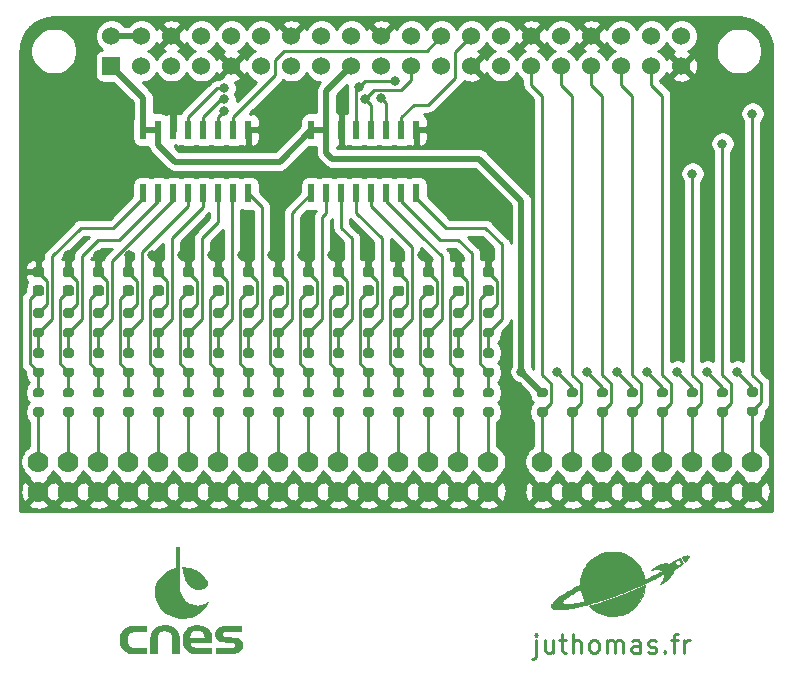
<source format=gbr>
%TF.GenerationSoftware,KiCad,Pcbnew,(5.1.12-1-10_14)*%
%TF.CreationDate,2021-12-12T23:14:55+01:00*%
%TF.ProjectId,Raspberry_modular,52617370-6265-4727-9279-5f6d6f64756c,rev?*%
%TF.SameCoordinates,Original*%
%TF.FileFunction,Copper,L1,Top*%
%TF.FilePolarity,Positive*%
%FSLAX46Y46*%
G04 Gerber Fmt 4.6, Leading zero omitted, Abs format (unit mm)*
G04 Created by KiCad (PCBNEW (5.1.12-1-10_14)) date 2021-12-12 23:14:55*
%MOMM*%
%LPD*%
G01*
G04 APERTURE LIST*
%TA.AperFunction,NonConductor*%
%ADD10C,0.250000*%
%TD*%
%TA.AperFunction,EtchedComponent*%
%ADD11C,0.010000*%
%TD*%
%TA.AperFunction,ComponentPad*%
%ADD12C,1.778000*%
%TD*%
%TA.AperFunction,SMDPad,CuDef*%
%ADD13R,0.600000X1.650000*%
%TD*%
%TA.AperFunction,ComponentPad*%
%ADD14C,1.524000*%
%TD*%
%TA.AperFunction,ComponentPad*%
%ADD15R,1.524000X1.524000*%
%TD*%
%TA.AperFunction,ViaPad*%
%ADD16C,0.800000*%
%TD*%
%TA.AperFunction,Conductor*%
%ADD17C,0.250000*%
%TD*%
%TA.AperFunction,Conductor*%
%ADD18C,0.500000*%
%TD*%
%TA.AperFunction,Conductor*%
%ADD19C,0.254000*%
%TD*%
%TA.AperFunction,Conductor*%
%ADD20C,0.100000*%
%TD*%
G04 APERTURE END LIST*
D10*
X69762000Y-78613142D02*
X69762000Y-79984571D01*
X69685809Y-80136952D01*
X69533428Y-80213142D01*
X69457238Y-80213142D01*
X69762000Y-78079809D02*
X69685809Y-78156000D01*
X69762000Y-78232190D01*
X69838190Y-78156000D01*
X69762000Y-78079809D01*
X69762000Y-78232190D01*
X71209619Y-78613142D02*
X71209619Y-79679809D01*
X70523904Y-78613142D02*
X70523904Y-79451238D01*
X70600095Y-79603619D01*
X70752476Y-79679809D01*
X70981047Y-79679809D01*
X71133428Y-79603619D01*
X71209619Y-79527428D01*
X71742952Y-78613142D02*
X72352476Y-78613142D01*
X71971523Y-78079809D02*
X71971523Y-79451238D01*
X72047714Y-79603619D01*
X72200095Y-79679809D01*
X72352476Y-79679809D01*
X72885809Y-79679809D02*
X72885809Y-78079809D01*
X73571523Y-79679809D02*
X73571523Y-78841714D01*
X73495333Y-78689333D01*
X73342952Y-78613142D01*
X73114380Y-78613142D01*
X72962000Y-78689333D01*
X72885809Y-78765523D01*
X74562000Y-79679809D02*
X74409619Y-79603619D01*
X74333428Y-79527428D01*
X74257238Y-79375047D01*
X74257238Y-78917904D01*
X74333428Y-78765523D01*
X74409619Y-78689333D01*
X74562000Y-78613142D01*
X74790571Y-78613142D01*
X74942952Y-78689333D01*
X75019142Y-78765523D01*
X75095333Y-78917904D01*
X75095333Y-79375047D01*
X75019142Y-79527428D01*
X74942952Y-79603619D01*
X74790571Y-79679809D01*
X74562000Y-79679809D01*
X75781047Y-79679809D02*
X75781047Y-78613142D01*
X75781047Y-78765523D02*
X75857238Y-78689333D01*
X76009619Y-78613142D01*
X76238190Y-78613142D01*
X76390571Y-78689333D01*
X76466761Y-78841714D01*
X76466761Y-79679809D01*
X76466761Y-78841714D02*
X76542952Y-78689333D01*
X76695333Y-78613142D01*
X76923904Y-78613142D01*
X77076285Y-78689333D01*
X77152476Y-78841714D01*
X77152476Y-79679809D01*
X78600095Y-79679809D02*
X78600095Y-78841714D01*
X78523904Y-78689333D01*
X78371523Y-78613142D01*
X78066761Y-78613142D01*
X77914380Y-78689333D01*
X78600095Y-79603619D02*
X78447714Y-79679809D01*
X78066761Y-79679809D01*
X77914380Y-79603619D01*
X77838190Y-79451238D01*
X77838190Y-79298857D01*
X77914380Y-79146476D01*
X78066761Y-79070285D01*
X78447714Y-79070285D01*
X78600095Y-78994095D01*
X79285809Y-79603619D02*
X79438190Y-79679809D01*
X79742952Y-79679809D01*
X79895333Y-79603619D01*
X79971523Y-79451238D01*
X79971523Y-79375047D01*
X79895333Y-79222666D01*
X79742952Y-79146476D01*
X79514380Y-79146476D01*
X79361999Y-79070285D01*
X79285809Y-78917904D01*
X79285809Y-78841714D01*
X79361999Y-78689333D01*
X79514380Y-78613142D01*
X79742952Y-78613142D01*
X79895333Y-78689333D01*
X80657238Y-79527428D02*
X80733428Y-79603619D01*
X80657238Y-79679809D01*
X80581047Y-79603619D01*
X80657238Y-79527428D01*
X80657238Y-79679809D01*
X81190571Y-78613142D02*
X81800095Y-78613142D01*
X81419142Y-79679809D02*
X81419142Y-78308380D01*
X81495333Y-78156000D01*
X81647714Y-78079809D01*
X81800095Y-78079809D01*
X82333428Y-79679809D02*
X82333428Y-78613142D01*
X82333428Y-78917904D02*
X82409619Y-78765523D01*
X82485809Y-78689333D01*
X82638190Y-78613142D01*
X82790571Y-78613142D01*
D11*
%TO.C,G\u002A\u002A\u002A*%
G36*
X36779300Y-77785502D02*
G01*
X36230025Y-77791244D01*
X36070222Y-77793253D01*
X35935198Y-77795692D01*
X35824335Y-77798582D01*
X35737015Y-77801945D01*
X35672621Y-77805802D01*
X35630535Y-77810174D01*
X35617250Y-77812662D01*
X35494433Y-77854929D01*
X35387383Y-77916637D01*
X35296807Y-77996768D01*
X35223415Y-78094308D01*
X35167915Y-78208239D01*
X35131016Y-78337546D01*
X35113427Y-78481212D01*
X35111958Y-78536900D01*
X35121914Y-78683217D01*
X35152036Y-78815917D01*
X35201637Y-78933996D01*
X35270035Y-79036452D01*
X35356545Y-79122283D01*
X35460483Y-79190486D01*
X35581163Y-79240059D01*
X35594811Y-79244153D01*
X35616115Y-79249430D01*
X35642118Y-79253862D01*
X35675279Y-79257551D01*
X35718052Y-79260599D01*
X35772893Y-79263109D01*
X35842260Y-79265183D01*
X35928607Y-79266923D01*
X36034391Y-79268432D01*
X36162068Y-79269813D01*
X36223992Y-79270389D01*
X36779935Y-79275384D01*
X36776442Y-79474467D01*
X36772950Y-79673550D01*
X36188750Y-79675057D01*
X36064991Y-79675146D01*
X35945494Y-79674797D01*
X35833405Y-79674050D01*
X35731867Y-79672943D01*
X35644026Y-79671518D01*
X35573026Y-79669813D01*
X35522013Y-79667869D01*
X35499397Y-79666340D01*
X35327025Y-79638880D01*
X35170675Y-79591870D01*
X35030747Y-79525792D01*
X34907644Y-79441128D01*
X34801770Y-79338359D01*
X34713527Y-79217967D01*
X34643316Y-79080432D01*
X34591542Y-78926238D01*
X34558606Y-78755864D01*
X34544911Y-78569793D01*
X34544527Y-78524200D01*
X34554815Y-78338498D01*
X34584244Y-78167630D01*
X34632574Y-78012248D01*
X34699564Y-77873003D01*
X34784974Y-77750545D01*
X34859726Y-77671273D01*
X34953983Y-77592124D01*
X35050183Y-77531147D01*
X35158213Y-77482390D01*
X35196408Y-77468565D01*
X35244649Y-77452649D01*
X35291330Y-77439145D01*
X35338983Y-77427859D01*
X35390138Y-77418597D01*
X35447329Y-77411164D01*
X35513086Y-77405365D01*
X35589941Y-77401005D01*
X35680426Y-77397890D01*
X35787073Y-77395826D01*
X35912412Y-77394617D01*
X36058977Y-77394068D01*
X36166525Y-77393974D01*
X36779300Y-77393900D01*
X36779300Y-77785502D01*
G37*
X36779300Y-77785502D02*
X36230025Y-77791244D01*
X36070222Y-77793253D01*
X35935198Y-77795692D01*
X35824335Y-77798582D01*
X35737015Y-77801945D01*
X35672621Y-77805802D01*
X35630535Y-77810174D01*
X35617250Y-77812662D01*
X35494433Y-77854929D01*
X35387383Y-77916637D01*
X35296807Y-77996768D01*
X35223415Y-78094308D01*
X35167915Y-78208239D01*
X35131016Y-78337546D01*
X35113427Y-78481212D01*
X35111958Y-78536900D01*
X35121914Y-78683217D01*
X35152036Y-78815917D01*
X35201637Y-78933996D01*
X35270035Y-79036452D01*
X35356545Y-79122283D01*
X35460483Y-79190486D01*
X35581163Y-79240059D01*
X35594811Y-79244153D01*
X35616115Y-79249430D01*
X35642118Y-79253862D01*
X35675279Y-79257551D01*
X35718052Y-79260599D01*
X35772893Y-79263109D01*
X35842260Y-79265183D01*
X35928607Y-79266923D01*
X36034391Y-79268432D01*
X36162068Y-79269813D01*
X36223992Y-79270389D01*
X36779935Y-79275384D01*
X36776442Y-79474467D01*
X36772950Y-79673550D01*
X36188750Y-79675057D01*
X36064991Y-79675146D01*
X35945494Y-79674797D01*
X35833405Y-79674050D01*
X35731867Y-79672943D01*
X35644026Y-79671518D01*
X35573026Y-79669813D01*
X35522013Y-79667869D01*
X35499397Y-79666340D01*
X35327025Y-79638880D01*
X35170675Y-79591870D01*
X35030747Y-79525792D01*
X34907644Y-79441128D01*
X34801770Y-79338359D01*
X34713527Y-79217967D01*
X34643316Y-79080432D01*
X34591542Y-78926238D01*
X34558606Y-78755864D01*
X34544911Y-78569793D01*
X34544527Y-78524200D01*
X34554815Y-78338498D01*
X34584244Y-78167630D01*
X34632574Y-78012248D01*
X34699564Y-77873003D01*
X34784974Y-77750545D01*
X34859726Y-77671273D01*
X34953983Y-77592124D01*
X35050183Y-77531147D01*
X35158213Y-77482390D01*
X35196408Y-77468565D01*
X35244649Y-77452649D01*
X35291330Y-77439145D01*
X35338983Y-77427859D01*
X35390138Y-77418597D01*
X35447329Y-77411164D01*
X35513086Y-77405365D01*
X35589941Y-77401005D01*
X35680426Y-77397890D01*
X35787073Y-77395826D01*
X35912412Y-77394617D01*
X36058977Y-77394068D01*
X36166525Y-77393974D01*
X36779300Y-77393900D01*
X36779300Y-77785502D01*
G36*
X38507979Y-77338497D02*
G01*
X38680418Y-77363083D01*
X38837948Y-77404708D01*
X38982750Y-77463757D01*
X39116957Y-77541241D01*
X39231018Y-77633453D01*
X39325898Y-77741557D01*
X39402562Y-77866714D01*
X39461978Y-78010088D01*
X39477163Y-78058818D01*
X39490030Y-78106905D01*
X39500937Y-78156872D01*
X39510014Y-78211097D01*
X39517391Y-78271954D01*
X39523201Y-78341819D01*
X39527574Y-78423069D01*
X39530640Y-78518079D01*
X39532532Y-78629225D01*
X39533380Y-78758883D01*
X39533314Y-78909428D01*
X39532588Y-79063950D01*
X39528850Y-79673550D01*
X39259665Y-79676975D01*
X38990481Y-79680401D01*
X38986415Y-78978475D01*
X38982348Y-78276550D01*
X38948997Y-78178201D01*
X38896436Y-78056768D01*
X38827915Y-77955067D01*
X38743653Y-77873248D01*
X38643867Y-77811463D01*
X38528775Y-77769861D01*
X38398597Y-77748595D01*
X38322350Y-77745619D01*
X38187509Y-77756028D01*
X38065530Y-77786757D01*
X37957705Y-77837059D01*
X37865326Y-77906188D01*
X37789687Y-77993395D01*
X37738742Y-78082871D01*
X37723264Y-78116947D01*
X37710096Y-78147853D01*
X37699037Y-78177915D01*
X37689882Y-78209457D01*
X37682426Y-78244805D01*
X37676467Y-78286284D01*
X37671801Y-78336219D01*
X37668225Y-78396936D01*
X37665533Y-78470760D01*
X37663523Y-78560016D01*
X37661992Y-78667029D01*
X37660734Y-78794125D01*
X37659547Y-78943628D01*
X37659192Y-78990925D01*
X37654020Y-79679900D01*
X37122200Y-79679900D01*
X37122200Y-78982802D01*
X37122283Y-78820681D01*
X37122647Y-78681572D01*
X37123458Y-78563089D01*
X37124885Y-78462843D01*
X37127097Y-78378449D01*
X37130260Y-78307518D01*
X37134544Y-78247663D01*
X37140117Y-78196497D01*
X37147145Y-78151633D01*
X37155799Y-78110684D01*
X37166246Y-78071261D01*
X37178653Y-78030979D01*
X37192068Y-77990745D01*
X37252031Y-77851802D01*
X37331769Y-77728271D01*
X37430547Y-77620586D01*
X37547628Y-77529176D01*
X37682277Y-77454474D01*
X37833758Y-77396911D01*
X38001335Y-77356918D01*
X38184272Y-77334927D01*
X38318256Y-77330474D01*
X38507979Y-77338497D01*
G37*
X38507979Y-77338497D02*
X38680418Y-77363083D01*
X38837948Y-77404708D01*
X38982750Y-77463757D01*
X39116957Y-77541241D01*
X39231018Y-77633453D01*
X39325898Y-77741557D01*
X39402562Y-77866714D01*
X39461978Y-78010088D01*
X39477163Y-78058818D01*
X39490030Y-78106905D01*
X39500937Y-78156872D01*
X39510014Y-78211097D01*
X39517391Y-78271954D01*
X39523201Y-78341819D01*
X39527574Y-78423069D01*
X39530640Y-78518079D01*
X39532532Y-78629225D01*
X39533380Y-78758883D01*
X39533314Y-78909428D01*
X39532588Y-79063950D01*
X39528850Y-79673550D01*
X39259665Y-79676975D01*
X38990481Y-79680401D01*
X38986415Y-78978475D01*
X38982348Y-78276550D01*
X38948997Y-78178201D01*
X38896436Y-78056768D01*
X38827915Y-77955067D01*
X38743653Y-77873248D01*
X38643867Y-77811463D01*
X38528775Y-77769861D01*
X38398597Y-77748595D01*
X38322350Y-77745619D01*
X38187509Y-77756028D01*
X38065530Y-77786757D01*
X37957705Y-77837059D01*
X37865326Y-77906188D01*
X37789687Y-77993395D01*
X37738742Y-78082871D01*
X37723264Y-78116947D01*
X37710096Y-78147853D01*
X37699037Y-78177915D01*
X37689882Y-78209457D01*
X37682426Y-78244805D01*
X37676467Y-78286284D01*
X37671801Y-78336219D01*
X37668225Y-78396936D01*
X37665533Y-78470760D01*
X37663523Y-78560016D01*
X37661992Y-78667029D01*
X37660734Y-78794125D01*
X37659547Y-78943628D01*
X37659192Y-78990925D01*
X37654020Y-79679900D01*
X37122200Y-79679900D01*
X37122200Y-78982802D01*
X37122283Y-78820681D01*
X37122647Y-78681572D01*
X37123458Y-78563089D01*
X37124885Y-78462843D01*
X37127097Y-78378449D01*
X37130260Y-78307518D01*
X37134544Y-78247663D01*
X37140117Y-78196497D01*
X37147145Y-78151633D01*
X37155799Y-78110684D01*
X37166246Y-78071261D01*
X37178653Y-78030979D01*
X37192068Y-77990745D01*
X37252031Y-77851802D01*
X37331769Y-77728271D01*
X37430547Y-77620586D01*
X37547628Y-77529176D01*
X37682277Y-77454474D01*
X37833758Y-77396911D01*
X38001335Y-77356918D01*
X38184272Y-77334927D01*
X38318256Y-77330474D01*
X38507979Y-77338497D01*
G36*
X41208196Y-77338682D02*
G01*
X41362862Y-77358649D01*
X41508740Y-77389534D01*
X41639629Y-77430684D01*
X41685475Y-77449461D01*
X41752423Y-77483837D01*
X41825408Y-77529090D01*
X41896847Y-77579872D01*
X41959162Y-77630837D01*
X42000536Y-77671709D01*
X42092065Y-77793988D01*
X42165172Y-77932150D01*
X42220018Y-78086711D01*
X42256763Y-78258186D01*
X42275569Y-78447089D01*
X42278325Y-78559125D01*
X42278400Y-78727400D01*
X41351300Y-78727400D01*
X41168893Y-78727482D01*
X41010445Y-78727745D01*
X40874514Y-78728214D01*
X40759658Y-78728913D01*
X40664437Y-78729867D01*
X40587409Y-78731101D01*
X40527132Y-78732639D01*
X40482166Y-78734506D01*
X40451069Y-78736726D01*
X40432399Y-78739326D01*
X40424716Y-78742328D01*
X40424337Y-78743275D01*
X40430030Y-78776647D01*
X40444869Y-78824876D01*
X40466103Y-78880373D01*
X40490982Y-78935554D01*
X40501558Y-78956251D01*
X40564433Y-79047838D01*
X40647438Y-79126711D01*
X40747584Y-79190682D01*
X40861885Y-79237563D01*
X40900450Y-79248467D01*
X40925915Y-79252685D01*
X40967850Y-79256395D01*
X41027584Y-79259638D01*
X41106447Y-79262456D01*
X41205767Y-79264891D01*
X41326875Y-79266983D01*
X41471099Y-79268774D01*
X41589425Y-79269896D01*
X42214900Y-79275210D01*
X42214900Y-79679900D01*
X41564025Y-79678183D01*
X41433561Y-79677634D01*
X41307404Y-79676715D01*
X41188499Y-79675472D01*
X41079794Y-79673954D01*
X40984234Y-79672209D01*
X40904767Y-79670286D01*
X40844340Y-79668232D01*
X40805898Y-79666095D01*
X40802016Y-79665751D01*
X40627867Y-79638670D01*
X40470720Y-79592740D01*
X40330726Y-79528119D01*
X40208034Y-79444961D01*
X40102792Y-79343421D01*
X40015150Y-79223655D01*
X39945258Y-79085818D01*
X39893265Y-78930066D01*
X39859319Y-78756554D01*
X39850185Y-78675140D01*
X39843235Y-78482663D01*
X39857087Y-78301375D01*
X39859113Y-78291281D01*
X40424200Y-78291281D01*
X40424200Y-78371800D01*
X41706900Y-78371800D01*
X41706679Y-78298775D01*
X41695418Y-78169312D01*
X41663276Y-78051829D01*
X41611488Y-77947938D01*
X41541292Y-77859255D01*
X41453924Y-77787394D01*
X41350621Y-77733968D01*
X41251249Y-77704267D01*
X41168935Y-77692272D01*
X41075170Y-77687285D01*
X40980239Y-77689283D01*
X40894432Y-77698244D01*
X40858931Y-77705147D01*
X40747656Y-77742088D01*
X40650613Y-77796205D01*
X40570634Y-77865507D01*
X40510551Y-77948004D01*
X40508756Y-77951265D01*
X40477469Y-78022527D01*
X40451177Y-78108238D01*
X40432578Y-78197551D01*
X40424369Y-78279619D01*
X40424200Y-78291281D01*
X39859113Y-78291281D01*
X39891036Y-78132308D01*
X39944380Y-77976494D01*
X40016415Y-77834964D01*
X40106437Y-77708749D01*
X40213742Y-77598882D01*
X40337627Y-77506393D01*
X40477389Y-77432315D01*
X40632323Y-77377679D01*
X40753462Y-77350858D01*
X40897297Y-77334131D01*
X41050941Y-77330291D01*
X41208196Y-77338682D01*
G37*
X41208196Y-77338682D02*
X41362862Y-77358649D01*
X41508740Y-77389534D01*
X41639629Y-77430684D01*
X41685475Y-77449461D01*
X41752423Y-77483837D01*
X41825408Y-77529090D01*
X41896847Y-77579872D01*
X41959162Y-77630837D01*
X42000536Y-77671709D01*
X42092065Y-77793988D01*
X42165172Y-77932150D01*
X42220018Y-78086711D01*
X42256763Y-78258186D01*
X42275569Y-78447089D01*
X42278325Y-78559125D01*
X42278400Y-78727400D01*
X41351300Y-78727400D01*
X41168893Y-78727482D01*
X41010445Y-78727745D01*
X40874514Y-78728214D01*
X40759658Y-78728913D01*
X40664437Y-78729867D01*
X40587409Y-78731101D01*
X40527132Y-78732639D01*
X40482166Y-78734506D01*
X40451069Y-78736726D01*
X40432399Y-78739326D01*
X40424716Y-78742328D01*
X40424337Y-78743275D01*
X40430030Y-78776647D01*
X40444869Y-78824876D01*
X40466103Y-78880373D01*
X40490982Y-78935554D01*
X40501558Y-78956251D01*
X40564433Y-79047838D01*
X40647438Y-79126711D01*
X40747584Y-79190682D01*
X40861885Y-79237563D01*
X40900450Y-79248467D01*
X40925915Y-79252685D01*
X40967850Y-79256395D01*
X41027584Y-79259638D01*
X41106447Y-79262456D01*
X41205767Y-79264891D01*
X41326875Y-79266983D01*
X41471099Y-79268774D01*
X41589425Y-79269896D01*
X42214900Y-79275210D01*
X42214900Y-79679900D01*
X41564025Y-79678183D01*
X41433561Y-79677634D01*
X41307404Y-79676715D01*
X41188499Y-79675472D01*
X41079794Y-79673954D01*
X40984234Y-79672209D01*
X40904767Y-79670286D01*
X40844340Y-79668232D01*
X40805898Y-79666095D01*
X40802016Y-79665751D01*
X40627867Y-79638670D01*
X40470720Y-79592740D01*
X40330726Y-79528119D01*
X40208034Y-79444961D01*
X40102792Y-79343421D01*
X40015150Y-79223655D01*
X39945258Y-79085818D01*
X39893265Y-78930066D01*
X39859319Y-78756554D01*
X39850185Y-78675140D01*
X39843235Y-78482663D01*
X39857087Y-78301375D01*
X39859113Y-78291281D01*
X40424200Y-78291281D01*
X40424200Y-78371800D01*
X41706900Y-78371800D01*
X41706679Y-78298775D01*
X41695418Y-78169312D01*
X41663276Y-78051829D01*
X41611488Y-77947938D01*
X41541292Y-77859255D01*
X41453924Y-77787394D01*
X41350621Y-77733968D01*
X41251249Y-77704267D01*
X41168935Y-77692272D01*
X41075170Y-77687285D01*
X40980239Y-77689283D01*
X40894432Y-77698244D01*
X40858931Y-77705147D01*
X40747656Y-77742088D01*
X40650613Y-77796205D01*
X40570634Y-77865507D01*
X40510551Y-77948004D01*
X40508756Y-77951265D01*
X40477469Y-78022527D01*
X40451177Y-78108238D01*
X40432578Y-78197551D01*
X40424369Y-78279619D01*
X40424200Y-78291281D01*
X39859113Y-78291281D01*
X39891036Y-78132308D01*
X39944380Y-77976494D01*
X40016415Y-77834964D01*
X40106437Y-77708749D01*
X40213742Y-77598882D01*
X40337627Y-77506393D01*
X40477389Y-77432315D01*
X40632323Y-77377679D01*
X40753462Y-77350858D01*
X40897297Y-77334131D01*
X41050941Y-77330291D01*
X41208196Y-77338682D01*
G36*
X44793000Y-77787600D02*
G01*
X44198941Y-77787600D01*
X44074097Y-77787879D01*
X43953463Y-77788678D01*
X43840162Y-77789939D01*
X43737317Y-77791605D01*
X43648050Y-77793618D01*
X43575486Y-77795920D01*
X43522746Y-77798454D01*
X43497266Y-77800567D01*
X43393970Y-77820292D01*
X43312649Y-77852209D01*
X43252730Y-77896809D01*
X43213642Y-77954587D01*
X43194814Y-78026035D01*
X43192800Y-78063153D01*
X43203170Y-78143209D01*
X43234615Y-78209990D01*
X43287635Y-78264104D01*
X43362733Y-78306160D01*
X43406106Y-78322031D01*
X43432598Y-78329788D01*
X43460450Y-78336115D01*
X43492888Y-78341258D01*
X43533137Y-78345466D01*
X43584424Y-78348987D01*
X43649972Y-78352068D01*
X43733009Y-78354958D01*
X43836759Y-78357904D01*
X43891300Y-78359320D01*
X44006645Y-78362426D01*
X44099946Y-78365413D01*
X44174554Y-78368533D01*
X44233820Y-78372037D01*
X44281098Y-78376177D01*
X44319739Y-78381203D01*
X44353096Y-78387368D01*
X44384519Y-78394923D01*
X44391709Y-78396851D01*
X44523818Y-78443125D01*
X44635680Y-78504288D01*
X44727013Y-78579998D01*
X44797537Y-78669913D01*
X44846969Y-78773689D01*
X44875029Y-78890984D01*
X44881900Y-78993500D01*
X44871246Y-79124621D01*
X44839346Y-79241841D01*
X44786288Y-79345043D01*
X44712160Y-79434110D01*
X44617052Y-79508923D01*
X44501051Y-79569364D01*
X44427863Y-79596607D01*
X44389590Y-79608666D01*
X44352384Y-79619029D01*
X44313989Y-79627845D01*
X44272147Y-79635264D01*
X44224601Y-79641433D01*
X44169095Y-79646503D01*
X44103371Y-79650623D01*
X44025173Y-79653941D01*
X43932243Y-79656606D01*
X43822324Y-79658768D01*
X43693159Y-79660576D01*
X43542492Y-79662179D01*
X43418225Y-79663301D01*
X42684800Y-79669610D01*
X42684800Y-79260800D01*
X43335675Y-79260601D01*
X43492259Y-79260445D01*
X43625647Y-79259975D01*
X43738044Y-79259037D01*
X43831654Y-79257475D01*
X43908680Y-79255136D01*
X43971326Y-79251864D01*
X44021797Y-79247503D01*
X44062296Y-79241900D01*
X44095028Y-79234899D01*
X44122197Y-79226346D01*
X44146006Y-79216084D01*
X44168659Y-79203960D01*
X44172414Y-79201785D01*
X44226583Y-79156750D01*
X44262723Y-79098686D01*
X44280846Y-79032448D01*
X44280960Y-78962888D01*
X44263077Y-78894859D01*
X44227208Y-78833216D01*
X44173361Y-78782812D01*
X44171520Y-78781559D01*
X44142378Y-78763256D01*
X44112704Y-78748345D01*
X44079454Y-78736394D01*
X44039585Y-78726970D01*
X43990051Y-78719642D01*
X43927811Y-78713976D01*
X43849818Y-78709542D01*
X43753031Y-78705906D01*
X43634403Y-78702636D01*
X43611900Y-78702087D01*
X43483653Y-78698595D01*
X43377332Y-78694610D01*
X43289459Y-78689722D01*
X43216560Y-78683521D01*
X43155160Y-78675598D01*
X43101782Y-78665542D01*
X43052952Y-78652943D01*
X43005194Y-78637393D01*
X42977838Y-78627324D01*
X42869411Y-78574390D01*
X42775611Y-78504732D01*
X42699010Y-78421116D01*
X42642179Y-78326304D01*
X42609567Y-78231563D01*
X42600673Y-78170887D01*
X42596872Y-78095070D01*
X42598002Y-78013823D01*
X42603907Y-77936857D01*
X42614426Y-77873881D01*
X42615487Y-77869643D01*
X42651164Y-77773536D01*
X42704763Y-77683919D01*
X42770992Y-77609572D01*
X42773581Y-77607260D01*
X42842219Y-77557219D01*
X42929586Y-77510145D01*
X43029008Y-77469078D01*
X43133813Y-77437062D01*
X43161050Y-77430612D01*
X43188580Y-77424700D01*
X43215230Y-77419653D01*
X43243246Y-77415387D01*
X43274874Y-77411816D01*
X43312360Y-77408855D01*
X43357951Y-77406419D01*
X43413892Y-77404423D01*
X43482429Y-77402781D01*
X43565809Y-77401410D01*
X43666278Y-77400222D01*
X43786081Y-77399134D01*
X43927464Y-77398060D01*
X44040525Y-77397271D01*
X44793000Y-77392114D01*
X44793000Y-77787600D01*
G37*
X44793000Y-77787600D02*
X44198941Y-77787600D01*
X44074097Y-77787879D01*
X43953463Y-77788678D01*
X43840162Y-77789939D01*
X43737317Y-77791605D01*
X43648050Y-77793618D01*
X43575486Y-77795920D01*
X43522746Y-77798454D01*
X43497266Y-77800567D01*
X43393970Y-77820292D01*
X43312649Y-77852209D01*
X43252730Y-77896809D01*
X43213642Y-77954587D01*
X43194814Y-78026035D01*
X43192800Y-78063153D01*
X43203170Y-78143209D01*
X43234615Y-78209990D01*
X43287635Y-78264104D01*
X43362733Y-78306160D01*
X43406106Y-78322031D01*
X43432598Y-78329788D01*
X43460450Y-78336115D01*
X43492888Y-78341258D01*
X43533137Y-78345466D01*
X43584424Y-78348987D01*
X43649972Y-78352068D01*
X43733009Y-78354958D01*
X43836759Y-78357904D01*
X43891300Y-78359320D01*
X44006645Y-78362426D01*
X44099946Y-78365413D01*
X44174554Y-78368533D01*
X44233820Y-78372037D01*
X44281098Y-78376177D01*
X44319739Y-78381203D01*
X44353096Y-78387368D01*
X44384519Y-78394923D01*
X44391709Y-78396851D01*
X44523818Y-78443125D01*
X44635680Y-78504288D01*
X44727013Y-78579998D01*
X44797537Y-78669913D01*
X44846969Y-78773689D01*
X44875029Y-78890984D01*
X44881900Y-78993500D01*
X44871246Y-79124621D01*
X44839346Y-79241841D01*
X44786288Y-79345043D01*
X44712160Y-79434110D01*
X44617052Y-79508923D01*
X44501051Y-79569364D01*
X44427863Y-79596607D01*
X44389590Y-79608666D01*
X44352384Y-79619029D01*
X44313989Y-79627845D01*
X44272147Y-79635264D01*
X44224601Y-79641433D01*
X44169095Y-79646503D01*
X44103371Y-79650623D01*
X44025173Y-79653941D01*
X43932243Y-79656606D01*
X43822324Y-79658768D01*
X43693159Y-79660576D01*
X43542492Y-79662179D01*
X43418225Y-79663301D01*
X42684800Y-79669610D01*
X42684800Y-79260800D01*
X43335675Y-79260601D01*
X43492259Y-79260445D01*
X43625647Y-79259975D01*
X43738044Y-79259037D01*
X43831654Y-79257475D01*
X43908680Y-79255136D01*
X43971326Y-79251864D01*
X44021797Y-79247503D01*
X44062296Y-79241900D01*
X44095028Y-79234899D01*
X44122197Y-79226346D01*
X44146006Y-79216084D01*
X44168659Y-79203960D01*
X44172414Y-79201785D01*
X44226583Y-79156750D01*
X44262723Y-79098686D01*
X44280846Y-79032448D01*
X44280960Y-78962888D01*
X44263077Y-78894859D01*
X44227208Y-78833216D01*
X44173361Y-78782812D01*
X44171520Y-78781559D01*
X44142378Y-78763256D01*
X44112704Y-78748345D01*
X44079454Y-78736394D01*
X44039585Y-78726970D01*
X43990051Y-78719642D01*
X43927811Y-78713976D01*
X43849818Y-78709542D01*
X43753031Y-78705906D01*
X43634403Y-78702636D01*
X43611900Y-78702087D01*
X43483653Y-78698595D01*
X43377332Y-78694610D01*
X43289459Y-78689722D01*
X43216560Y-78683521D01*
X43155160Y-78675598D01*
X43101782Y-78665542D01*
X43052952Y-78652943D01*
X43005194Y-78637393D01*
X42977838Y-78627324D01*
X42869411Y-78574390D01*
X42775611Y-78504732D01*
X42699010Y-78421116D01*
X42642179Y-78326304D01*
X42609567Y-78231563D01*
X42600673Y-78170887D01*
X42596872Y-78095070D01*
X42598002Y-78013823D01*
X42603907Y-77936857D01*
X42614426Y-77873881D01*
X42615487Y-77869643D01*
X42651164Y-77773536D01*
X42704763Y-77683919D01*
X42770992Y-77609572D01*
X42773581Y-77607260D01*
X42842219Y-77557219D01*
X42929586Y-77510145D01*
X43029008Y-77469078D01*
X43133813Y-77437062D01*
X43161050Y-77430612D01*
X43188580Y-77424700D01*
X43215230Y-77419653D01*
X43243246Y-77415387D01*
X43274874Y-77411816D01*
X43312360Y-77408855D01*
X43357951Y-77406419D01*
X43413892Y-77404423D01*
X43482429Y-77402781D01*
X43565809Y-77401410D01*
X43666278Y-77400222D01*
X43786081Y-77399134D01*
X43927464Y-77398060D01*
X44040525Y-77397271D01*
X44793000Y-77392114D01*
X44793000Y-77787600D01*
G36*
X39538493Y-72469475D02*
G01*
X39539060Y-72718500D01*
X39539593Y-72943441D01*
X39540115Y-73145614D01*
X39540648Y-73326334D01*
X39541211Y-73486918D01*
X39541828Y-73628681D01*
X39542519Y-73752939D01*
X39543307Y-73861008D01*
X39544212Y-73954203D01*
X39545256Y-74033841D01*
X39546460Y-74101237D01*
X39547846Y-74157708D01*
X39549436Y-74204568D01*
X39551250Y-74243134D01*
X39553311Y-74274721D01*
X39555640Y-74300646D01*
X39558258Y-74322224D01*
X39561186Y-74340771D01*
X39564448Y-74357603D01*
X39568062Y-74374036D01*
X39569700Y-74381171D01*
X39619882Y-74563929D01*
X39683067Y-74729772D01*
X39761893Y-74884971D01*
X39823124Y-74983648D01*
X39869773Y-75046295D01*
X39931232Y-75118040D01*
X40001774Y-75193037D01*
X40075672Y-75265438D01*
X40147197Y-75329396D01*
X40210202Y-75378769D01*
X40377477Y-75482281D01*
X40551790Y-75561767D01*
X40731626Y-75617121D01*
X40915469Y-75648233D01*
X41101805Y-75654997D01*
X41289118Y-75637303D01*
X41475894Y-75595044D01*
X41660616Y-75528112D01*
X41745868Y-75488315D01*
X41800559Y-75458864D01*
X41855279Y-75426065D01*
X41899063Y-75396527D01*
X41902691Y-75393799D01*
X41935479Y-75370111D01*
X41959452Y-75355295D01*
X41968411Y-75352477D01*
X41966055Y-75366513D01*
X41952613Y-75397838D01*
X41930425Y-75442178D01*
X41901830Y-75495260D01*
X41869168Y-75552811D01*
X41834778Y-75610559D01*
X41801000Y-75664228D01*
X41782702Y-75691672D01*
X41644360Y-75873960D01*
X41490978Y-76037883D01*
X41319644Y-76186303D01*
X41167963Y-76295622D01*
X40968872Y-76414650D01*
X40759775Y-76512773D01*
X40538176Y-76590969D01*
X40301580Y-76650217D01*
X40227350Y-76664435D01*
X40165029Y-76672835D01*
X40083637Y-76679799D01*
X39989470Y-76685162D01*
X39888823Y-76688759D01*
X39787992Y-76690425D01*
X39693274Y-76689993D01*
X39610966Y-76687301D01*
X39547900Y-76682247D01*
X39296810Y-76639752D01*
X39056910Y-76574622D01*
X38828493Y-76486965D01*
X38611853Y-76376888D01*
X38472691Y-76290144D01*
X38315734Y-76177021D01*
X38178641Y-76061137D01*
X38056010Y-75937116D01*
X37942440Y-75799584D01*
X37852062Y-75672624D01*
X37737025Y-75478954D01*
X37644948Y-75275940D01*
X37576198Y-75065488D01*
X37531142Y-74849503D01*
X37510146Y-74629890D01*
X37513576Y-74408556D01*
X37541800Y-74187406D01*
X37554310Y-74125251D01*
X37614141Y-73909404D01*
X37697162Y-73702331D01*
X37802270Y-73505387D01*
X37928365Y-73319924D01*
X38074343Y-73147298D01*
X38239103Y-72988862D01*
X38421544Y-72845970D01*
X38620562Y-72719976D01*
X38755917Y-72648934D01*
X38827620Y-72616349D01*
X38910501Y-72582257D01*
X38998213Y-72548941D01*
X39084407Y-72518688D01*
X39162734Y-72493783D01*
X39226845Y-72476512D01*
X39246275Y-72472404D01*
X39293900Y-72463473D01*
X39293900Y-70675600D01*
X39534446Y-70675600D01*
X39538493Y-72469475D01*
G37*
X39538493Y-72469475D02*
X39539060Y-72718500D01*
X39539593Y-72943441D01*
X39540115Y-73145614D01*
X39540648Y-73326334D01*
X39541211Y-73486918D01*
X39541828Y-73628681D01*
X39542519Y-73752939D01*
X39543307Y-73861008D01*
X39544212Y-73954203D01*
X39545256Y-74033841D01*
X39546460Y-74101237D01*
X39547846Y-74157708D01*
X39549436Y-74204568D01*
X39551250Y-74243134D01*
X39553311Y-74274721D01*
X39555640Y-74300646D01*
X39558258Y-74322224D01*
X39561186Y-74340771D01*
X39564448Y-74357603D01*
X39568062Y-74374036D01*
X39569700Y-74381171D01*
X39619882Y-74563929D01*
X39683067Y-74729772D01*
X39761893Y-74884971D01*
X39823124Y-74983648D01*
X39869773Y-75046295D01*
X39931232Y-75118040D01*
X40001774Y-75193037D01*
X40075672Y-75265438D01*
X40147197Y-75329396D01*
X40210202Y-75378769D01*
X40377477Y-75482281D01*
X40551790Y-75561767D01*
X40731626Y-75617121D01*
X40915469Y-75648233D01*
X41101805Y-75654997D01*
X41289118Y-75637303D01*
X41475894Y-75595044D01*
X41660616Y-75528112D01*
X41745868Y-75488315D01*
X41800559Y-75458864D01*
X41855279Y-75426065D01*
X41899063Y-75396527D01*
X41902691Y-75393799D01*
X41935479Y-75370111D01*
X41959452Y-75355295D01*
X41968411Y-75352477D01*
X41966055Y-75366513D01*
X41952613Y-75397838D01*
X41930425Y-75442178D01*
X41901830Y-75495260D01*
X41869168Y-75552811D01*
X41834778Y-75610559D01*
X41801000Y-75664228D01*
X41782702Y-75691672D01*
X41644360Y-75873960D01*
X41490978Y-76037883D01*
X41319644Y-76186303D01*
X41167963Y-76295622D01*
X40968872Y-76414650D01*
X40759775Y-76512773D01*
X40538176Y-76590969D01*
X40301580Y-76650217D01*
X40227350Y-76664435D01*
X40165029Y-76672835D01*
X40083637Y-76679799D01*
X39989470Y-76685162D01*
X39888823Y-76688759D01*
X39787992Y-76690425D01*
X39693274Y-76689993D01*
X39610966Y-76687301D01*
X39547900Y-76682247D01*
X39296810Y-76639752D01*
X39056910Y-76574622D01*
X38828493Y-76486965D01*
X38611853Y-76376888D01*
X38472691Y-76290144D01*
X38315734Y-76177021D01*
X38178641Y-76061137D01*
X38056010Y-75937116D01*
X37942440Y-75799584D01*
X37852062Y-75672624D01*
X37737025Y-75478954D01*
X37644948Y-75275940D01*
X37576198Y-75065488D01*
X37531142Y-74849503D01*
X37510146Y-74629890D01*
X37513576Y-74408556D01*
X37541800Y-74187406D01*
X37554310Y-74125251D01*
X37614141Y-73909404D01*
X37697162Y-73702331D01*
X37802270Y-73505387D01*
X37928365Y-73319924D01*
X38074343Y-73147298D01*
X38239103Y-72988862D01*
X38421544Y-72845970D01*
X38620562Y-72719976D01*
X38755917Y-72648934D01*
X38827620Y-72616349D01*
X38910501Y-72582257D01*
X38998213Y-72548941D01*
X39084407Y-72518688D01*
X39162734Y-72493783D01*
X39226845Y-72476512D01*
X39246275Y-72472404D01*
X39293900Y-72463473D01*
X39293900Y-70675600D01*
X39534446Y-70675600D01*
X39538493Y-72469475D01*
G36*
X39964920Y-72407168D02*
G01*
X40208344Y-72435177D01*
X40446231Y-72486414D01*
X40676524Y-72559963D01*
X40897166Y-72654905D01*
X41106103Y-72770324D01*
X41301278Y-72905302D01*
X41480634Y-73058923D01*
X41526265Y-73103663D01*
X41607234Y-73189843D01*
X41684435Y-73280370D01*
X41754157Y-73370396D01*
X41812693Y-73455069D01*
X41856333Y-73529540D01*
X41864389Y-73545800D01*
X41884583Y-73591895D01*
X41896380Y-73631101D01*
X41901919Y-73673872D01*
X41903337Y-73730662D01*
X41903336Y-73736300D01*
X41901787Y-73796718D01*
X41896033Y-73842023D01*
X41884146Y-73882398D01*
X41868909Y-73918023D01*
X41815130Y-74004530D01*
X41739329Y-74082314D01*
X41643895Y-74149678D01*
X41531215Y-74204927D01*
X41408450Y-74245143D01*
X41327385Y-74261445D01*
X41235781Y-74272347D01*
X41141297Y-74277564D01*
X41051593Y-74276806D01*
X40974327Y-74269785D01*
X40938550Y-74262811D01*
X40865949Y-74239185D01*
X40782069Y-74203473D01*
X40695182Y-74159803D01*
X40613559Y-74112302D01*
X40551200Y-74069507D01*
X40417826Y-73952453D01*
X40296821Y-73813861D01*
X40188606Y-73654606D01*
X40093597Y-73475563D01*
X40012216Y-73277606D01*
X39944879Y-73061611D01*
X39892007Y-72828453D01*
X39859805Y-72625577D01*
X39851979Y-72562512D01*
X39845613Y-72505386D01*
X39841394Y-72460770D01*
X39840000Y-72436343D01*
X39840000Y-72398981D01*
X39964920Y-72407168D01*
G37*
X39964920Y-72407168D02*
X40208344Y-72435177D01*
X40446231Y-72486414D01*
X40676524Y-72559963D01*
X40897166Y-72654905D01*
X41106103Y-72770324D01*
X41301278Y-72905302D01*
X41480634Y-73058923D01*
X41526265Y-73103663D01*
X41607234Y-73189843D01*
X41684435Y-73280370D01*
X41754157Y-73370396D01*
X41812693Y-73455069D01*
X41856333Y-73529540D01*
X41864389Y-73545800D01*
X41884583Y-73591895D01*
X41896380Y-73631101D01*
X41901919Y-73673872D01*
X41903337Y-73730662D01*
X41903336Y-73736300D01*
X41901787Y-73796718D01*
X41896033Y-73842023D01*
X41884146Y-73882398D01*
X41868909Y-73918023D01*
X41815130Y-74004530D01*
X41739329Y-74082314D01*
X41643895Y-74149678D01*
X41531215Y-74204927D01*
X41408450Y-74245143D01*
X41327385Y-74261445D01*
X41235781Y-74272347D01*
X41141297Y-74277564D01*
X41051593Y-74276806D01*
X40974327Y-74269785D01*
X40938550Y-74262811D01*
X40865949Y-74239185D01*
X40782069Y-74203473D01*
X40695182Y-74159803D01*
X40613559Y-74112302D01*
X40551200Y-74069507D01*
X40417826Y-73952453D01*
X40296821Y-73813861D01*
X40188606Y-73654606D01*
X40093597Y-73475563D01*
X40012216Y-73277606D01*
X39944879Y-73061611D01*
X39892007Y-72828453D01*
X39859805Y-72625577D01*
X39851979Y-72562512D01*
X39845613Y-72505386D01*
X39841394Y-72460770D01*
X39840000Y-72436343D01*
X39840000Y-72398981D01*
X39964920Y-72407168D01*
G36*
X82646415Y-71417224D02*
G01*
X82686108Y-71434456D01*
X82690990Y-71438790D01*
X82709549Y-71470884D01*
X82709783Y-71512878D01*
X82691213Y-71566020D01*
X82653363Y-71631562D01*
X82595755Y-71710754D01*
X82579009Y-71731839D01*
X82535213Y-71782703D01*
X82488151Y-71831539D01*
X82441987Y-71874612D01*
X82400890Y-71908187D01*
X82369025Y-71928530D01*
X82354692Y-71932900D01*
X82333562Y-71923000D01*
X82317195Y-71904325D01*
X82303844Y-71883122D01*
X82279937Y-71845610D01*
X82248689Y-71796821D01*
X82213318Y-71741788D01*
X82207986Y-71733508D01*
X82163648Y-71661700D01*
X82134624Y-71607813D01*
X82121255Y-71572521D01*
X82120508Y-71562331D01*
X82127635Y-71545275D01*
X82146738Y-71529479D01*
X82182426Y-71511906D01*
X82219873Y-71496873D01*
X82326025Y-71460014D01*
X82424626Y-71433266D01*
X82512804Y-71416983D01*
X82587691Y-71411517D01*
X82646415Y-71417224D01*
G37*
X82646415Y-71417224D02*
X82686108Y-71434456D01*
X82690990Y-71438790D01*
X82709549Y-71470884D01*
X82709783Y-71512878D01*
X82691213Y-71566020D01*
X82653363Y-71631562D01*
X82595755Y-71710754D01*
X82579009Y-71731839D01*
X82535213Y-71782703D01*
X82488151Y-71831539D01*
X82441987Y-71874612D01*
X82400890Y-71908187D01*
X82369025Y-71928530D01*
X82354692Y-71932900D01*
X82333562Y-71923000D01*
X82317195Y-71904325D01*
X82303844Y-71883122D01*
X82279937Y-71845610D01*
X82248689Y-71796821D01*
X82213318Y-71741788D01*
X82207986Y-71733508D01*
X82163648Y-71661700D01*
X82134624Y-71607813D01*
X82121255Y-71572521D01*
X82120508Y-71562331D01*
X82127635Y-71545275D01*
X82146738Y-71529479D01*
X82182426Y-71511906D01*
X82219873Y-71496873D01*
X82326025Y-71460014D01*
X82424626Y-71433266D01*
X82512804Y-71416983D01*
X82587691Y-71411517D01*
X82646415Y-71417224D01*
G36*
X76603689Y-71103003D02*
G01*
X76845503Y-71143745D01*
X77077552Y-71205547D01*
X77108150Y-71215582D01*
X77269783Y-71276956D01*
X77436176Y-71353113D01*
X77598433Y-71439522D01*
X77747656Y-71531651D01*
X77800300Y-71568082D01*
X77996273Y-71718729D01*
X78169696Y-71874199D01*
X78323362Y-72037619D01*
X78460064Y-72212117D01*
X78582595Y-72400821D01*
X78647786Y-72517100D01*
X78702799Y-72627043D01*
X78752215Y-72740506D01*
X78797434Y-72861637D01*
X78839859Y-72994583D01*
X78880892Y-73143489D01*
X78921932Y-73312504D01*
X78932824Y-73360462D01*
X78945824Y-73409256D01*
X78961349Y-73438253D01*
X78984082Y-73449255D01*
X79018708Y-73444065D01*
X79069911Y-73424483D01*
X79083696Y-73418497D01*
X79186814Y-73371931D01*
X79307500Y-73315230D01*
X79441174Y-73250694D01*
X79583257Y-73180623D01*
X79729168Y-73107318D01*
X79874329Y-73033079D01*
X80014159Y-72960207D01*
X80144080Y-72891002D01*
X80257825Y-72828704D01*
X80313133Y-72798176D01*
X80361918Y-72771800D01*
X80399074Y-72752300D01*
X80419496Y-72742400D01*
X80420038Y-72742186D01*
X80444969Y-72722556D01*
X80451098Y-72695311D01*
X80442484Y-72676554D01*
X80423940Y-72664040D01*
X80388134Y-72646975D01*
X80341990Y-72628576D01*
X80329939Y-72624246D01*
X80283304Y-72609204D01*
X80239163Y-72598687D01*
X80190339Y-72591621D01*
X80129656Y-72586935D01*
X80060170Y-72583906D01*
X79981356Y-72582026D01*
X79913996Y-72582985D01*
X79850459Y-72587497D01*
X79783112Y-72596274D01*
X79704321Y-72610029D01*
X79635450Y-72623571D01*
X79591109Y-72631717D01*
X79557545Y-72636351D01*
X79541480Y-72636563D01*
X79541125Y-72636338D01*
X79544534Y-72623350D01*
X79565646Y-72598695D01*
X79601190Y-72565029D01*
X79647897Y-72525013D01*
X79702495Y-72481305D01*
X79761715Y-72436565D01*
X79822286Y-72393450D01*
X79880937Y-72354620D01*
X79908500Y-72337656D01*
X80044857Y-72264629D01*
X80188963Y-72202735D01*
X80336759Y-72152897D01*
X80484185Y-72116035D01*
X80627180Y-72093072D01*
X80761685Y-72084931D01*
X80883639Y-72092533D01*
X80941163Y-72103111D01*
X80988870Y-72113418D01*
X81029850Y-72120721D01*
X81054598Y-72123399D01*
X81076492Y-72116610D01*
X81113026Y-72098385D01*
X81158093Y-72071941D01*
X81179222Y-72058337D01*
X81563416Y-72058337D01*
X81585086Y-72121824D01*
X81629431Y-72179484D01*
X81686500Y-72223218D01*
X81738472Y-72243353D01*
X81799499Y-72250245D01*
X81858094Y-72243365D01*
X81887155Y-72232483D01*
X81945259Y-72189783D01*
X81985666Y-72134732D01*
X82008254Y-72072040D01*
X82012898Y-72006415D01*
X81999475Y-71942565D01*
X81967861Y-71885199D01*
X81917933Y-71839026D01*
X81897789Y-71827239D01*
X81830666Y-71805966D01*
X81760982Y-71807181D01*
X81694003Y-71829205D01*
X81634992Y-71870361D01*
X81591587Y-71924828D01*
X81565293Y-71991759D01*
X81563416Y-72058337D01*
X81179222Y-72058337D01*
X81183985Y-72055271D01*
X81226067Y-72027859D01*
X81278330Y-71994668D01*
X81336768Y-71958143D01*
X81397374Y-71920731D01*
X81456141Y-71884877D01*
X81509063Y-71853027D01*
X81552134Y-71827628D01*
X81581346Y-71811125D01*
X81592486Y-71805900D01*
X81605006Y-71799967D01*
X81634724Y-71783918D01*
X81676861Y-71760375D01*
X81715185Y-71738548D01*
X81787481Y-71697944D01*
X81841928Y-71669721D01*
X81881991Y-71652447D01*
X81911136Y-71644692D01*
X81932828Y-71645022D01*
X81938176Y-71646412D01*
X81954874Y-71660023D01*
X81980557Y-71690651D01*
X82011380Y-71733392D01*
X82036146Y-71771390D01*
X82073174Y-71830583D01*
X82111866Y-71892163D01*
X82146247Y-71946632D01*
X82160497Y-71969087D01*
X82187658Y-72014525D01*
X82200822Y-72044783D01*
X82201782Y-72064578D01*
X82199110Y-72070687D01*
X82180738Y-72090765D01*
X82143746Y-72122725D01*
X82090797Y-72164581D01*
X82024552Y-72214349D01*
X81947674Y-72270045D01*
X81862824Y-72329684D01*
X81772665Y-72391281D01*
X81737300Y-72414966D01*
X81669333Y-72460240D01*
X81605454Y-72502815D01*
X81549886Y-72539876D01*
X81506850Y-72568608D01*
X81480567Y-72586194D01*
X81479925Y-72586625D01*
X81446112Y-72613213D01*
X81418220Y-72645545D01*
X81393434Y-72688456D01*
X81368940Y-72746776D01*
X81343223Y-72821332D01*
X81289016Y-72961600D01*
X81219308Y-73092725D01*
X81158330Y-73184756D01*
X81070791Y-73292731D01*
X80963435Y-73401269D01*
X80841437Y-73506398D01*
X80709973Y-73604149D01*
X80574219Y-73690553D01*
X80439349Y-73761638D01*
X80363845Y-73794176D01*
X80322079Y-73809956D01*
X80289649Y-73821127D01*
X80273966Y-73825200D01*
X80272388Y-73822102D01*
X80277519Y-73811274D01*
X80290951Y-73790408D01*
X80314276Y-73757199D01*
X80349087Y-73709340D01*
X80396975Y-73644526D01*
X80421645Y-73611325D01*
X80439786Y-73583247D01*
X80465546Y-73538581D01*
X80495429Y-73483581D01*
X80524594Y-73427175D01*
X80561942Y-73345334D01*
X80592894Y-73262316D01*
X80616795Y-73181691D01*
X80632993Y-73107028D01*
X80640837Y-73041894D01*
X80639673Y-72989858D01*
X80628848Y-72954489D01*
X80613524Y-72940859D01*
X80597581Y-72944785D01*
X80563050Y-72959654D01*
X80513373Y-72983768D01*
X80451992Y-73015428D01*
X80382351Y-73052938D01*
X80350378Y-73070635D01*
X80264726Y-73117603D01*
X80161533Y-73172845D01*
X80045202Y-73234106D01*
X79920138Y-73299136D01*
X79790743Y-73365682D01*
X79661422Y-73431492D01*
X79536578Y-73494313D01*
X79420615Y-73551894D01*
X79317937Y-73601981D01*
X79232947Y-73642323D01*
X79229050Y-73644133D01*
X79157954Y-73677182D01*
X79079509Y-73713780D01*
X79005292Y-73748522D01*
X78966116Y-73766928D01*
X78903767Y-73795841D01*
X78822541Y-73832843D01*
X78726885Y-73875964D01*
X78621246Y-73923233D01*
X78510069Y-73972680D01*
X78397801Y-74022335D01*
X78288890Y-74070229D01*
X78187781Y-74114392D01*
X78098921Y-74152853D01*
X78026758Y-74183642D01*
X78003500Y-74193395D01*
X77933101Y-74222721D01*
X77860089Y-74253167D01*
X77793270Y-74281059D01*
X77743150Y-74302010D01*
X77699821Y-74319818D01*
X77637197Y-74345116D01*
X77559652Y-74376174D01*
X77471560Y-74411263D01*
X77377294Y-74448653D01*
X77281227Y-74486615D01*
X77187733Y-74523421D01*
X77101186Y-74557340D01*
X77025958Y-74586643D01*
X76966423Y-74609601D01*
X76937579Y-74620540D01*
X76748284Y-74691226D01*
X76580143Y-74753518D01*
X76430677Y-74808318D01*
X76297403Y-74856533D01*
X76177842Y-74899067D01*
X76085800Y-74931202D01*
X76026680Y-74951864D01*
X75974518Y-74970496D01*
X75935060Y-74985020D01*
X75914350Y-74993222D01*
X75889834Y-75002661D01*
X75849544Y-75016524D01*
X75802018Y-75031877D01*
X75800050Y-75032493D01*
X75745546Y-75050191D01*
X75679305Y-75072685D01*
X75613376Y-75095862D01*
X75596180Y-75102072D01*
X75536274Y-75123200D01*
X75476117Y-75143308D01*
X75425869Y-75159035D01*
X75412030Y-75163013D01*
X75367512Y-75176049D01*
X75309362Y-75194074D01*
X75247976Y-75213843D01*
X75228550Y-75220274D01*
X75056082Y-75276272D01*
X74867625Y-75334648D01*
X74666769Y-75394451D01*
X74457102Y-75454731D01*
X74242215Y-75514538D01*
X74025697Y-75572923D01*
X73811137Y-75628933D01*
X73602126Y-75681620D01*
X73402253Y-75730033D01*
X73215108Y-75773221D01*
X73044280Y-75810235D01*
X72893359Y-75840124D01*
X72872700Y-75843927D01*
X72797356Y-75857669D01*
X72725757Y-75870783D01*
X72663812Y-75882181D01*
X72617434Y-75890779D01*
X72599650Y-75894119D01*
X72447301Y-75919036D01*
X72278002Y-75939730D01*
X72099955Y-75955508D01*
X71921363Y-75965673D01*
X71750429Y-75969532D01*
X71710650Y-75969436D01*
X71629793Y-75968591D01*
X71554925Y-75967421D01*
X71490787Y-75966032D01*
X71442121Y-75964526D01*
X71413667Y-75963009D01*
X71412200Y-75962870D01*
X71376008Y-75957474D01*
X71326923Y-75948070D01*
X71284366Y-75938708D01*
X71220073Y-75917014D01*
X71157825Y-75884551D01*
X71104582Y-75845831D01*
X71067303Y-75805369D01*
X71060137Y-75793299D01*
X71048226Y-75751187D01*
X71044740Y-75695028D01*
X71049822Y-75634788D01*
X71057318Y-75599842D01*
X71079169Y-75550008D01*
X71119238Y-75488149D01*
X71175058Y-75416977D01*
X71208971Y-75378806D01*
X71992021Y-75378806D01*
X71995405Y-75416266D01*
X72025908Y-75461532D01*
X72077645Y-75497331D01*
X72147611Y-75521788D01*
X72172570Y-75526780D01*
X72229149Y-75533053D01*
X72304468Y-75536696D01*
X72392008Y-75537775D01*
X72485253Y-75536355D01*
X72577686Y-75532502D01*
X72662788Y-75526281D01*
X72708082Y-75521382D01*
X72790032Y-75510208D01*
X72888963Y-75495363D01*
X72998186Y-75477969D01*
X73111012Y-75459149D01*
X73220752Y-75440027D01*
X73320716Y-75421726D01*
X73404215Y-75405368D01*
X73425150Y-75400987D01*
X73549204Y-75374459D01*
X73650622Y-75352495D01*
X73731605Y-75334358D01*
X73794358Y-75319316D01*
X73841086Y-75306634D01*
X73873990Y-75295577D01*
X73895276Y-75285410D01*
X73907148Y-75275400D01*
X73911808Y-75264812D01*
X73911461Y-75252910D01*
X73908541Y-75239881D01*
X73897493Y-75211492D01*
X73877709Y-75172672D01*
X73863459Y-75148220D01*
X73815684Y-75062712D01*
X73765973Y-74959940D01*
X73716980Y-74846637D01*
X73671360Y-74729535D01*
X73631767Y-74615366D01*
X73600858Y-74510863D01*
X73584632Y-74441150D01*
X73569143Y-74371155D01*
X73553179Y-74324091D01*
X73534334Y-74297562D01*
X73510202Y-74289173D01*
X73478379Y-74296528D01*
X73451867Y-74308909D01*
X73366839Y-74354031D01*
X73271778Y-74405935D01*
X73169819Y-74462785D01*
X73064099Y-74522744D01*
X72957755Y-74583976D01*
X72853922Y-74644643D01*
X72755736Y-74702910D01*
X72666334Y-74756939D01*
X72588853Y-74804893D01*
X72526427Y-74844937D01*
X72482194Y-74875233D01*
X72472650Y-74882372D01*
X72458006Y-74893329D01*
X72427284Y-74916087D01*
X72384871Y-74947401D01*
X72335154Y-74984029D01*
X72331232Y-74986915D01*
X72239668Y-75059028D01*
X72159815Y-75131364D01*
X72093398Y-75201716D01*
X72042143Y-75267877D01*
X72007775Y-75327643D01*
X71992021Y-75378806D01*
X71208971Y-75378806D01*
X71244158Y-75339203D01*
X71324070Y-75257540D01*
X71412325Y-75174698D01*
X71506453Y-75093390D01*
X71552102Y-75056412D01*
X71673558Y-74964271D01*
X71815136Y-74864043D01*
X71973628Y-74757683D01*
X72145827Y-74647145D01*
X72328524Y-74534384D01*
X72518511Y-74421355D01*
X72712580Y-74310012D01*
X72907522Y-74202309D01*
X73100129Y-74100201D01*
X73231129Y-74033461D01*
X73311236Y-73992902D01*
X73371627Y-73960899D01*
X73415610Y-73935276D01*
X73446490Y-73913858D01*
X73467574Y-73894469D01*
X73482169Y-73874933D01*
X73488119Y-73864326D01*
X73496604Y-73835826D01*
X73504949Y-73784876D01*
X73512762Y-73714426D01*
X73519652Y-73627427D01*
X73519762Y-73625778D01*
X73537525Y-73431806D01*
X73564216Y-73256511D01*
X73600783Y-73094454D01*
X73629890Y-72994911D01*
X73722235Y-72746316D01*
X73835968Y-72510520D01*
X73970031Y-72288599D01*
X74123362Y-72081627D01*
X74294903Y-71890680D01*
X74483592Y-71716832D01*
X74688370Y-71561159D01*
X74908177Y-71424736D01*
X75141952Y-71308638D01*
X75384793Y-71215215D01*
X75616866Y-71150647D01*
X75858697Y-71107142D01*
X76106381Y-71084700D01*
X76356013Y-71083321D01*
X76603689Y-71103003D01*
G37*
X76603689Y-71103003D02*
X76845503Y-71143745D01*
X77077552Y-71205547D01*
X77108150Y-71215582D01*
X77269783Y-71276956D01*
X77436176Y-71353113D01*
X77598433Y-71439522D01*
X77747656Y-71531651D01*
X77800300Y-71568082D01*
X77996273Y-71718729D01*
X78169696Y-71874199D01*
X78323362Y-72037619D01*
X78460064Y-72212117D01*
X78582595Y-72400821D01*
X78647786Y-72517100D01*
X78702799Y-72627043D01*
X78752215Y-72740506D01*
X78797434Y-72861637D01*
X78839859Y-72994583D01*
X78880892Y-73143489D01*
X78921932Y-73312504D01*
X78932824Y-73360462D01*
X78945824Y-73409256D01*
X78961349Y-73438253D01*
X78984082Y-73449255D01*
X79018708Y-73444065D01*
X79069911Y-73424483D01*
X79083696Y-73418497D01*
X79186814Y-73371931D01*
X79307500Y-73315230D01*
X79441174Y-73250694D01*
X79583257Y-73180623D01*
X79729168Y-73107318D01*
X79874329Y-73033079D01*
X80014159Y-72960207D01*
X80144080Y-72891002D01*
X80257825Y-72828704D01*
X80313133Y-72798176D01*
X80361918Y-72771800D01*
X80399074Y-72752300D01*
X80419496Y-72742400D01*
X80420038Y-72742186D01*
X80444969Y-72722556D01*
X80451098Y-72695311D01*
X80442484Y-72676554D01*
X80423940Y-72664040D01*
X80388134Y-72646975D01*
X80341990Y-72628576D01*
X80329939Y-72624246D01*
X80283304Y-72609204D01*
X80239163Y-72598687D01*
X80190339Y-72591621D01*
X80129656Y-72586935D01*
X80060170Y-72583906D01*
X79981356Y-72582026D01*
X79913996Y-72582985D01*
X79850459Y-72587497D01*
X79783112Y-72596274D01*
X79704321Y-72610029D01*
X79635450Y-72623571D01*
X79591109Y-72631717D01*
X79557545Y-72636351D01*
X79541480Y-72636563D01*
X79541125Y-72636338D01*
X79544534Y-72623350D01*
X79565646Y-72598695D01*
X79601190Y-72565029D01*
X79647897Y-72525013D01*
X79702495Y-72481305D01*
X79761715Y-72436565D01*
X79822286Y-72393450D01*
X79880937Y-72354620D01*
X79908500Y-72337656D01*
X80044857Y-72264629D01*
X80188963Y-72202735D01*
X80336759Y-72152897D01*
X80484185Y-72116035D01*
X80627180Y-72093072D01*
X80761685Y-72084931D01*
X80883639Y-72092533D01*
X80941163Y-72103111D01*
X80988870Y-72113418D01*
X81029850Y-72120721D01*
X81054598Y-72123399D01*
X81076492Y-72116610D01*
X81113026Y-72098385D01*
X81158093Y-72071941D01*
X81179222Y-72058337D01*
X81563416Y-72058337D01*
X81585086Y-72121824D01*
X81629431Y-72179484D01*
X81686500Y-72223218D01*
X81738472Y-72243353D01*
X81799499Y-72250245D01*
X81858094Y-72243365D01*
X81887155Y-72232483D01*
X81945259Y-72189783D01*
X81985666Y-72134732D01*
X82008254Y-72072040D01*
X82012898Y-72006415D01*
X81999475Y-71942565D01*
X81967861Y-71885199D01*
X81917933Y-71839026D01*
X81897789Y-71827239D01*
X81830666Y-71805966D01*
X81760982Y-71807181D01*
X81694003Y-71829205D01*
X81634992Y-71870361D01*
X81591587Y-71924828D01*
X81565293Y-71991759D01*
X81563416Y-72058337D01*
X81179222Y-72058337D01*
X81183985Y-72055271D01*
X81226067Y-72027859D01*
X81278330Y-71994668D01*
X81336768Y-71958143D01*
X81397374Y-71920731D01*
X81456141Y-71884877D01*
X81509063Y-71853027D01*
X81552134Y-71827628D01*
X81581346Y-71811125D01*
X81592486Y-71805900D01*
X81605006Y-71799967D01*
X81634724Y-71783918D01*
X81676861Y-71760375D01*
X81715185Y-71738548D01*
X81787481Y-71697944D01*
X81841928Y-71669721D01*
X81881991Y-71652447D01*
X81911136Y-71644692D01*
X81932828Y-71645022D01*
X81938176Y-71646412D01*
X81954874Y-71660023D01*
X81980557Y-71690651D01*
X82011380Y-71733392D01*
X82036146Y-71771390D01*
X82073174Y-71830583D01*
X82111866Y-71892163D01*
X82146247Y-71946632D01*
X82160497Y-71969087D01*
X82187658Y-72014525D01*
X82200822Y-72044783D01*
X82201782Y-72064578D01*
X82199110Y-72070687D01*
X82180738Y-72090765D01*
X82143746Y-72122725D01*
X82090797Y-72164581D01*
X82024552Y-72214349D01*
X81947674Y-72270045D01*
X81862824Y-72329684D01*
X81772665Y-72391281D01*
X81737300Y-72414966D01*
X81669333Y-72460240D01*
X81605454Y-72502815D01*
X81549886Y-72539876D01*
X81506850Y-72568608D01*
X81480567Y-72586194D01*
X81479925Y-72586625D01*
X81446112Y-72613213D01*
X81418220Y-72645545D01*
X81393434Y-72688456D01*
X81368940Y-72746776D01*
X81343223Y-72821332D01*
X81289016Y-72961600D01*
X81219308Y-73092725D01*
X81158330Y-73184756D01*
X81070791Y-73292731D01*
X80963435Y-73401269D01*
X80841437Y-73506398D01*
X80709973Y-73604149D01*
X80574219Y-73690553D01*
X80439349Y-73761638D01*
X80363845Y-73794176D01*
X80322079Y-73809956D01*
X80289649Y-73821127D01*
X80273966Y-73825200D01*
X80272388Y-73822102D01*
X80277519Y-73811274D01*
X80290951Y-73790408D01*
X80314276Y-73757199D01*
X80349087Y-73709340D01*
X80396975Y-73644526D01*
X80421645Y-73611325D01*
X80439786Y-73583247D01*
X80465546Y-73538581D01*
X80495429Y-73483581D01*
X80524594Y-73427175D01*
X80561942Y-73345334D01*
X80592894Y-73262316D01*
X80616795Y-73181691D01*
X80632993Y-73107028D01*
X80640837Y-73041894D01*
X80639673Y-72989858D01*
X80628848Y-72954489D01*
X80613524Y-72940859D01*
X80597581Y-72944785D01*
X80563050Y-72959654D01*
X80513373Y-72983768D01*
X80451992Y-73015428D01*
X80382351Y-73052938D01*
X80350378Y-73070635D01*
X80264726Y-73117603D01*
X80161533Y-73172845D01*
X80045202Y-73234106D01*
X79920138Y-73299136D01*
X79790743Y-73365682D01*
X79661422Y-73431492D01*
X79536578Y-73494313D01*
X79420615Y-73551894D01*
X79317937Y-73601981D01*
X79232947Y-73642323D01*
X79229050Y-73644133D01*
X79157954Y-73677182D01*
X79079509Y-73713780D01*
X79005292Y-73748522D01*
X78966116Y-73766928D01*
X78903767Y-73795841D01*
X78822541Y-73832843D01*
X78726885Y-73875964D01*
X78621246Y-73923233D01*
X78510069Y-73972680D01*
X78397801Y-74022335D01*
X78288890Y-74070229D01*
X78187781Y-74114392D01*
X78098921Y-74152853D01*
X78026758Y-74183642D01*
X78003500Y-74193395D01*
X77933101Y-74222721D01*
X77860089Y-74253167D01*
X77793270Y-74281059D01*
X77743150Y-74302010D01*
X77699821Y-74319818D01*
X77637197Y-74345116D01*
X77559652Y-74376174D01*
X77471560Y-74411263D01*
X77377294Y-74448653D01*
X77281227Y-74486615D01*
X77187733Y-74523421D01*
X77101186Y-74557340D01*
X77025958Y-74586643D01*
X76966423Y-74609601D01*
X76937579Y-74620540D01*
X76748284Y-74691226D01*
X76580143Y-74753518D01*
X76430677Y-74808318D01*
X76297403Y-74856533D01*
X76177842Y-74899067D01*
X76085800Y-74931202D01*
X76026680Y-74951864D01*
X75974518Y-74970496D01*
X75935060Y-74985020D01*
X75914350Y-74993222D01*
X75889834Y-75002661D01*
X75849544Y-75016524D01*
X75802018Y-75031877D01*
X75800050Y-75032493D01*
X75745546Y-75050191D01*
X75679305Y-75072685D01*
X75613376Y-75095862D01*
X75596180Y-75102072D01*
X75536274Y-75123200D01*
X75476117Y-75143308D01*
X75425869Y-75159035D01*
X75412030Y-75163013D01*
X75367512Y-75176049D01*
X75309362Y-75194074D01*
X75247976Y-75213843D01*
X75228550Y-75220274D01*
X75056082Y-75276272D01*
X74867625Y-75334648D01*
X74666769Y-75394451D01*
X74457102Y-75454731D01*
X74242215Y-75514538D01*
X74025697Y-75572923D01*
X73811137Y-75628933D01*
X73602126Y-75681620D01*
X73402253Y-75730033D01*
X73215108Y-75773221D01*
X73044280Y-75810235D01*
X72893359Y-75840124D01*
X72872700Y-75843927D01*
X72797356Y-75857669D01*
X72725757Y-75870783D01*
X72663812Y-75882181D01*
X72617434Y-75890779D01*
X72599650Y-75894119D01*
X72447301Y-75919036D01*
X72278002Y-75939730D01*
X72099955Y-75955508D01*
X71921363Y-75965673D01*
X71750429Y-75969532D01*
X71710650Y-75969436D01*
X71629793Y-75968591D01*
X71554925Y-75967421D01*
X71490787Y-75966032D01*
X71442121Y-75964526D01*
X71413667Y-75963009D01*
X71412200Y-75962870D01*
X71376008Y-75957474D01*
X71326923Y-75948070D01*
X71284366Y-75938708D01*
X71220073Y-75917014D01*
X71157825Y-75884551D01*
X71104582Y-75845831D01*
X71067303Y-75805369D01*
X71060137Y-75793299D01*
X71048226Y-75751187D01*
X71044740Y-75695028D01*
X71049822Y-75634788D01*
X71057318Y-75599842D01*
X71079169Y-75550008D01*
X71119238Y-75488149D01*
X71175058Y-75416977D01*
X71208971Y-75378806D01*
X71992021Y-75378806D01*
X71995405Y-75416266D01*
X72025908Y-75461532D01*
X72077645Y-75497331D01*
X72147611Y-75521788D01*
X72172570Y-75526780D01*
X72229149Y-75533053D01*
X72304468Y-75536696D01*
X72392008Y-75537775D01*
X72485253Y-75536355D01*
X72577686Y-75532502D01*
X72662788Y-75526281D01*
X72708082Y-75521382D01*
X72790032Y-75510208D01*
X72888963Y-75495363D01*
X72998186Y-75477969D01*
X73111012Y-75459149D01*
X73220752Y-75440027D01*
X73320716Y-75421726D01*
X73404215Y-75405368D01*
X73425150Y-75400987D01*
X73549204Y-75374459D01*
X73650622Y-75352495D01*
X73731605Y-75334358D01*
X73794358Y-75319316D01*
X73841086Y-75306634D01*
X73873990Y-75295577D01*
X73895276Y-75285410D01*
X73907148Y-75275400D01*
X73911808Y-75264812D01*
X73911461Y-75252910D01*
X73908541Y-75239881D01*
X73897493Y-75211492D01*
X73877709Y-75172672D01*
X73863459Y-75148220D01*
X73815684Y-75062712D01*
X73765973Y-74959940D01*
X73716980Y-74846637D01*
X73671360Y-74729535D01*
X73631767Y-74615366D01*
X73600858Y-74510863D01*
X73584632Y-74441150D01*
X73569143Y-74371155D01*
X73553179Y-74324091D01*
X73534334Y-74297562D01*
X73510202Y-74289173D01*
X73478379Y-74296528D01*
X73451867Y-74308909D01*
X73366839Y-74354031D01*
X73271778Y-74405935D01*
X73169819Y-74462785D01*
X73064099Y-74522744D01*
X72957755Y-74583976D01*
X72853922Y-74644643D01*
X72755736Y-74702910D01*
X72666334Y-74756939D01*
X72588853Y-74804893D01*
X72526427Y-74844937D01*
X72482194Y-74875233D01*
X72472650Y-74882372D01*
X72458006Y-74893329D01*
X72427284Y-74916087D01*
X72384871Y-74947401D01*
X72335154Y-74984029D01*
X72331232Y-74986915D01*
X72239668Y-75059028D01*
X72159815Y-75131364D01*
X72093398Y-75201716D01*
X72042143Y-75267877D01*
X72007775Y-75327643D01*
X71992021Y-75378806D01*
X71208971Y-75378806D01*
X71244158Y-75339203D01*
X71324070Y-75257540D01*
X71412325Y-75174698D01*
X71506453Y-75093390D01*
X71552102Y-75056412D01*
X71673558Y-74964271D01*
X71815136Y-74864043D01*
X71973628Y-74757683D01*
X72145827Y-74647145D01*
X72328524Y-74534384D01*
X72518511Y-74421355D01*
X72712580Y-74310012D01*
X72907522Y-74202309D01*
X73100129Y-74100201D01*
X73231129Y-74033461D01*
X73311236Y-73992902D01*
X73371627Y-73960899D01*
X73415610Y-73935276D01*
X73446490Y-73913858D01*
X73467574Y-73894469D01*
X73482169Y-73874933D01*
X73488119Y-73864326D01*
X73496604Y-73835826D01*
X73504949Y-73784876D01*
X73512762Y-73714426D01*
X73519652Y-73627427D01*
X73519762Y-73625778D01*
X73537525Y-73431806D01*
X73564216Y-73256511D01*
X73600783Y-73094454D01*
X73629890Y-72994911D01*
X73722235Y-72746316D01*
X73835968Y-72510520D01*
X73970031Y-72288599D01*
X74123362Y-72081627D01*
X74294903Y-71890680D01*
X74483592Y-71716832D01*
X74688370Y-71561159D01*
X74908177Y-71424736D01*
X75141952Y-71308638D01*
X75384793Y-71215215D01*
X75616866Y-71150647D01*
X75858697Y-71107142D01*
X76106381Y-71084700D01*
X76356013Y-71083321D01*
X76603689Y-71103003D01*
G36*
X78964808Y-73944074D02*
G01*
X78966175Y-73958932D01*
X78964390Y-73993917D01*
X78960006Y-74044026D01*
X78953573Y-74104258D01*
X78945645Y-74169611D01*
X78936772Y-74235083D01*
X78927507Y-74295672D01*
X78923271Y-74320500D01*
X78875592Y-74525911D01*
X78805971Y-74735262D01*
X78716650Y-74944714D01*
X78609866Y-75150432D01*
X78487861Y-75348578D01*
X78352873Y-75535316D01*
X78207142Y-75706810D01*
X78052908Y-75859223D01*
X77996551Y-75908000D01*
X77817580Y-76046135D01*
X77635466Y-76163751D01*
X77445105Y-76263533D01*
X77241391Y-76348165D01*
X77026217Y-76418318D01*
X76910658Y-76450083D01*
X76805668Y-76474947D01*
X76705140Y-76493739D01*
X76602967Y-76507290D01*
X76493042Y-76516430D01*
X76369257Y-76521990D01*
X76244550Y-76524573D01*
X76153572Y-76525215D01*
X76066119Y-76524869D01*
X75987032Y-76523627D01*
X75921149Y-76521583D01*
X75873310Y-76518829D01*
X75857200Y-76517152D01*
X75604070Y-76469880D01*
X75358904Y-76398573D01*
X75121518Y-76303153D01*
X74891733Y-76183545D01*
X74669366Y-76039673D01*
X74603916Y-75991648D01*
X74529227Y-75933516D01*
X74459401Y-75875801D01*
X74396987Y-75820924D01*
X74344533Y-75771305D01*
X74304589Y-75729364D01*
X74279702Y-75697520D01*
X74272422Y-75678195D01*
X74272716Y-75677158D01*
X74288623Y-75662894D01*
X74320690Y-75648536D01*
X74341643Y-75642308D01*
X74379508Y-75632245D01*
X74433607Y-75617028D01*
X74495893Y-75598951D01*
X74542750Y-75585013D01*
X74606265Y-75565970D01*
X74685504Y-75542322D01*
X74771823Y-75516642D01*
X74856582Y-75491504D01*
X74885650Y-75482905D01*
X75094486Y-75419559D01*
X75322190Y-75347545D01*
X75564358Y-75268371D01*
X75816583Y-75183546D01*
X76074463Y-75094578D01*
X76333592Y-75002975D01*
X76589566Y-74910246D01*
X76837980Y-74817900D01*
X76936700Y-74780469D01*
X77066623Y-74730860D01*
X77177248Y-74688477D01*
X77273034Y-74651556D01*
X77358437Y-74618329D01*
X77437916Y-74587032D01*
X77515927Y-74555899D01*
X77596927Y-74523164D01*
X77685376Y-74487062D01*
X77785729Y-74445826D01*
X77889200Y-74403158D01*
X77991940Y-74360411D01*
X78106578Y-74312130D01*
X78228632Y-74260247D01*
X78353624Y-74206696D01*
X78477073Y-74153410D01*
X78594502Y-74102320D01*
X78701429Y-74055360D01*
X78793376Y-74014462D01*
X78859249Y-73984605D01*
X78904768Y-73964545D01*
X78940821Y-73950260D01*
X78961830Y-73943892D01*
X78964808Y-73944074D01*
G37*
X78964808Y-73944074D02*
X78966175Y-73958932D01*
X78964390Y-73993917D01*
X78960006Y-74044026D01*
X78953573Y-74104258D01*
X78945645Y-74169611D01*
X78936772Y-74235083D01*
X78927507Y-74295672D01*
X78923271Y-74320500D01*
X78875592Y-74525911D01*
X78805971Y-74735262D01*
X78716650Y-74944714D01*
X78609866Y-75150432D01*
X78487861Y-75348578D01*
X78352873Y-75535316D01*
X78207142Y-75706810D01*
X78052908Y-75859223D01*
X77996551Y-75908000D01*
X77817580Y-76046135D01*
X77635466Y-76163751D01*
X77445105Y-76263533D01*
X77241391Y-76348165D01*
X77026217Y-76418318D01*
X76910658Y-76450083D01*
X76805668Y-76474947D01*
X76705140Y-76493739D01*
X76602967Y-76507290D01*
X76493042Y-76516430D01*
X76369257Y-76521990D01*
X76244550Y-76524573D01*
X76153572Y-76525215D01*
X76066119Y-76524869D01*
X75987032Y-76523627D01*
X75921149Y-76521583D01*
X75873310Y-76518829D01*
X75857200Y-76517152D01*
X75604070Y-76469880D01*
X75358904Y-76398573D01*
X75121518Y-76303153D01*
X74891733Y-76183545D01*
X74669366Y-76039673D01*
X74603916Y-75991648D01*
X74529227Y-75933516D01*
X74459401Y-75875801D01*
X74396987Y-75820924D01*
X74344533Y-75771305D01*
X74304589Y-75729364D01*
X74279702Y-75697520D01*
X74272422Y-75678195D01*
X74272716Y-75677158D01*
X74288623Y-75662894D01*
X74320690Y-75648536D01*
X74341643Y-75642308D01*
X74379508Y-75632245D01*
X74433607Y-75617028D01*
X74495893Y-75598951D01*
X74542750Y-75585013D01*
X74606265Y-75565970D01*
X74685504Y-75542322D01*
X74771823Y-75516642D01*
X74856582Y-75491504D01*
X74885650Y-75482905D01*
X75094486Y-75419559D01*
X75322190Y-75347545D01*
X75564358Y-75268371D01*
X75816583Y-75183546D01*
X76074463Y-75094578D01*
X76333592Y-75002975D01*
X76589566Y-74910246D01*
X76837980Y-74817900D01*
X76936700Y-74780469D01*
X77066623Y-74730860D01*
X77177248Y-74688477D01*
X77273034Y-74651556D01*
X77358437Y-74618329D01*
X77437916Y-74587032D01*
X77515927Y-74555899D01*
X77596927Y-74523164D01*
X77685376Y-74487062D01*
X77785729Y-74445826D01*
X77889200Y-74403158D01*
X77991940Y-74360411D01*
X78106578Y-74312130D01*
X78228632Y-74260247D01*
X78353624Y-74206696D01*
X78477073Y-74153410D01*
X78594502Y-74102320D01*
X78701429Y-74055360D01*
X78793376Y-74014462D01*
X78859249Y-73984605D01*
X78904768Y-73964545D01*
X78940821Y-73950260D01*
X78961830Y-73943892D01*
X78964808Y-73944074D01*
%TD*%
D12*
%TO.P,U$5,10*%
%TO.N,GND*%
X50508000Y-66002000D03*
%TO.P,U$5,9*%
X47968000Y-66002000D03*
%TO.P,U$5,8*%
X45428000Y-66002000D03*
%TO.P,U$5,7*%
X42888000Y-66002000D03*
%TO.P,U$5,6*%
X40348000Y-66002000D03*
%TO.P,U$5,5*%
X37808000Y-66002000D03*
%TO.P,U$5,4*%
X35268000Y-66002000D03*
%TO.P,U$5,3*%
X32728000Y-66002000D03*
%TO.P,U$5,2*%
X30188000Y-66002000D03*
%TO.P,U$5,1*%
X27648000Y-66002000D03*
%TD*%
%TO.P,U$3,10*%
%TO.N,/RG9*%
X50508000Y-63462000D03*
%TO.P,U$3,9*%
%TO.N,/RG8*%
X47968000Y-63462000D03*
%TO.P,U$3,8*%
%TO.N,/RG7*%
X45428000Y-63462000D03*
%TO.P,U$3,7*%
%TO.N,/RG6*%
X42888000Y-63462000D03*
%TO.P,U$3,6*%
%TO.N,/RG5*%
X40348000Y-63462000D03*
%TO.P,U$3,5*%
%TO.N,/RG4*%
X37808000Y-63462000D03*
%TO.P,U$3,4*%
%TO.N,/RG3*%
X35268000Y-63462000D03*
%TO.P,U$3,3*%
%TO.N,/RG2*%
X32728000Y-63462000D03*
%TO.P,U$3,2*%
%TO.N,/RG1*%
X30188000Y-63462000D03*
%TO.P,U$3,1*%
%TO.N,/RG0*%
X27648000Y-63462000D03*
%TD*%
D13*
%TO.P,U3,16*%
%TO.N,/3V3_REG*%
X50762000Y-35362000D03*
%TO.P,U3,15*%
X52032000Y-35362000D03*
%TO.P,U3,14*%
%TO.N,GND*%
X53302000Y-35362000D03*
%TO.P,U3,13*%
%TO.N,/GPIO11*%
X54572000Y-35362000D03*
%TO.P,U3,12*%
%TO.N,/GPIO9*%
X55842000Y-35362000D03*
%TO.P,U3,11*%
%TO.N,/GPIO10*%
X57112000Y-35362000D03*
%TO.P,U3,10*%
%TO.N,/GPIO7*%
X58382000Y-35362000D03*
%TO.P,U3,9*%
%TO.N,GND*%
X59652000Y-35362000D03*
%TO.P,U3,8*%
%TO.N,/CH15*%
X59652000Y-40762000D03*
%TO.P,U3,7*%
%TO.N,/CH14*%
X58382000Y-40762000D03*
%TO.P,U3,6*%
%TO.N,/CH13*%
X57112000Y-40762000D03*
%TO.P,U3,5*%
%TO.N,/CH12*%
X55842000Y-40762000D03*
%TO.P,U3,4*%
%TO.N,/CH11*%
X54572000Y-40762000D03*
%TO.P,U3,3*%
%TO.N,/CH10*%
X53302000Y-40762000D03*
%TO.P,U3,2*%
%TO.N,/CH9*%
X52032000Y-40762000D03*
%TO.P,U3,1*%
%TO.N,/CH8*%
X50762000Y-40762000D03*
%TD*%
%TO.P,U1,16*%
%TO.N,/3V3_REG*%
X36538000Y-35362000D03*
%TO.P,U1,15*%
X37808000Y-35362000D03*
%TO.P,U1,14*%
%TO.N,GND*%
X39078000Y-35362000D03*
%TO.P,U1,13*%
%TO.N,/GPIO11*%
X40348000Y-35362000D03*
%TO.P,U1,12*%
%TO.N,/GPIO9*%
X41618000Y-35362000D03*
%TO.P,U1,11*%
%TO.N,/GPIO10*%
X42888000Y-35362000D03*
%TO.P,U1,10*%
%TO.N,/GPIO8*%
X44158000Y-35362000D03*
%TO.P,U1,9*%
%TO.N,GND*%
X45428000Y-35362000D03*
%TO.P,U1,8*%
%TO.N,/CH7*%
X45428000Y-40762000D03*
%TO.P,U1,7*%
%TO.N,/CH6*%
X44158000Y-40762000D03*
%TO.P,U1,6*%
%TO.N,/CH5*%
X42888000Y-40762000D03*
%TO.P,U1,5*%
%TO.N,/CH4*%
X41618000Y-40762000D03*
%TO.P,U1,4*%
%TO.N,/CH3*%
X40348000Y-40762000D03*
%TO.P,U1,3*%
%TO.N,/CH2*%
X39078000Y-40762000D03*
%TO.P,U1,2*%
%TO.N,/CH1*%
X37808000Y-40762000D03*
%TO.P,U1,1*%
%TO.N,/CH0*%
X36538000Y-40762000D03*
%TD*%
%TO.P,R56,1*%
%TO.N,/D5*%
%TA.AperFunction,SMDPad,CuDef*%
G36*
G01*
X80755000Y-59670000D02*
X80205000Y-59670000D01*
G75*
G02*
X80005000Y-59470000I0J200000D01*
G01*
X80005000Y-59070000D01*
G75*
G02*
X80205000Y-58870000I200000J0D01*
G01*
X80755000Y-58870000D01*
G75*
G02*
X80955000Y-59070000I0J-200000D01*
G01*
X80955000Y-59470000D01*
G75*
G02*
X80755000Y-59670000I-200000J0D01*
G01*
G37*
%TD.AperFunction*%
%TO.P,R56,2*%
%TO.N,/3V3_REG*%
%TA.AperFunction,SMDPad,CuDef*%
G36*
G01*
X80755000Y-58020000D02*
X80205000Y-58020000D01*
G75*
G02*
X80005000Y-57820000I0J200000D01*
G01*
X80005000Y-57420000D01*
G75*
G02*
X80205000Y-57220000I200000J0D01*
G01*
X80755000Y-57220000D01*
G75*
G02*
X80955000Y-57420000I0J-200000D01*
G01*
X80955000Y-57820000D01*
G75*
G02*
X80755000Y-58020000I-200000J0D01*
G01*
G37*
%TD.AperFunction*%
%TD*%
%TO.P,R55,1*%
%TO.N,/D6*%
%TA.AperFunction,SMDPad,CuDef*%
G36*
G01*
X83295000Y-59670000D02*
X82745000Y-59670000D01*
G75*
G02*
X82545000Y-59470000I0J200000D01*
G01*
X82545000Y-59070000D01*
G75*
G02*
X82745000Y-58870000I200000J0D01*
G01*
X83295000Y-58870000D01*
G75*
G02*
X83495000Y-59070000I0J-200000D01*
G01*
X83495000Y-59470000D01*
G75*
G02*
X83295000Y-59670000I-200000J0D01*
G01*
G37*
%TD.AperFunction*%
%TO.P,R55,2*%
%TO.N,/3V3_REG*%
%TA.AperFunction,SMDPad,CuDef*%
G36*
G01*
X83295000Y-58020000D02*
X82745000Y-58020000D01*
G75*
G02*
X82545000Y-57820000I0J200000D01*
G01*
X82545000Y-57420000D01*
G75*
G02*
X82745000Y-57220000I200000J0D01*
G01*
X83295000Y-57220000D01*
G75*
G02*
X83495000Y-57420000I0J-200000D01*
G01*
X83495000Y-57820000D01*
G75*
G02*
X83295000Y-58020000I-200000J0D01*
G01*
G37*
%TD.AperFunction*%
%TD*%
%TO.P,R54,1*%
%TO.N,/D7*%
%TA.AperFunction,SMDPad,CuDef*%
G36*
G01*
X85835000Y-59670000D02*
X85285000Y-59670000D01*
G75*
G02*
X85085000Y-59470000I0J200000D01*
G01*
X85085000Y-59070000D01*
G75*
G02*
X85285000Y-58870000I200000J0D01*
G01*
X85835000Y-58870000D01*
G75*
G02*
X86035000Y-59070000I0J-200000D01*
G01*
X86035000Y-59470000D01*
G75*
G02*
X85835000Y-59670000I-200000J0D01*
G01*
G37*
%TD.AperFunction*%
%TO.P,R54,2*%
%TO.N,/3V3_REG*%
%TA.AperFunction,SMDPad,CuDef*%
G36*
G01*
X85835000Y-58020000D02*
X85285000Y-58020000D01*
G75*
G02*
X85085000Y-57820000I0J200000D01*
G01*
X85085000Y-57420000D01*
G75*
G02*
X85285000Y-57220000I200000J0D01*
G01*
X85835000Y-57220000D01*
G75*
G02*
X86035000Y-57420000I0J-200000D01*
G01*
X86035000Y-57820000D01*
G75*
G02*
X85835000Y-58020000I-200000J0D01*
G01*
G37*
%TD.AperFunction*%
%TD*%
%TO.P,R53,1*%
%TO.N,/D8*%
%TA.AperFunction,SMDPad,CuDef*%
G36*
G01*
X88375000Y-59607000D02*
X87825000Y-59607000D01*
G75*
G02*
X87625000Y-59407000I0J200000D01*
G01*
X87625000Y-59007000D01*
G75*
G02*
X87825000Y-58807000I200000J0D01*
G01*
X88375000Y-58807000D01*
G75*
G02*
X88575000Y-59007000I0J-200000D01*
G01*
X88575000Y-59407000D01*
G75*
G02*
X88375000Y-59607000I-200000J0D01*
G01*
G37*
%TD.AperFunction*%
%TO.P,R53,2*%
%TO.N,/3V3_REG*%
%TA.AperFunction,SMDPad,CuDef*%
G36*
G01*
X88375000Y-57957000D02*
X87825000Y-57957000D01*
G75*
G02*
X87625000Y-57757000I0J200000D01*
G01*
X87625000Y-57357000D01*
G75*
G02*
X87825000Y-57157000I200000J0D01*
G01*
X88375000Y-57157000D01*
G75*
G02*
X88575000Y-57357000I0J-200000D01*
G01*
X88575000Y-57757000D01*
G75*
G02*
X88375000Y-57957000I-200000J0D01*
G01*
G37*
%TD.AperFunction*%
%TD*%
%TO.P,R52,1*%
%TO.N,/D1*%
%TA.AperFunction,SMDPad,CuDef*%
G36*
G01*
X70595000Y-59670000D02*
X70045000Y-59670000D01*
G75*
G02*
X69845000Y-59470000I0J200000D01*
G01*
X69845000Y-59070000D01*
G75*
G02*
X70045000Y-58870000I200000J0D01*
G01*
X70595000Y-58870000D01*
G75*
G02*
X70795000Y-59070000I0J-200000D01*
G01*
X70795000Y-59470000D01*
G75*
G02*
X70595000Y-59670000I-200000J0D01*
G01*
G37*
%TD.AperFunction*%
%TO.P,R52,2*%
%TO.N,/3V3_REG*%
%TA.AperFunction,SMDPad,CuDef*%
G36*
G01*
X70595000Y-58020000D02*
X70045000Y-58020000D01*
G75*
G02*
X69845000Y-57820000I0J200000D01*
G01*
X69845000Y-57420000D01*
G75*
G02*
X70045000Y-57220000I200000J0D01*
G01*
X70595000Y-57220000D01*
G75*
G02*
X70795000Y-57420000I0J-200000D01*
G01*
X70795000Y-57820000D01*
G75*
G02*
X70595000Y-58020000I-200000J0D01*
G01*
G37*
%TD.AperFunction*%
%TD*%
%TO.P,R51,1*%
%TO.N,/D2*%
%TA.AperFunction,SMDPad,CuDef*%
G36*
G01*
X73135000Y-59670000D02*
X72585000Y-59670000D01*
G75*
G02*
X72385000Y-59470000I0J200000D01*
G01*
X72385000Y-59070000D01*
G75*
G02*
X72585000Y-58870000I200000J0D01*
G01*
X73135000Y-58870000D01*
G75*
G02*
X73335000Y-59070000I0J-200000D01*
G01*
X73335000Y-59470000D01*
G75*
G02*
X73135000Y-59670000I-200000J0D01*
G01*
G37*
%TD.AperFunction*%
%TO.P,R51,2*%
%TO.N,/3V3_REG*%
%TA.AperFunction,SMDPad,CuDef*%
G36*
G01*
X73135000Y-58020000D02*
X72585000Y-58020000D01*
G75*
G02*
X72385000Y-57820000I0J200000D01*
G01*
X72385000Y-57420000D01*
G75*
G02*
X72585000Y-57220000I200000J0D01*
G01*
X73135000Y-57220000D01*
G75*
G02*
X73335000Y-57420000I0J-200000D01*
G01*
X73335000Y-57820000D01*
G75*
G02*
X73135000Y-58020000I-200000J0D01*
G01*
G37*
%TD.AperFunction*%
%TD*%
%TO.P,R50,1*%
%TO.N,/D3*%
%TA.AperFunction,SMDPad,CuDef*%
G36*
G01*
X75675000Y-59670000D02*
X75125000Y-59670000D01*
G75*
G02*
X74925000Y-59470000I0J200000D01*
G01*
X74925000Y-59070000D01*
G75*
G02*
X75125000Y-58870000I200000J0D01*
G01*
X75675000Y-58870000D01*
G75*
G02*
X75875000Y-59070000I0J-200000D01*
G01*
X75875000Y-59470000D01*
G75*
G02*
X75675000Y-59670000I-200000J0D01*
G01*
G37*
%TD.AperFunction*%
%TO.P,R50,2*%
%TO.N,/3V3_REG*%
%TA.AperFunction,SMDPad,CuDef*%
G36*
G01*
X75675000Y-58020000D02*
X75125000Y-58020000D01*
G75*
G02*
X74925000Y-57820000I0J200000D01*
G01*
X74925000Y-57420000D01*
G75*
G02*
X75125000Y-57220000I200000J0D01*
G01*
X75675000Y-57220000D01*
G75*
G02*
X75875000Y-57420000I0J-200000D01*
G01*
X75875000Y-57820000D01*
G75*
G02*
X75675000Y-58020000I-200000J0D01*
G01*
G37*
%TD.AperFunction*%
%TD*%
%TO.P,R49,1*%
%TO.N,/RG15*%
%TA.AperFunction,SMDPad,CuDef*%
G36*
G01*
X66023000Y-59670000D02*
X65473000Y-59670000D01*
G75*
G02*
X65273000Y-59470000I0J200000D01*
G01*
X65273000Y-59070000D01*
G75*
G02*
X65473000Y-58870000I200000J0D01*
G01*
X66023000Y-58870000D01*
G75*
G02*
X66223000Y-59070000I0J-200000D01*
G01*
X66223000Y-59470000D01*
G75*
G02*
X66023000Y-59670000I-200000J0D01*
G01*
G37*
%TD.AperFunction*%
%TO.P,R49,2*%
%TO.N,Net-(D16-Pad1)*%
%TA.AperFunction,SMDPad,CuDef*%
G36*
G01*
X66023000Y-58020000D02*
X65473000Y-58020000D01*
G75*
G02*
X65273000Y-57820000I0J200000D01*
G01*
X65273000Y-57420000D01*
G75*
G02*
X65473000Y-57220000I200000J0D01*
G01*
X66023000Y-57220000D01*
G75*
G02*
X66223000Y-57420000I0J-200000D01*
G01*
X66223000Y-57820000D01*
G75*
G02*
X66023000Y-58020000I-200000J0D01*
G01*
G37*
%TD.AperFunction*%
%TD*%
%TO.P,R48,1*%
%TO.N,Net-(D16-Pad1)*%
%TA.AperFunction,SMDPad,CuDef*%
G36*
G01*
X66023000Y-56305000D02*
X65473000Y-56305000D01*
G75*
G02*
X65273000Y-56105000I0J200000D01*
G01*
X65273000Y-55705000D01*
G75*
G02*
X65473000Y-55505000I200000J0D01*
G01*
X66023000Y-55505000D01*
G75*
G02*
X66223000Y-55705000I0J-200000D01*
G01*
X66223000Y-56105000D01*
G75*
G02*
X66023000Y-56305000I-200000J0D01*
G01*
G37*
%TD.AperFunction*%
%TO.P,R48,2*%
%TO.N,/CH15*%
%TA.AperFunction,SMDPad,CuDef*%
G36*
G01*
X66023000Y-54655000D02*
X65473000Y-54655000D01*
G75*
G02*
X65273000Y-54455000I0J200000D01*
G01*
X65273000Y-54055000D01*
G75*
G02*
X65473000Y-53855000I200000J0D01*
G01*
X66023000Y-53855000D01*
G75*
G02*
X66223000Y-54055000I0J-200000D01*
G01*
X66223000Y-54455000D01*
G75*
G02*
X66023000Y-54655000I-200000J0D01*
G01*
G37*
%TD.AperFunction*%
%TD*%
%TO.P,R47,1*%
%TO.N,/CH15*%
%TA.AperFunction,SMDPad,CuDef*%
G36*
G01*
X66023000Y-52940000D02*
X65473000Y-52940000D01*
G75*
G02*
X65273000Y-52740000I0J200000D01*
G01*
X65273000Y-52340000D01*
G75*
G02*
X65473000Y-52140000I200000J0D01*
G01*
X66023000Y-52140000D01*
G75*
G02*
X66223000Y-52340000I0J-200000D01*
G01*
X66223000Y-52740000D01*
G75*
G02*
X66023000Y-52940000I-200000J0D01*
G01*
G37*
%TD.AperFunction*%
%TO.P,R47,2*%
%TO.N,GND*%
%TA.AperFunction,SMDPad,CuDef*%
G36*
G01*
X66023000Y-51290000D02*
X65473000Y-51290000D01*
G75*
G02*
X65273000Y-51090000I0J200000D01*
G01*
X65273000Y-50690000D01*
G75*
G02*
X65473000Y-50490000I200000J0D01*
G01*
X66023000Y-50490000D01*
G75*
G02*
X66223000Y-50690000I0J-200000D01*
G01*
X66223000Y-51090000D01*
G75*
G02*
X66023000Y-51290000I-200000J0D01*
G01*
G37*
%TD.AperFunction*%
%TD*%
%TO.P,R46,1*%
%TO.N,/RG14*%
%TA.AperFunction,SMDPad,CuDef*%
G36*
G01*
X63483000Y-59670000D02*
X62933000Y-59670000D01*
G75*
G02*
X62733000Y-59470000I0J200000D01*
G01*
X62733000Y-59070000D01*
G75*
G02*
X62933000Y-58870000I200000J0D01*
G01*
X63483000Y-58870000D01*
G75*
G02*
X63683000Y-59070000I0J-200000D01*
G01*
X63683000Y-59470000D01*
G75*
G02*
X63483000Y-59670000I-200000J0D01*
G01*
G37*
%TD.AperFunction*%
%TO.P,R46,2*%
%TO.N,Net-(D15-Pad1)*%
%TA.AperFunction,SMDPad,CuDef*%
G36*
G01*
X63483000Y-58020000D02*
X62933000Y-58020000D01*
G75*
G02*
X62733000Y-57820000I0J200000D01*
G01*
X62733000Y-57420000D01*
G75*
G02*
X62933000Y-57220000I200000J0D01*
G01*
X63483000Y-57220000D01*
G75*
G02*
X63683000Y-57420000I0J-200000D01*
G01*
X63683000Y-57820000D01*
G75*
G02*
X63483000Y-58020000I-200000J0D01*
G01*
G37*
%TD.AperFunction*%
%TD*%
%TO.P,R45,1*%
%TO.N,Net-(D15-Pad1)*%
%TA.AperFunction,SMDPad,CuDef*%
G36*
G01*
X63483000Y-56305000D02*
X62933000Y-56305000D01*
G75*
G02*
X62733000Y-56105000I0J200000D01*
G01*
X62733000Y-55705000D01*
G75*
G02*
X62933000Y-55505000I200000J0D01*
G01*
X63483000Y-55505000D01*
G75*
G02*
X63683000Y-55705000I0J-200000D01*
G01*
X63683000Y-56105000D01*
G75*
G02*
X63483000Y-56305000I-200000J0D01*
G01*
G37*
%TD.AperFunction*%
%TO.P,R45,2*%
%TO.N,/CH14*%
%TA.AperFunction,SMDPad,CuDef*%
G36*
G01*
X63483000Y-54655000D02*
X62933000Y-54655000D01*
G75*
G02*
X62733000Y-54455000I0J200000D01*
G01*
X62733000Y-54055000D01*
G75*
G02*
X62933000Y-53855000I200000J0D01*
G01*
X63483000Y-53855000D01*
G75*
G02*
X63683000Y-54055000I0J-200000D01*
G01*
X63683000Y-54455000D01*
G75*
G02*
X63483000Y-54655000I-200000J0D01*
G01*
G37*
%TD.AperFunction*%
%TD*%
%TO.P,R44,1*%
%TO.N,/CH14*%
%TA.AperFunction,SMDPad,CuDef*%
G36*
G01*
X63483000Y-52940000D02*
X62933000Y-52940000D01*
G75*
G02*
X62733000Y-52740000I0J200000D01*
G01*
X62733000Y-52340000D01*
G75*
G02*
X62933000Y-52140000I200000J0D01*
G01*
X63483000Y-52140000D01*
G75*
G02*
X63683000Y-52340000I0J-200000D01*
G01*
X63683000Y-52740000D01*
G75*
G02*
X63483000Y-52940000I-200000J0D01*
G01*
G37*
%TD.AperFunction*%
%TO.P,R44,2*%
%TO.N,GND*%
%TA.AperFunction,SMDPad,CuDef*%
G36*
G01*
X63483000Y-51290000D02*
X62933000Y-51290000D01*
G75*
G02*
X62733000Y-51090000I0J200000D01*
G01*
X62733000Y-50690000D01*
G75*
G02*
X62933000Y-50490000I200000J0D01*
G01*
X63483000Y-50490000D01*
G75*
G02*
X63683000Y-50690000I0J-200000D01*
G01*
X63683000Y-51090000D01*
G75*
G02*
X63483000Y-51290000I-200000J0D01*
G01*
G37*
%TD.AperFunction*%
%TD*%
%TO.P,R43,1*%
%TO.N,/RG13*%
%TA.AperFunction,SMDPad,CuDef*%
G36*
G01*
X60943000Y-59670000D02*
X60393000Y-59670000D01*
G75*
G02*
X60193000Y-59470000I0J200000D01*
G01*
X60193000Y-59070000D01*
G75*
G02*
X60393000Y-58870000I200000J0D01*
G01*
X60943000Y-58870000D01*
G75*
G02*
X61143000Y-59070000I0J-200000D01*
G01*
X61143000Y-59470000D01*
G75*
G02*
X60943000Y-59670000I-200000J0D01*
G01*
G37*
%TD.AperFunction*%
%TO.P,R43,2*%
%TO.N,Net-(D14-Pad1)*%
%TA.AperFunction,SMDPad,CuDef*%
G36*
G01*
X60943000Y-58020000D02*
X60393000Y-58020000D01*
G75*
G02*
X60193000Y-57820000I0J200000D01*
G01*
X60193000Y-57420000D01*
G75*
G02*
X60393000Y-57220000I200000J0D01*
G01*
X60943000Y-57220000D01*
G75*
G02*
X61143000Y-57420000I0J-200000D01*
G01*
X61143000Y-57820000D01*
G75*
G02*
X60943000Y-58020000I-200000J0D01*
G01*
G37*
%TD.AperFunction*%
%TD*%
%TO.P,R42,1*%
%TO.N,Net-(D14-Pad1)*%
%TA.AperFunction,SMDPad,CuDef*%
G36*
G01*
X60943000Y-56305000D02*
X60393000Y-56305000D01*
G75*
G02*
X60193000Y-56105000I0J200000D01*
G01*
X60193000Y-55705000D01*
G75*
G02*
X60393000Y-55505000I200000J0D01*
G01*
X60943000Y-55505000D01*
G75*
G02*
X61143000Y-55705000I0J-200000D01*
G01*
X61143000Y-56105000D01*
G75*
G02*
X60943000Y-56305000I-200000J0D01*
G01*
G37*
%TD.AperFunction*%
%TO.P,R42,2*%
%TO.N,/CH13*%
%TA.AperFunction,SMDPad,CuDef*%
G36*
G01*
X60943000Y-54655000D02*
X60393000Y-54655000D01*
G75*
G02*
X60193000Y-54455000I0J200000D01*
G01*
X60193000Y-54055000D01*
G75*
G02*
X60393000Y-53855000I200000J0D01*
G01*
X60943000Y-53855000D01*
G75*
G02*
X61143000Y-54055000I0J-200000D01*
G01*
X61143000Y-54455000D01*
G75*
G02*
X60943000Y-54655000I-200000J0D01*
G01*
G37*
%TD.AperFunction*%
%TD*%
%TO.P,R41,1*%
%TO.N,/CH13*%
%TA.AperFunction,SMDPad,CuDef*%
G36*
G01*
X60943000Y-52940000D02*
X60393000Y-52940000D01*
G75*
G02*
X60193000Y-52740000I0J200000D01*
G01*
X60193000Y-52340000D01*
G75*
G02*
X60393000Y-52140000I200000J0D01*
G01*
X60943000Y-52140000D01*
G75*
G02*
X61143000Y-52340000I0J-200000D01*
G01*
X61143000Y-52740000D01*
G75*
G02*
X60943000Y-52940000I-200000J0D01*
G01*
G37*
%TD.AperFunction*%
%TO.P,R41,2*%
%TO.N,GND*%
%TA.AperFunction,SMDPad,CuDef*%
G36*
G01*
X60943000Y-51290000D02*
X60393000Y-51290000D01*
G75*
G02*
X60193000Y-51090000I0J200000D01*
G01*
X60193000Y-50690000D01*
G75*
G02*
X60393000Y-50490000I200000J0D01*
G01*
X60943000Y-50490000D01*
G75*
G02*
X61143000Y-50690000I0J-200000D01*
G01*
X61143000Y-51090000D01*
G75*
G02*
X60943000Y-51290000I-200000J0D01*
G01*
G37*
%TD.AperFunction*%
%TD*%
%TO.P,R40,1*%
%TO.N,/RG12*%
%TA.AperFunction,SMDPad,CuDef*%
G36*
G01*
X58403000Y-59670000D02*
X57853000Y-59670000D01*
G75*
G02*
X57653000Y-59470000I0J200000D01*
G01*
X57653000Y-59070000D01*
G75*
G02*
X57853000Y-58870000I200000J0D01*
G01*
X58403000Y-58870000D01*
G75*
G02*
X58603000Y-59070000I0J-200000D01*
G01*
X58603000Y-59470000D01*
G75*
G02*
X58403000Y-59670000I-200000J0D01*
G01*
G37*
%TD.AperFunction*%
%TO.P,R40,2*%
%TO.N,Net-(D13-Pad1)*%
%TA.AperFunction,SMDPad,CuDef*%
G36*
G01*
X58403000Y-58020000D02*
X57853000Y-58020000D01*
G75*
G02*
X57653000Y-57820000I0J200000D01*
G01*
X57653000Y-57420000D01*
G75*
G02*
X57853000Y-57220000I200000J0D01*
G01*
X58403000Y-57220000D01*
G75*
G02*
X58603000Y-57420000I0J-200000D01*
G01*
X58603000Y-57820000D01*
G75*
G02*
X58403000Y-58020000I-200000J0D01*
G01*
G37*
%TD.AperFunction*%
%TD*%
%TO.P,R39,1*%
%TO.N,Net-(D13-Pad1)*%
%TA.AperFunction,SMDPad,CuDef*%
G36*
G01*
X58403000Y-56305000D02*
X57853000Y-56305000D01*
G75*
G02*
X57653000Y-56105000I0J200000D01*
G01*
X57653000Y-55705000D01*
G75*
G02*
X57853000Y-55505000I200000J0D01*
G01*
X58403000Y-55505000D01*
G75*
G02*
X58603000Y-55705000I0J-200000D01*
G01*
X58603000Y-56105000D01*
G75*
G02*
X58403000Y-56305000I-200000J0D01*
G01*
G37*
%TD.AperFunction*%
%TO.P,R39,2*%
%TO.N,/CH12*%
%TA.AperFunction,SMDPad,CuDef*%
G36*
G01*
X58403000Y-54655000D02*
X57853000Y-54655000D01*
G75*
G02*
X57653000Y-54455000I0J200000D01*
G01*
X57653000Y-54055000D01*
G75*
G02*
X57853000Y-53855000I200000J0D01*
G01*
X58403000Y-53855000D01*
G75*
G02*
X58603000Y-54055000I0J-200000D01*
G01*
X58603000Y-54455000D01*
G75*
G02*
X58403000Y-54655000I-200000J0D01*
G01*
G37*
%TD.AperFunction*%
%TD*%
%TO.P,R38,1*%
%TO.N,/CH12*%
%TA.AperFunction,SMDPad,CuDef*%
G36*
G01*
X58403000Y-52940000D02*
X57853000Y-52940000D01*
G75*
G02*
X57653000Y-52740000I0J200000D01*
G01*
X57653000Y-52340000D01*
G75*
G02*
X57853000Y-52140000I200000J0D01*
G01*
X58403000Y-52140000D01*
G75*
G02*
X58603000Y-52340000I0J-200000D01*
G01*
X58603000Y-52740000D01*
G75*
G02*
X58403000Y-52940000I-200000J0D01*
G01*
G37*
%TD.AperFunction*%
%TO.P,R38,2*%
%TO.N,GND*%
%TA.AperFunction,SMDPad,CuDef*%
G36*
G01*
X58403000Y-51290000D02*
X57853000Y-51290000D01*
G75*
G02*
X57653000Y-51090000I0J200000D01*
G01*
X57653000Y-50690000D01*
G75*
G02*
X57853000Y-50490000I200000J0D01*
G01*
X58403000Y-50490000D01*
G75*
G02*
X58603000Y-50690000I0J-200000D01*
G01*
X58603000Y-51090000D01*
G75*
G02*
X58403000Y-51290000I-200000J0D01*
G01*
G37*
%TD.AperFunction*%
%TD*%
%TO.P,R37,1*%
%TO.N,/RG11*%
%TA.AperFunction,SMDPad,CuDef*%
G36*
G01*
X55863000Y-59670000D02*
X55313000Y-59670000D01*
G75*
G02*
X55113000Y-59470000I0J200000D01*
G01*
X55113000Y-59070000D01*
G75*
G02*
X55313000Y-58870000I200000J0D01*
G01*
X55863000Y-58870000D01*
G75*
G02*
X56063000Y-59070000I0J-200000D01*
G01*
X56063000Y-59470000D01*
G75*
G02*
X55863000Y-59670000I-200000J0D01*
G01*
G37*
%TD.AperFunction*%
%TO.P,R37,2*%
%TO.N,Net-(D12-Pad1)*%
%TA.AperFunction,SMDPad,CuDef*%
G36*
G01*
X55863000Y-58020000D02*
X55313000Y-58020000D01*
G75*
G02*
X55113000Y-57820000I0J200000D01*
G01*
X55113000Y-57420000D01*
G75*
G02*
X55313000Y-57220000I200000J0D01*
G01*
X55863000Y-57220000D01*
G75*
G02*
X56063000Y-57420000I0J-200000D01*
G01*
X56063000Y-57820000D01*
G75*
G02*
X55863000Y-58020000I-200000J0D01*
G01*
G37*
%TD.AperFunction*%
%TD*%
%TO.P,R36,1*%
%TO.N,Net-(D12-Pad1)*%
%TA.AperFunction,SMDPad,CuDef*%
G36*
G01*
X55863000Y-56305000D02*
X55313000Y-56305000D01*
G75*
G02*
X55113000Y-56105000I0J200000D01*
G01*
X55113000Y-55705000D01*
G75*
G02*
X55313000Y-55505000I200000J0D01*
G01*
X55863000Y-55505000D01*
G75*
G02*
X56063000Y-55705000I0J-200000D01*
G01*
X56063000Y-56105000D01*
G75*
G02*
X55863000Y-56305000I-200000J0D01*
G01*
G37*
%TD.AperFunction*%
%TO.P,R36,2*%
%TO.N,/CH11*%
%TA.AperFunction,SMDPad,CuDef*%
G36*
G01*
X55863000Y-54655000D02*
X55313000Y-54655000D01*
G75*
G02*
X55113000Y-54455000I0J200000D01*
G01*
X55113000Y-54055000D01*
G75*
G02*
X55313000Y-53855000I200000J0D01*
G01*
X55863000Y-53855000D01*
G75*
G02*
X56063000Y-54055000I0J-200000D01*
G01*
X56063000Y-54455000D01*
G75*
G02*
X55863000Y-54655000I-200000J0D01*
G01*
G37*
%TD.AperFunction*%
%TD*%
%TO.P,R35,1*%
%TO.N,/CH11*%
%TA.AperFunction,SMDPad,CuDef*%
G36*
G01*
X55863000Y-52940000D02*
X55313000Y-52940000D01*
G75*
G02*
X55113000Y-52740000I0J200000D01*
G01*
X55113000Y-52340000D01*
G75*
G02*
X55313000Y-52140000I200000J0D01*
G01*
X55863000Y-52140000D01*
G75*
G02*
X56063000Y-52340000I0J-200000D01*
G01*
X56063000Y-52740000D01*
G75*
G02*
X55863000Y-52940000I-200000J0D01*
G01*
G37*
%TD.AperFunction*%
%TO.P,R35,2*%
%TO.N,GND*%
%TA.AperFunction,SMDPad,CuDef*%
G36*
G01*
X55863000Y-51290000D02*
X55313000Y-51290000D01*
G75*
G02*
X55113000Y-51090000I0J200000D01*
G01*
X55113000Y-50690000D01*
G75*
G02*
X55313000Y-50490000I200000J0D01*
G01*
X55863000Y-50490000D01*
G75*
G02*
X56063000Y-50690000I0J-200000D01*
G01*
X56063000Y-51090000D01*
G75*
G02*
X55863000Y-51290000I-200000J0D01*
G01*
G37*
%TD.AperFunction*%
%TD*%
%TO.P,R34,1*%
%TO.N,/RG10*%
%TA.AperFunction,SMDPad,CuDef*%
G36*
G01*
X53323000Y-59670000D02*
X52773000Y-59670000D01*
G75*
G02*
X52573000Y-59470000I0J200000D01*
G01*
X52573000Y-59070000D01*
G75*
G02*
X52773000Y-58870000I200000J0D01*
G01*
X53323000Y-58870000D01*
G75*
G02*
X53523000Y-59070000I0J-200000D01*
G01*
X53523000Y-59470000D01*
G75*
G02*
X53323000Y-59670000I-200000J0D01*
G01*
G37*
%TD.AperFunction*%
%TO.P,R34,2*%
%TO.N,Net-(D11-Pad1)*%
%TA.AperFunction,SMDPad,CuDef*%
G36*
G01*
X53323000Y-58020000D02*
X52773000Y-58020000D01*
G75*
G02*
X52573000Y-57820000I0J200000D01*
G01*
X52573000Y-57420000D01*
G75*
G02*
X52773000Y-57220000I200000J0D01*
G01*
X53323000Y-57220000D01*
G75*
G02*
X53523000Y-57420000I0J-200000D01*
G01*
X53523000Y-57820000D01*
G75*
G02*
X53323000Y-58020000I-200000J0D01*
G01*
G37*
%TD.AperFunction*%
%TD*%
%TO.P,R33,1*%
%TO.N,Net-(D11-Pad1)*%
%TA.AperFunction,SMDPad,CuDef*%
G36*
G01*
X53323000Y-56305000D02*
X52773000Y-56305000D01*
G75*
G02*
X52573000Y-56105000I0J200000D01*
G01*
X52573000Y-55705000D01*
G75*
G02*
X52773000Y-55505000I200000J0D01*
G01*
X53323000Y-55505000D01*
G75*
G02*
X53523000Y-55705000I0J-200000D01*
G01*
X53523000Y-56105000D01*
G75*
G02*
X53323000Y-56305000I-200000J0D01*
G01*
G37*
%TD.AperFunction*%
%TO.P,R33,2*%
%TO.N,/CH10*%
%TA.AperFunction,SMDPad,CuDef*%
G36*
G01*
X53323000Y-54655000D02*
X52773000Y-54655000D01*
G75*
G02*
X52573000Y-54455000I0J200000D01*
G01*
X52573000Y-54055000D01*
G75*
G02*
X52773000Y-53855000I200000J0D01*
G01*
X53323000Y-53855000D01*
G75*
G02*
X53523000Y-54055000I0J-200000D01*
G01*
X53523000Y-54455000D01*
G75*
G02*
X53323000Y-54655000I-200000J0D01*
G01*
G37*
%TD.AperFunction*%
%TD*%
%TO.P,R32,1*%
%TO.N,/CH10*%
%TA.AperFunction,SMDPad,CuDef*%
G36*
G01*
X53323000Y-52940000D02*
X52773000Y-52940000D01*
G75*
G02*
X52573000Y-52740000I0J200000D01*
G01*
X52573000Y-52340000D01*
G75*
G02*
X52773000Y-52140000I200000J0D01*
G01*
X53323000Y-52140000D01*
G75*
G02*
X53523000Y-52340000I0J-200000D01*
G01*
X53523000Y-52740000D01*
G75*
G02*
X53323000Y-52940000I-200000J0D01*
G01*
G37*
%TD.AperFunction*%
%TO.P,R32,2*%
%TO.N,GND*%
%TA.AperFunction,SMDPad,CuDef*%
G36*
G01*
X53323000Y-51290000D02*
X52773000Y-51290000D01*
G75*
G02*
X52573000Y-51090000I0J200000D01*
G01*
X52573000Y-50690000D01*
G75*
G02*
X52773000Y-50490000I200000J0D01*
G01*
X53323000Y-50490000D01*
G75*
G02*
X53523000Y-50690000I0J-200000D01*
G01*
X53523000Y-51090000D01*
G75*
G02*
X53323000Y-51290000I-200000J0D01*
G01*
G37*
%TD.AperFunction*%
%TD*%
%TO.P,R31,1*%
%TO.N,/RG9*%
%TA.AperFunction,SMDPad,CuDef*%
G36*
G01*
X50783000Y-59670000D02*
X50233000Y-59670000D01*
G75*
G02*
X50033000Y-59470000I0J200000D01*
G01*
X50033000Y-59070000D01*
G75*
G02*
X50233000Y-58870000I200000J0D01*
G01*
X50783000Y-58870000D01*
G75*
G02*
X50983000Y-59070000I0J-200000D01*
G01*
X50983000Y-59470000D01*
G75*
G02*
X50783000Y-59670000I-200000J0D01*
G01*
G37*
%TD.AperFunction*%
%TO.P,R31,2*%
%TO.N,Net-(D10-Pad1)*%
%TA.AperFunction,SMDPad,CuDef*%
G36*
G01*
X50783000Y-58020000D02*
X50233000Y-58020000D01*
G75*
G02*
X50033000Y-57820000I0J200000D01*
G01*
X50033000Y-57420000D01*
G75*
G02*
X50233000Y-57220000I200000J0D01*
G01*
X50783000Y-57220000D01*
G75*
G02*
X50983000Y-57420000I0J-200000D01*
G01*
X50983000Y-57820000D01*
G75*
G02*
X50783000Y-58020000I-200000J0D01*
G01*
G37*
%TD.AperFunction*%
%TD*%
%TO.P,R30,1*%
%TO.N,Net-(D10-Pad1)*%
%TA.AperFunction,SMDPad,CuDef*%
G36*
G01*
X50783000Y-56305000D02*
X50233000Y-56305000D01*
G75*
G02*
X50033000Y-56105000I0J200000D01*
G01*
X50033000Y-55705000D01*
G75*
G02*
X50233000Y-55505000I200000J0D01*
G01*
X50783000Y-55505000D01*
G75*
G02*
X50983000Y-55705000I0J-200000D01*
G01*
X50983000Y-56105000D01*
G75*
G02*
X50783000Y-56305000I-200000J0D01*
G01*
G37*
%TD.AperFunction*%
%TO.P,R30,2*%
%TO.N,/CH9*%
%TA.AperFunction,SMDPad,CuDef*%
G36*
G01*
X50783000Y-54655000D02*
X50233000Y-54655000D01*
G75*
G02*
X50033000Y-54455000I0J200000D01*
G01*
X50033000Y-54055000D01*
G75*
G02*
X50233000Y-53855000I200000J0D01*
G01*
X50783000Y-53855000D01*
G75*
G02*
X50983000Y-54055000I0J-200000D01*
G01*
X50983000Y-54455000D01*
G75*
G02*
X50783000Y-54655000I-200000J0D01*
G01*
G37*
%TD.AperFunction*%
%TD*%
%TO.P,R29,1*%
%TO.N,/CH9*%
%TA.AperFunction,SMDPad,CuDef*%
G36*
G01*
X50783000Y-52940000D02*
X50233000Y-52940000D01*
G75*
G02*
X50033000Y-52740000I0J200000D01*
G01*
X50033000Y-52340000D01*
G75*
G02*
X50233000Y-52140000I200000J0D01*
G01*
X50783000Y-52140000D01*
G75*
G02*
X50983000Y-52340000I0J-200000D01*
G01*
X50983000Y-52740000D01*
G75*
G02*
X50783000Y-52940000I-200000J0D01*
G01*
G37*
%TD.AperFunction*%
%TO.P,R29,2*%
%TO.N,GND*%
%TA.AperFunction,SMDPad,CuDef*%
G36*
G01*
X50783000Y-51290000D02*
X50233000Y-51290000D01*
G75*
G02*
X50033000Y-51090000I0J200000D01*
G01*
X50033000Y-50690000D01*
G75*
G02*
X50233000Y-50490000I200000J0D01*
G01*
X50783000Y-50490000D01*
G75*
G02*
X50983000Y-50690000I0J-200000D01*
G01*
X50983000Y-51090000D01*
G75*
G02*
X50783000Y-51290000I-200000J0D01*
G01*
G37*
%TD.AperFunction*%
%TD*%
%TO.P,R28,1*%
%TO.N,/RG8*%
%TA.AperFunction,SMDPad,CuDef*%
G36*
G01*
X48243000Y-59670000D02*
X47693000Y-59670000D01*
G75*
G02*
X47493000Y-59470000I0J200000D01*
G01*
X47493000Y-59070000D01*
G75*
G02*
X47693000Y-58870000I200000J0D01*
G01*
X48243000Y-58870000D01*
G75*
G02*
X48443000Y-59070000I0J-200000D01*
G01*
X48443000Y-59470000D01*
G75*
G02*
X48243000Y-59670000I-200000J0D01*
G01*
G37*
%TD.AperFunction*%
%TO.P,R28,2*%
%TO.N,Net-(D9-Pad1)*%
%TA.AperFunction,SMDPad,CuDef*%
G36*
G01*
X48243000Y-58020000D02*
X47693000Y-58020000D01*
G75*
G02*
X47493000Y-57820000I0J200000D01*
G01*
X47493000Y-57420000D01*
G75*
G02*
X47693000Y-57220000I200000J0D01*
G01*
X48243000Y-57220000D01*
G75*
G02*
X48443000Y-57420000I0J-200000D01*
G01*
X48443000Y-57820000D01*
G75*
G02*
X48243000Y-58020000I-200000J0D01*
G01*
G37*
%TD.AperFunction*%
%TD*%
%TO.P,R27,1*%
%TO.N,Net-(D9-Pad1)*%
%TA.AperFunction,SMDPad,CuDef*%
G36*
G01*
X48243000Y-56305000D02*
X47693000Y-56305000D01*
G75*
G02*
X47493000Y-56105000I0J200000D01*
G01*
X47493000Y-55705000D01*
G75*
G02*
X47693000Y-55505000I200000J0D01*
G01*
X48243000Y-55505000D01*
G75*
G02*
X48443000Y-55705000I0J-200000D01*
G01*
X48443000Y-56105000D01*
G75*
G02*
X48243000Y-56305000I-200000J0D01*
G01*
G37*
%TD.AperFunction*%
%TO.P,R27,2*%
%TO.N,/CH8*%
%TA.AperFunction,SMDPad,CuDef*%
G36*
G01*
X48243000Y-54655000D02*
X47693000Y-54655000D01*
G75*
G02*
X47493000Y-54455000I0J200000D01*
G01*
X47493000Y-54055000D01*
G75*
G02*
X47693000Y-53855000I200000J0D01*
G01*
X48243000Y-53855000D01*
G75*
G02*
X48443000Y-54055000I0J-200000D01*
G01*
X48443000Y-54455000D01*
G75*
G02*
X48243000Y-54655000I-200000J0D01*
G01*
G37*
%TD.AperFunction*%
%TD*%
%TO.P,R26,1*%
%TO.N,/CH8*%
%TA.AperFunction,SMDPad,CuDef*%
G36*
G01*
X48243000Y-52940000D02*
X47693000Y-52940000D01*
G75*
G02*
X47493000Y-52740000I0J200000D01*
G01*
X47493000Y-52340000D01*
G75*
G02*
X47693000Y-52140000I200000J0D01*
G01*
X48243000Y-52140000D01*
G75*
G02*
X48443000Y-52340000I0J-200000D01*
G01*
X48443000Y-52740000D01*
G75*
G02*
X48243000Y-52940000I-200000J0D01*
G01*
G37*
%TD.AperFunction*%
%TO.P,R26,2*%
%TO.N,GND*%
%TA.AperFunction,SMDPad,CuDef*%
G36*
G01*
X48243000Y-51290000D02*
X47693000Y-51290000D01*
G75*
G02*
X47493000Y-51090000I0J200000D01*
G01*
X47493000Y-50690000D01*
G75*
G02*
X47693000Y-50490000I200000J0D01*
G01*
X48243000Y-50490000D01*
G75*
G02*
X48443000Y-50690000I0J-200000D01*
G01*
X48443000Y-51090000D01*
G75*
G02*
X48243000Y-51290000I-200000J0D01*
G01*
G37*
%TD.AperFunction*%
%TD*%
%TO.P,R25,1*%
%TO.N,/RG7*%
%TA.AperFunction,SMDPad,CuDef*%
G36*
G01*
X45703000Y-59670000D02*
X45153000Y-59670000D01*
G75*
G02*
X44953000Y-59470000I0J200000D01*
G01*
X44953000Y-59070000D01*
G75*
G02*
X45153000Y-58870000I200000J0D01*
G01*
X45703000Y-58870000D01*
G75*
G02*
X45903000Y-59070000I0J-200000D01*
G01*
X45903000Y-59470000D01*
G75*
G02*
X45703000Y-59670000I-200000J0D01*
G01*
G37*
%TD.AperFunction*%
%TO.P,R25,2*%
%TO.N,Net-(D8-Pad1)*%
%TA.AperFunction,SMDPad,CuDef*%
G36*
G01*
X45703000Y-58020000D02*
X45153000Y-58020000D01*
G75*
G02*
X44953000Y-57820000I0J200000D01*
G01*
X44953000Y-57420000D01*
G75*
G02*
X45153000Y-57220000I200000J0D01*
G01*
X45703000Y-57220000D01*
G75*
G02*
X45903000Y-57420000I0J-200000D01*
G01*
X45903000Y-57820000D01*
G75*
G02*
X45703000Y-58020000I-200000J0D01*
G01*
G37*
%TD.AperFunction*%
%TD*%
%TO.P,R24,1*%
%TO.N,Net-(D8-Pad1)*%
%TA.AperFunction,SMDPad,CuDef*%
G36*
G01*
X45703000Y-56305000D02*
X45153000Y-56305000D01*
G75*
G02*
X44953000Y-56105000I0J200000D01*
G01*
X44953000Y-55705000D01*
G75*
G02*
X45153000Y-55505000I200000J0D01*
G01*
X45703000Y-55505000D01*
G75*
G02*
X45903000Y-55705000I0J-200000D01*
G01*
X45903000Y-56105000D01*
G75*
G02*
X45703000Y-56305000I-200000J0D01*
G01*
G37*
%TD.AperFunction*%
%TO.P,R24,2*%
%TO.N,/CH7*%
%TA.AperFunction,SMDPad,CuDef*%
G36*
G01*
X45703000Y-54655000D02*
X45153000Y-54655000D01*
G75*
G02*
X44953000Y-54455000I0J200000D01*
G01*
X44953000Y-54055000D01*
G75*
G02*
X45153000Y-53855000I200000J0D01*
G01*
X45703000Y-53855000D01*
G75*
G02*
X45903000Y-54055000I0J-200000D01*
G01*
X45903000Y-54455000D01*
G75*
G02*
X45703000Y-54655000I-200000J0D01*
G01*
G37*
%TD.AperFunction*%
%TD*%
%TO.P,R23,1*%
%TO.N,/CH7*%
%TA.AperFunction,SMDPad,CuDef*%
G36*
G01*
X45703000Y-52940000D02*
X45153000Y-52940000D01*
G75*
G02*
X44953000Y-52740000I0J200000D01*
G01*
X44953000Y-52340000D01*
G75*
G02*
X45153000Y-52140000I200000J0D01*
G01*
X45703000Y-52140000D01*
G75*
G02*
X45903000Y-52340000I0J-200000D01*
G01*
X45903000Y-52740000D01*
G75*
G02*
X45703000Y-52940000I-200000J0D01*
G01*
G37*
%TD.AperFunction*%
%TO.P,R23,2*%
%TO.N,GND*%
%TA.AperFunction,SMDPad,CuDef*%
G36*
G01*
X45703000Y-51290000D02*
X45153000Y-51290000D01*
G75*
G02*
X44953000Y-51090000I0J200000D01*
G01*
X44953000Y-50690000D01*
G75*
G02*
X45153000Y-50490000I200000J0D01*
G01*
X45703000Y-50490000D01*
G75*
G02*
X45903000Y-50690000I0J-200000D01*
G01*
X45903000Y-51090000D01*
G75*
G02*
X45703000Y-51290000I-200000J0D01*
G01*
G37*
%TD.AperFunction*%
%TD*%
%TO.P,R22,1*%
%TO.N,/RG6*%
%TA.AperFunction,SMDPad,CuDef*%
G36*
G01*
X43163000Y-59670000D02*
X42613000Y-59670000D01*
G75*
G02*
X42413000Y-59470000I0J200000D01*
G01*
X42413000Y-59070000D01*
G75*
G02*
X42613000Y-58870000I200000J0D01*
G01*
X43163000Y-58870000D01*
G75*
G02*
X43363000Y-59070000I0J-200000D01*
G01*
X43363000Y-59470000D01*
G75*
G02*
X43163000Y-59670000I-200000J0D01*
G01*
G37*
%TD.AperFunction*%
%TO.P,R22,2*%
%TO.N,Net-(D7-Pad1)*%
%TA.AperFunction,SMDPad,CuDef*%
G36*
G01*
X43163000Y-58020000D02*
X42613000Y-58020000D01*
G75*
G02*
X42413000Y-57820000I0J200000D01*
G01*
X42413000Y-57420000D01*
G75*
G02*
X42613000Y-57220000I200000J0D01*
G01*
X43163000Y-57220000D01*
G75*
G02*
X43363000Y-57420000I0J-200000D01*
G01*
X43363000Y-57820000D01*
G75*
G02*
X43163000Y-58020000I-200000J0D01*
G01*
G37*
%TD.AperFunction*%
%TD*%
%TO.P,R21,1*%
%TO.N,Net-(D7-Pad1)*%
%TA.AperFunction,SMDPad,CuDef*%
G36*
G01*
X43163000Y-56305000D02*
X42613000Y-56305000D01*
G75*
G02*
X42413000Y-56105000I0J200000D01*
G01*
X42413000Y-55705000D01*
G75*
G02*
X42613000Y-55505000I200000J0D01*
G01*
X43163000Y-55505000D01*
G75*
G02*
X43363000Y-55705000I0J-200000D01*
G01*
X43363000Y-56105000D01*
G75*
G02*
X43163000Y-56305000I-200000J0D01*
G01*
G37*
%TD.AperFunction*%
%TO.P,R21,2*%
%TO.N,/CH6*%
%TA.AperFunction,SMDPad,CuDef*%
G36*
G01*
X43163000Y-54655000D02*
X42613000Y-54655000D01*
G75*
G02*
X42413000Y-54455000I0J200000D01*
G01*
X42413000Y-54055000D01*
G75*
G02*
X42613000Y-53855000I200000J0D01*
G01*
X43163000Y-53855000D01*
G75*
G02*
X43363000Y-54055000I0J-200000D01*
G01*
X43363000Y-54455000D01*
G75*
G02*
X43163000Y-54655000I-200000J0D01*
G01*
G37*
%TD.AperFunction*%
%TD*%
%TO.P,R20,1*%
%TO.N,/CH6*%
%TA.AperFunction,SMDPad,CuDef*%
G36*
G01*
X43163000Y-52940000D02*
X42613000Y-52940000D01*
G75*
G02*
X42413000Y-52740000I0J200000D01*
G01*
X42413000Y-52340000D01*
G75*
G02*
X42613000Y-52140000I200000J0D01*
G01*
X43163000Y-52140000D01*
G75*
G02*
X43363000Y-52340000I0J-200000D01*
G01*
X43363000Y-52740000D01*
G75*
G02*
X43163000Y-52940000I-200000J0D01*
G01*
G37*
%TD.AperFunction*%
%TO.P,R20,2*%
%TO.N,GND*%
%TA.AperFunction,SMDPad,CuDef*%
G36*
G01*
X43163000Y-51290000D02*
X42613000Y-51290000D01*
G75*
G02*
X42413000Y-51090000I0J200000D01*
G01*
X42413000Y-50690000D01*
G75*
G02*
X42613000Y-50490000I200000J0D01*
G01*
X43163000Y-50490000D01*
G75*
G02*
X43363000Y-50690000I0J-200000D01*
G01*
X43363000Y-51090000D01*
G75*
G02*
X43163000Y-51290000I-200000J0D01*
G01*
G37*
%TD.AperFunction*%
%TD*%
%TO.P,R19,1*%
%TO.N,/RG5*%
%TA.AperFunction,SMDPad,CuDef*%
G36*
G01*
X40623000Y-59670000D02*
X40073000Y-59670000D01*
G75*
G02*
X39873000Y-59470000I0J200000D01*
G01*
X39873000Y-59070000D01*
G75*
G02*
X40073000Y-58870000I200000J0D01*
G01*
X40623000Y-58870000D01*
G75*
G02*
X40823000Y-59070000I0J-200000D01*
G01*
X40823000Y-59470000D01*
G75*
G02*
X40623000Y-59670000I-200000J0D01*
G01*
G37*
%TD.AperFunction*%
%TO.P,R19,2*%
%TO.N,Net-(D6-Pad1)*%
%TA.AperFunction,SMDPad,CuDef*%
G36*
G01*
X40623000Y-58020000D02*
X40073000Y-58020000D01*
G75*
G02*
X39873000Y-57820000I0J200000D01*
G01*
X39873000Y-57420000D01*
G75*
G02*
X40073000Y-57220000I200000J0D01*
G01*
X40623000Y-57220000D01*
G75*
G02*
X40823000Y-57420000I0J-200000D01*
G01*
X40823000Y-57820000D01*
G75*
G02*
X40623000Y-58020000I-200000J0D01*
G01*
G37*
%TD.AperFunction*%
%TD*%
%TO.P,R18,1*%
%TO.N,Net-(D6-Pad1)*%
%TA.AperFunction,SMDPad,CuDef*%
G36*
G01*
X40623000Y-56305000D02*
X40073000Y-56305000D01*
G75*
G02*
X39873000Y-56105000I0J200000D01*
G01*
X39873000Y-55705000D01*
G75*
G02*
X40073000Y-55505000I200000J0D01*
G01*
X40623000Y-55505000D01*
G75*
G02*
X40823000Y-55705000I0J-200000D01*
G01*
X40823000Y-56105000D01*
G75*
G02*
X40623000Y-56305000I-200000J0D01*
G01*
G37*
%TD.AperFunction*%
%TO.P,R18,2*%
%TO.N,/CH5*%
%TA.AperFunction,SMDPad,CuDef*%
G36*
G01*
X40623000Y-54655000D02*
X40073000Y-54655000D01*
G75*
G02*
X39873000Y-54455000I0J200000D01*
G01*
X39873000Y-54055000D01*
G75*
G02*
X40073000Y-53855000I200000J0D01*
G01*
X40623000Y-53855000D01*
G75*
G02*
X40823000Y-54055000I0J-200000D01*
G01*
X40823000Y-54455000D01*
G75*
G02*
X40623000Y-54655000I-200000J0D01*
G01*
G37*
%TD.AperFunction*%
%TD*%
%TO.P,R17,1*%
%TO.N,/CH5*%
%TA.AperFunction,SMDPad,CuDef*%
G36*
G01*
X40623000Y-52940000D02*
X40073000Y-52940000D01*
G75*
G02*
X39873000Y-52740000I0J200000D01*
G01*
X39873000Y-52340000D01*
G75*
G02*
X40073000Y-52140000I200000J0D01*
G01*
X40623000Y-52140000D01*
G75*
G02*
X40823000Y-52340000I0J-200000D01*
G01*
X40823000Y-52740000D01*
G75*
G02*
X40623000Y-52940000I-200000J0D01*
G01*
G37*
%TD.AperFunction*%
%TO.P,R17,2*%
%TO.N,GND*%
%TA.AperFunction,SMDPad,CuDef*%
G36*
G01*
X40623000Y-51290000D02*
X40073000Y-51290000D01*
G75*
G02*
X39873000Y-51090000I0J200000D01*
G01*
X39873000Y-50690000D01*
G75*
G02*
X40073000Y-50490000I200000J0D01*
G01*
X40623000Y-50490000D01*
G75*
G02*
X40823000Y-50690000I0J-200000D01*
G01*
X40823000Y-51090000D01*
G75*
G02*
X40623000Y-51290000I-200000J0D01*
G01*
G37*
%TD.AperFunction*%
%TD*%
%TO.P,R16,1*%
%TO.N,/RG4*%
%TA.AperFunction,SMDPad,CuDef*%
G36*
G01*
X38083000Y-59670000D02*
X37533000Y-59670000D01*
G75*
G02*
X37333000Y-59470000I0J200000D01*
G01*
X37333000Y-59070000D01*
G75*
G02*
X37533000Y-58870000I200000J0D01*
G01*
X38083000Y-58870000D01*
G75*
G02*
X38283000Y-59070000I0J-200000D01*
G01*
X38283000Y-59470000D01*
G75*
G02*
X38083000Y-59670000I-200000J0D01*
G01*
G37*
%TD.AperFunction*%
%TO.P,R16,2*%
%TO.N,Net-(D5-Pad1)*%
%TA.AperFunction,SMDPad,CuDef*%
G36*
G01*
X38083000Y-58020000D02*
X37533000Y-58020000D01*
G75*
G02*
X37333000Y-57820000I0J200000D01*
G01*
X37333000Y-57420000D01*
G75*
G02*
X37533000Y-57220000I200000J0D01*
G01*
X38083000Y-57220000D01*
G75*
G02*
X38283000Y-57420000I0J-200000D01*
G01*
X38283000Y-57820000D01*
G75*
G02*
X38083000Y-58020000I-200000J0D01*
G01*
G37*
%TD.AperFunction*%
%TD*%
%TO.P,R15,1*%
%TO.N,Net-(D5-Pad1)*%
%TA.AperFunction,SMDPad,CuDef*%
G36*
G01*
X38083000Y-56305000D02*
X37533000Y-56305000D01*
G75*
G02*
X37333000Y-56105000I0J200000D01*
G01*
X37333000Y-55705000D01*
G75*
G02*
X37533000Y-55505000I200000J0D01*
G01*
X38083000Y-55505000D01*
G75*
G02*
X38283000Y-55705000I0J-200000D01*
G01*
X38283000Y-56105000D01*
G75*
G02*
X38083000Y-56305000I-200000J0D01*
G01*
G37*
%TD.AperFunction*%
%TO.P,R15,2*%
%TO.N,/CH4*%
%TA.AperFunction,SMDPad,CuDef*%
G36*
G01*
X38083000Y-54655000D02*
X37533000Y-54655000D01*
G75*
G02*
X37333000Y-54455000I0J200000D01*
G01*
X37333000Y-54055000D01*
G75*
G02*
X37533000Y-53855000I200000J0D01*
G01*
X38083000Y-53855000D01*
G75*
G02*
X38283000Y-54055000I0J-200000D01*
G01*
X38283000Y-54455000D01*
G75*
G02*
X38083000Y-54655000I-200000J0D01*
G01*
G37*
%TD.AperFunction*%
%TD*%
%TO.P,R14,1*%
%TO.N,/CH4*%
%TA.AperFunction,SMDPad,CuDef*%
G36*
G01*
X38083000Y-52940000D02*
X37533000Y-52940000D01*
G75*
G02*
X37333000Y-52740000I0J200000D01*
G01*
X37333000Y-52340000D01*
G75*
G02*
X37533000Y-52140000I200000J0D01*
G01*
X38083000Y-52140000D01*
G75*
G02*
X38283000Y-52340000I0J-200000D01*
G01*
X38283000Y-52740000D01*
G75*
G02*
X38083000Y-52940000I-200000J0D01*
G01*
G37*
%TD.AperFunction*%
%TO.P,R14,2*%
%TO.N,GND*%
%TA.AperFunction,SMDPad,CuDef*%
G36*
G01*
X38083000Y-51290000D02*
X37533000Y-51290000D01*
G75*
G02*
X37333000Y-51090000I0J200000D01*
G01*
X37333000Y-50690000D01*
G75*
G02*
X37533000Y-50490000I200000J0D01*
G01*
X38083000Y-50490000D01*
G75*
G02*
X38283000Y-50690000I0J-200000D01*
G01*
X38283000Y-51090000D01*
G75*
G02*
X38083000Y-51290000I-200000J0D01*
G01*
G37*
%TD.AperFunction*%
%TD*%
%TO.P,R13,1*%
%TO.N,/RG3*%
%TA.AperFunction,SMDPad,CuDef*%
G36*
G01*
X35543000Y-59670000D02*
X34993000Y-59670000D01*
G75*
G02*
X34793000Y-59470000I0J200000D01*
G01*
X34793000Y-59070000D01*
G75*
G02*
X34993000Y-58870000I200000J0D01*
G01*
X35543000Y-58870000D01*
G75*
G02*
X35743000Y-59070000I0J-200000D01*
G01*
X35743000Y-59470000D01*
G75*
G02*
X35543000Y-59670000I-200000J0D01*
G01*
G37*
%TD.AperFunction*%
%TO.P,R13,2*%
%TO.N,Net-(D4-Pad1)*%
%TA.AperFunction,SMDPad,CuDef*%
G36*
G01*
X35543000Y-58020000D02*
X34993000Y-58020000D01*
G75*
G02*
X34793000Y-57820000I0J200000D01*
G01*
X34793000Y-57420000D01*
G75*
G02*
X34993000Y-57220000I200000J0D01*
G01*
X35543000Y-57220000D01*
G75*
G02*
X35743000Y-57420000I0J-200000D01*
G01*
X35743000Y-57820000D01*
G75*
G02*
X35543000Y-58020000I-200000J0D01*
G01*
G37*
%TD.AperFunction*%
%TD*%
%TO.P,R12,1*%
%TO.N,Net-(D4-Pad1)*%
%TA.AperFunction,SMDPad,CuDef*%
G36*
G01*
X35543000Y-56305000D02*
X34993000Y-56305000D01*
G75*
G02*
X34793000Y-56105000I0J200000D01*
G01*
X34793000Y-55705000D01*
G75*
G02*
X34993000Y-55505000I200000J0D01*
G01*
X35543000Y-55505000D01*
G75*
G02*
X35743000Y-55705000I0J-200000D01*
G01*
X35743000Y-56105000D01*
G75*
G02*
X35543000Y-56305000I-200000J0D01*
G01*
G37*
%TD.AperFunction*%
%TO.P,R12,2*%
%TO.N,/CH3*%
%TA.AperFunction,SMDPad,CuDef*%
G36*
G01*
X35543000Y-54655000D02*
X34993000Y-54655000D01*
G75*
G02*
X34793000Y-54455000I0J200000D01*
G01*
X34793000Y-54055000D01*
G75*
G02*
X34993000Y-53855000I200000J0D01*
G01*
X35543000Y-53855000D01*
G75*
G02*
X35743000Y-54055000I0J-200000D01*
G01*
X35743000Y-54455000D01*
G75*
G02*
X35543000Y-54655000I-200000J0D01*
G01*
G37*
%TD.AperFunction*%
%TD*%
%TO.P,R11,1*%
%TO.N,/CH3*%
%TA.AperFunction,SMDPad,CuDef*%
G36*
G01*
X35543000Y-52940000D02*
X34993000Y-52940000D01*
G75*
G02*
X34793000Y-52740000I0J200000D01*
G01*
X34793000Y-52340000D01*
G75*
G02*
X34993000Y-52140000I200000J0D01*
G01*
X35543000Y-52140000D01*
G75*
G02*
X35743000Y-52340000I0J-200000D01*
G01*
X35743000Y-52740000D01*
G75*
G02*
X35543000Y-52940000I-200000J0D01*
G01*
G37*
%TD.AperFunction*%
%TO.P,R11,2*%
%TO.N,GND*%
%TA.AperFunction,SMDPad,CuDef*%
G36*
G01*
X35543000Y-51290000D02*
X34993000Y-51290000D01*
G75*
G02*
X34793000Y-51090000I0J200000D01*
G01*
X34793000Y-50690000D01*
G75*
G02*
X34993000Y-50490000I200000J0D01*
G01*
X35543000Y-50490000D01*
G75*
G02*
X35743000Y-50690000I0J-200000D01*
G01*
X35743000Y-51090000D01*
G75*
G02*
X35543000Y-51290000I-200000J0D01*
G01*
G37*
%TD.AperFunction*%
%TD*%
%TO.P,R10,1*%
%TO.N,/RG2*%
%TA.AperFunction,SMDPad,CuDef*%
G36*
G01*
X33003000Y-59670000D02*
X32453000Y-59670000D01*
G75*
G02*
X32253000Y-59470000I0J200000D01*
G01*
X32253000Y-59070000D01*
G75*
G02*
X32453000Y-58870000I200000J0D01*
G01*
X33003000Y-58870000D01*
G75*
G02*
X33203000Y-59070000I0J-200000D01*
G01*
X33203000Y-59470000D01*
G75*
G02*
X33003000Y-59670000I-200000J0D01*
G01*
G37*
%TD.AperFunction*%
%TO.P,R10,2*%
%TO.N,Net-(D3-Pad1)*%
%TA.AperFunction,SMDPad,CuDef*%
G36*
G01*
X33003000Y-58020000D02*
X32453000Y-58020000D01*
G75*
G02*
X32253000Y-57820000I0J200000D01*
G01*
X32253000Y-57420000D01*
G75*
G02*
X32453000Y-57220000I200000J0D01*
G01*
X33003000Y-57220000D01*
G75*
G02*
X33203000Y-57420000I0J-200000D01*
G01*
X33203000Y-57820000D01*
G75*
G02*
X33003000Y-58020000I-200000J0D01*
G01*
G37*
%TD.AperFunction*%
%TD*%
%TO.P,R9,1*%
%TO.N,Net-(D3-Pad1)*%
%TA.AperFunction,SMDPad,CuDef*%
G36*
G01*
X33003000Y-56305000D02*
X32453000Y-56305000D01*
G75*
G02*
X32253000Y-56105000I0J200000D01*
G01*
X32253000Y-55705000D01*
G75*
G02*
X32453000Y-55505000I200000J0D01*
G01*
X33003000Y-55505000D01*
G75*
G02*
X33203000Y-55705000I0J-200000D01*
G01*
X33203000Y-56105000D01*
G75*
G02*
X33003000Y-56305000I-200000J0D01*
G01*
G37*
%TD.AperFunction*%
%TO.P,R9,2*%
%TO.N,/CH2*%
%TA.AperFunction,SMDPad,CuDef*%
G36*
G01*
X33003000Y-54655000D02*
X32453000Y-54655000D01*
G75*
G02*
X32253000Y-54455000I0J200000D01*
G01*
X32253000Y-54055000D01*
G75*
G02*
X32453000Y-53855000I200000J0D01*
G01*
X33003000Y-53855000D01*
G75*
G02*
X33203000Y-54055000I0J-200000D01*
G01*
X33203000Y-54455000D01*
G75*
G02*
X33003000Y-54655000I-200000J0D01*
G01*
G37*
%TD.AperFunction*%
%TD*%
%TO.P,R8,1*%
%TO.N,/CH2*%
%TA.AperFunction,SMDPad,CuDef*%
G36*
G01*
X33003000Y-52940000D02*
X32453000Y-52940000D01*
G75*
G02*
X32253000Y-52740000I0J200000D01*
G01*
X32253000Y-52340000D01*
G75*
G02*
X32453000Y-52140000I200000J0D01*
G01*
X33003000Y-52140000D01*
G75*
G02*
X33203000Y-52340000I0J-200000D01*
G01*
X33203000Y-52740000D01*
G75*
G02*
X33003000Y-52940000I-200000J0D01*
G01*
G37*
%TD.AperFunction*%
%TO.P,R8,2*%
%TO.N,GND*%
%TA.AperFunction,SMDPad,CuDef*%
G36*
G01*
X33003000Y-51290000D02*
X32453000Y-51290000D01*
G75*
G02*
X32253000Y-51090000I0J200000D01*
G01*
X32253000Y-50690000D01*
G75*
G02*
X32453000Y-50490000I200000J0D01*
G01*
X33003000Y-50490000D01*
G75*
G02*
X33203000Y-50690000I0J-200000D01*
G01*
X33203000Y-51090000D01*
G75*
G02*
X33003000Y-51290000I-200000J0D01*
G01*
G37*
%TD.AperFunction*%
%TD*%
%TO.P,R7,1*%
%TO.N,/RG1*%
%TA.AperFunction,SMDPad,CuDef*%
G36*
G01*
X30463000Y-59670000D02*
X29913000Y-59670000D01*
G75*
G02*
X29713000Y-59470000I0J200000D01*
G01*
X29713000Y-59070000D01*
G75*
G02*
X29913000Y-58870000I200000J0D01*
G01*
X30463000Y-58870000D01*
G75*
G02*
X30663000Y-59070000I0J-200000D01*
G01*
X30663000Y-59470000D01*
G75*
G02*
X30463000Y-59670000I-200000J0D01*
G01*
G37*
%TD.AperFunction*%
%TO.P,R7,2*%
%TO.N,Net-(D2-Pad1)*%
%TA.AperFunction,SMDPad,CuDef*%
G36*
G01*
X30463000Y-58020000D02*
X29913000Y-58020000D01*
G75*
G02*
X29713000Y-57820000I0J200000D01*
G01*
X29713000Y-57420000D01*
G75*
G02*
X29913000Y-57220000I200000J0D01*
G01*
X30463000Y-57220000D01*
G75*
G02*
X30663000Y-57420000I0J-200000D01*
G01*
X30663000Y-57820000D01*
G75*
G02*
X30463000Y-58020000I-200000J0D01*
G01*
G37*
%TD.AperFunction*%
%TD*%
%TO.P,R6,1*%
%TO.N,Net-(D2-Pad1)*%
%TA.AperFunction,SMDPad,CuDef*%
G36*
G01*
X30463000Y-56305000D02*
X29913000Y-56305000D01*
G75*
G02*
X29713000Y-56105000I0J200000D01*
G01*
X29713000Y-55705000D01*
G75*
G02*
X29913000Y-55505000I200000J0D01*
G01*
X30463000Y-55505000D01*
G75*
G02*
X30663000Y-55705000I0J-200000D01*
G01*
X30663000Y-56105000D01*
G75*
G02*
X30463000Y-56305000I-200000J0D01*
G01*
G37*
%TD.AperFunction*%
%TO.P,R6,2*%
%TO.N,/CH1*%
%TA.AperFunction,SMDPad,CuDef*%
G36*
G01*
X30463000Y-54655000D02*
X29913000Y-54655000D01*
G75*
G02*
X29713000Y-54455000I0J200000D01*
G01*
X29713000Y-54055000D01*
G75*
G02*
X29913000Y-53855000I200000J0D01*
G01*
X30463000Y-53855000D01*
G75*
G02*
X30663000Y-54055000I0J-200000D01*
G01*
X30663000Y-54455000D01*
G75*
G02*
X30463000Y-54655000I-200000J0D01*
G01*
G37*
%TD.AperFunction*%
%TD*%
%TO.P,R5,1*%
%TO.N,/CH1*%
%TA.AperFunction,SMDPad,CuDef*%
G36*
G01*
X30463000Y-52940000D02*
X29913000Y-52940000D01*
G75*
G02*
X29713000Y-52740000I0J200000D01*
G01*
X29713000Y-52340000D01*
G75*
G02*
X29913000Y-52140000I200000J0D01*
G01*
X30463000Y-52140000D01*
G75*
G02*
X30663000Y-52340000I0J-200000D01*
G01*
X30663000Y-52740000D01*
G75*
G02*
X30463000Y-52940000I-200000J0D01*
G01*
G37*
%TD.AperFunction*%
%TO.P,R5,2*%
%TO.N,GND*%
%TA.AperFunction,SMDPad,CuDef*%
G36*
G01*
X30463000Y-51290000D02*
X29913000Y-51290000D01*
G75*
G02*
X29713000Y-51090000I0J200000D01*
G01*
X29713000Y-50690000D01*
G75*
G02*
X29913000Y-50490000I200000J0D01*
G01*
X30463000Y-50490000D01*
G75*
G02*
X30663000Y-50690000I0J-200000D01*
G01*
X30663000Y-51090000D01*
G75*
G02*
X30463000Y-51290000I-200000J0D01*
G01*
G37*
%TD.AperFunction*%
%TD*%
%TO.P,R4,1*%
%TO.N,/D4*%
%TA.AperFunction,SMDPad,CuDef*%
G36*
G01*
X78215000Y-59670000D02*
X77665000Y-59670000D01*
G75*
G02*
X77465000Y-59470000I0J200000D01*
G01*
X77465000Y-59070000D01*
G75*
G02*
X77665000Y-58870000I200000J0D01*
G01*
X78215000Y-58870000D01*
G75*
G02*
X78415000Y-59070000I0J-200000D01*
G01*
X78415000Y-59470000D01*
G75*
G02*
X78215000Y-59670000I-200000J0D01*
G01*
G37*
%TD.AperFunction*%
%TO.P,R4,2*%
%TO.N,/3V3_REG*%
%TA.AperFunction,SMDPad,CuDef*%
G36*
G01*
X78215000Y-58020000D02*
X77665000Y-58020000D01*
G75*
G02*
X77465000Y-57820000I0J200000D01*
G01*
X77465000Y-57420000D01*
G75*
G02*
X77665000Y-57220000I200000J0D01*
G01*
X78215000Y-57220000D01*
G75*
G02*
X78415000Y-57420000I0J-200000D01*
G01*
X78415000Y-57820000D01*
G75*
G02*
X78215000Y-58020000I-200000J0D01*
G01*
G37*
%TD.AperFunction*%
%TD*%
%TO.P,R3,1*%
%TO.N,/RG0*%
%TA.AperFunction,SMDPad,CuDef*%
G36*
G01*
X27923000Y-59670000D02*
X27373000Y-59670000D01*
G75*
G02*
X27173000Y-59470000I0J200000D01*
G01*
X27173000Y-59070000D01*
G75*
G02*
X27373000Y-58870000I200000J0D01*
G01*
X27923000Y-58870000D01*
G75*
G02*
X28123000Y-59070000I0J-200000D01*
G01*
X28123000Y-59470000D01*
G75*
G02*
X27923000Y-59670000I-200000J0D01*
G01*
G37*
%TD.AperFunction*%
%TO.P,R3,2*%
%TO.N,Net-(D1-Pad1)*%
%TA.AperFunction,SMDPad,CuDef*%
G36*
G01*
X27923000Y-58020000D02*
X27373000Y-58020000D01*
G75*
G02*
X27173000Y-57820000I0J200000D01*
G01*
X27173000Y-57420000D01*
G75*
G02*
X27373000Y-57220000I200000J0D01*
G01*
X27923000Y-57220000D01*
G75*
G02*
X28123000Y-57420000I0J-200000D01*
G01*
X28123000Y-57820000D01*
G75*
G02*
X27923000Y-58020000I-200000J0D01*
G01*
G37*
%TD.AperFunction*%
%TD*%
%TO.P,R2,1*%
%TO.N,Net-(D1-Pad1)*%
%TA.AperFunction,SMDPad,CuDef*%
G36*
G01*
X27923000Y-56305000D02*
X27373000Y-56305000D01*
G75*
G02*
X27173000Y-56105000I0J200000D01*
G01*
X27173000Y-55705000D01*
G75*
G02*
X27373000Y-55505000I200000J0D01*
G01*
X27923000Y-55505000D01*
G75*
G02*
X28123000Y-55705000I0J-200000D01*
G01*
X28123000Y-56105000D01*
G75*
G02*
X27923000Y-56305000I-200000J0D01*
G01*
G37*
%TD.AperFunction*%
%TO.P,R2,2*%
%TO.N,/CH0*%
%TA.AperFunction,SMDPad,CuDef*%
G36*
G01*
X27923000Y-54655000D02*
X27373000Y-54655000D01*
G75*
G02*
X27173000Y-54455000I0J200000D01*
G01*
X27173000Y-54055000D01*
G75*
G02*
X27373000Y-53855000I200000J0D01*
G01*
X27923000Y-53855000D01*
G75*
G02*
X28123000Y-54055000I0J-200000D01*
G01*
X28123000Y-54455000D01*
G75*
G02*
X27923000Y-54655000I-200000J0D01*
G01*
G37*
%TD.AperFunction*%
%TD*%
%TO.P,R1,1*%
%TO.N,/CH0*%
%TA.AperFunction,SMDPad,CuDef*%
G36*
G01*
X27923000Y-52940000D02*
X27373000Y-52940000D01*
G75*
G02*
X27173000Y-52740000I0J200000D01*
G01*
X27173000Y-52340000D01*
G75*
G02*
X27373000Y-52140000I200000J0D01*
G01*
X27923000Y-52140000D01*
G75*
G02*
X28123000Y-52340000I0J-200000D01*
G01*
X28123000Y-52740000D01*
G75*
G02*
X27923000Y-52940000I-200000J0D01*
G01*
G37*
%TD.AperFunction*%
%TO.P,R1,2*%
%TO.N,GND*%
%TA.AperFunction,SMDPad,CuDef*%
G36*
G01*
X27923000Y-51290000D02*
X27373000Y-51290000D01*
G75*
G02*
X27173000Y-51090000I0J200000D01*
G01*
X27173000Y-50690000D01*
G75*
G02*
X27373000Y-50490000I200000J0D01*
G01*
X27923000Y-50490000D01*
G75*
G02*
X28123000Y-50690000I0J-200000D01*
G01*
X28123000Y-51090000D01*
G75*
G02*
X27923000Y-51290000I-200000J0D01*
G01*
G37*
%TD.AperFunction*%
%TD*%
D12*
%TO.P,JP7,8*%
%TO.N,GND*%
X88100000Y-66002000D03*
%TO.P,JP7,7*%
X85560000Y-66002000D03*
%TO.P,JP7,6*%
X83020000Y-66002000D03*
%TO.P,JP7,5*%
X80480000Y-66002000D03*
%TO.P,JP7,4*%
X77940000Y-66002000D03*
%TO.P,JP7,3*%
X75400000Y-66002000D03*
%TO.P,JP7,2*%
X72860000Y-66002000D03*
%TO.P,JP7,1*%
X70320000Y-66002000D03*
%TD*%
%TO.P,JP5,8*%
%TO.N,/D8*%
X88100000Y-63462000D03*
%TO.P,JP5,7*%
%TO.N,/D7*%
X85560000Y-63462000D03*
%TO.P,JP5,6*%
%TO.N,/D6*%
X83020000Y-63462000D03*
%TO.P,JP5,5*%
%TO.N,/D5*%
X80480000Y-63462000D03*
%TO.P,JP5,4*%
%TO.N,/D4*%
X77940000Y-63462000D03*
%TO.P,JP5,3*%
%TO.N,/D3*%
X75400000Y-63462000D03*
%TO.P,JP5,2*%
%TO.N,/D2*%
X72860000Y-63462000D03*
%TO.P,JP5,1*%
%TO.N,/D1*%
X70320000Y-63462000D03*
%TD*%
%TO.P,JP3,6*%
%TO.N,GND*%
X65748000Y-66002000D03*
%TO.P,JP3,5*%
X63208000Y-66002000D03*
%TO.P,JP3,4*%
X60668000Y-66002000D03*
%TO.P,JP3,3*%
X58128000Y-66002000D03*
%TO.P,JP3,2*%
X55588000Y-66002000D03*
%TO.P,JP3,1*%
X53048000Y-66002000D03*
%TD*%
%TO.P,JP1,6*%
%TO.N,/RG15*%
X65748000Y-63462000D03*
%TO.P,JP1,5*%
%TO.N,/RG14*%
X63208000Y-63462000D03*
%TO.P,JP1,4*%
%TO.N,/RG13*%
X60668000Y-63462000D03*
%TO.P,JP1,3*%
%TO.N,/RG12*%
X58128000Y-63462000D03*
%TO.P,JP1,2*%
%TO.N,/RG11*%
X55588000Y-63462000D03*
%TO.P,JP1,1*%
%TO.N,/RG10*%
X53048000Y-63462000D03*
%TD*%
D14*
%TO.P,J1,40*%
%TO.N,N/C*%
X82086000Y-27432000D03*
%TO.P,J1,38*%
%TO.N,/D8*%
X79546000Y-27432000D03*
%TO.P,J1,36*%
%TO.N,/D7*%
X77006000Y-27432000D03*
%TO.P,J1,34*%
%TO.N,GND*%
X74466000Y-27432000D03*
%TO.P,J1,32*%
%TO.N,/D6*%
X71926000Y-27432000D03*
%TO.P,J1,30*%
%TO.N,GND*%
X69386000Y-27432000D03*
%TO.P,J1,39*%
X82086000Y-29972000D03*
%TO.P,J1,37*%
%TO.N,/D5*%
X79546000Y-29972000D03*
%TO.P,J1,35*%
%TO.N,/D4*%
X77006000Y-29972000D03*
%TO.P,J1,33*%
%TO.N,/D3*%
X74466000Y-29972000D03*
%TO.P,J1,31*%
%TO.N,/D2*%
X71926000Y-29972000D03*
%TO.P,J1,29*%
%TO.N,/D1*%
X69386000Y-29972000D03*
%TO.P,J1,28*%
%TO.N,N/C*%
X66846000Y-27432000D03*
%TO.P,J1,27*%
X66846000Y-29972000D03*
%TO.P,J1,26*%
%TO.N,/GPIO7*%
X64306000Y-27432000D03*
%TO.P,J1,24*%
%TO.N,/GPIO8*%
X61766000Y-27432000D03*
%TO.P,J1,22*%
%TO.N,N/C*%
X59226000Y-27432000D03*
%TO.P,J1,20*%
%TO.N,GND*%
X56686000Y-27432000D03*
%TO.P,J1,18*%
%TO.N,N/C*%
X54146000Y-27432000D03*
%TO.P,J1,16*%
X51606000Y-27432000D03*
%TO.P,J1,25*%
%TO.N,GND*%
X64306000Y-29972000D03*
%TO.P,J1,23*%
%TO.N,/GPIO11*%
X61766000Y-29972000D03*
%TO.P,J1,21*%
%TO.N,/GPIO9*%
X59226000Y-29972000D03*
%TO.P,J1,19*%
%TO.N,/GPIO10*%
X56686000Y-29972000D03*
%TO.P,J1,17*%
%TO.N,/3V3_REG*%
X54146000Y-29972000D03*
%TO.P,J1,15*%
%TO.N,N/C*%
X51606000Y-29972000D03*
%TO.P,J1,14*%
%TO.N,GND*%
X49066000Y-27432000D03*
%TO.P,J1,13*%
%TO.N,N/C*%
X49066000Y-29972000D03*
%TO.P,J1,12*%
X46526000Y-27432000D03*
%TO.P,J1,10*%
X43986000Y-27432000D03*
%TO.P,J1,8*%
X41446000Y-27432000D03*
%TO.P,J1,6*%
%TO.N,GND*%
X38906000Y-27432000D03*
%TO.P,J1,4*%
%TO.N,+5V*%
X36366000Y-27432000D03*
%TO.P,J1,2*%
X33826000Y-27432000D03*
%TO.P,J1,11*%
%TO.N,N/C*%
X46526000Y-29972000D03*
%TO.P,J1,9*%
%TO.N,GND*%
X43986000Y-29972000D03*
%TO.P,J1,7*%
%TO.N,N/C*%
X41446000Y-29972000D03*
%TO.P,J1,5*%
X38906000Y-29972000D03*
%TO.P,J1,3*%
X36366000Y-29972000D03*
D15*
%TO.P,J1,1*%
%TO.N,/3V3_REG*%
X33826000Y-29972000D03*
%TD*%
%TO.P,D16,1*%
%TO.N,Net-(D16-Pad1)*%
%TA.AperFunction,SMDPad,CuDef*%
G36*
G01*
X66004250Y-49421500D02*
X65491750Y-49421500D01*
G75*
G02*
X65273000Y-49202750I0J218750D01*
G01*
X65273000Y-48765250D01*
G75*
G02*
X65491750Y-48546500I218750J0D01*
G01*
X66004250Y-48546500D01*
G75*
G02*
X66223000Y-48765250I0J-218750D01*
G01*
X66223000Y-49202750D01*
G75*
G02*
X66004250Y-49421500I-218750J0D01*
G01*
G37*
%TD.AperFunction*%
%TO.P,D16,2*%
%TO.N,GND*%
%TA.AperFunction,SMDPad,CuDef*%
G36*
G01*
X66004250Y-47846500D02*
X65491750Y-47846500D01*
G75*
G02*
X65273000Y-47627750I0J218750D01*
G01*
X65273000Y-47190250D01*
G75*
G02*
X65491750Y-46971500I218750J0D01*
G01*
X66004250Y-46971500D01*
G75*
G02*
X66223000Y-47190250I0J-218750D01*
G01*
X66223000Y-47627750D01*
G75*
G02*
X66004250Y-47846500I-218750J0D01*
G01*
G37*
%TD.AperFunction*%
%TD*%
%TO.P,D15,1*%
%TO.N,Net-(D15-Pad1)*%
%TA.AperFunction,SMDPad,CuDef*%
G36*
G01*
X63464250Y-49447000D02*
X62951750Y-49447000D01*
G75*
G02*
X62733000Y-49228250I0J218750D01*
G01*
X62733000Y-48790750D01*
G75*
G02*
X62951750Y-48572000I218750J0D01*
G01*
X63464250Y-48572000D01*
G75*
G02*
X63683000Y-48790750I0J-218750D01*
G01*
X63683000Y-49228250D01*
G75*
G02*
X63464250Y-49447000I-218750J0D01*
G01*
G37*
%TD.AperFunction*%
%TO.P,D15,2*%
%TO.N,GND*%
%TA.AperFunction,SMDPad,CuDef*%
G36*
G01*
X63464250Y-47872000D02*
X62951750Y-47872000D01*
G75*
G02*
X62733000Y-47653250I0J218750D01*
G01*
X62733000Y-47215750D01*
G75*
G02*
X62951750Y-46997000I218750J0D01*
G01*
X63464250Y-46997000D01*
G75*
G02*
X63683000Y-47215750I0J-218750D01*
G01*
X63683000Y-47653250D01*
G75*
G02*
X63464250Y-47872000I-218750J0D01*
G01*
G37*
%TD.AperFunction*%
%TD*%
%TO.P,D14,1*%
%TO.N,Net-(D14-Pad1)*%
%TA.AperFunction,SMDPad,CuDef*%
G36*
G01*
X60924250Y-49421500D02*
X60411750Y-49421500D01*
G75*
G02*
X60193000Y-49202750I0J218750D01*
G01*
X60193000Y-48765250D01*
G75*
G02*
X60411750Y-48546500I218750J0D01*
G01*
X60924250Y-48546500D01*
G75*
G02*
X61143000Y-48765250I0J-218750D01*
G01*
X61143000Y-49202750D01*
G75*
G02*
X60924250Y-49421500I-218750J0D01*
G01*
G37*
%TD.AperFunction*%
%TO.P,D14,2*%
%TO.N,GND*%
%TA.AperFunction,SMDPad,CuDef*%
G36*
G01*
X60924250Y-47846500D02*
X60411750Y-47846500D01*
G75*
G02*
X60193000Y-47627750I0J218750D01*
G01*
X60193000Y-47190250D01*
G75*
G02*
X60411750Y-46971500I218750J0D01*
G01*
X60924250Y-46971500D01*
G75*
G02*
X61143000Y-47190250I0J-218750D01*
G01*
X61143000Y-47627750D01*
G75*
G02*
X60924250Y-47846500I-218750J0D01*
G01*
G37*
%TD.AperFunction*%
%TD*%
%TO.P,D13,1*%
%TO.N,Net-(D13-Pad1)*%
%TA.AperFunction,SMDPad,CuDef*%
G36*
G01*
X58384250Y-49447000D02*
X57871750Y-49447000D01*
G75*
G02*
X57653000Y-49228250I0J218750D01*
G01*
X57653000Y-48790750D01*
G75*
G02*
X57871750Y-48572000I218750J0D01*
G01*
X58384250Y-48572000D01*
G75*
G02*
X58603000Y-48790750I0J-218750D01*
G01*
X58603000Y-49228250D01*
G75*
G02*
X58384250Y-49447000I-218750J0D01*
G01*
G37*
%TD.AperFunction*%
%TO.P,D13,2*%
%TO.N,GND*%
%TA.AperFunction,SMDPad,CuDef*%
G36*
G01*
X58384250Y-47872000D02*
X57871750Y-47872000D01*
G75*
G02*
X57653000Y-47653250I0J218750D01*
G01*
X57653000Y-47215750D01*
G75*
G02*
X57871750Y-46997000I218750J0D01*
G01*
X58384250Y-46997000D01*
G75*
G02*
X58603000Y-47215750I0J-218750D01*
G01*
X58603000Y-47653250D01*
G75*
G02*
X58384250Y-47872000I-218750J0D01*
G01*
G37*
%TD.AperFunction*%
%TD*%
%TO.P,D12,1*%
%TO.N,Net-(D12-Pad1)*%
%TA.AperFunction,SMDPad,CuDef*%
G36*
G01*
X55844250Y-49421500D02*
X55331750Y-49421500D01*
G75*
G02*
X55113000Y-49202750I0J218750D01*
G01*
X55113000Y-48765250D01*
G75*
G02*
X55331750Y-48546500I218750J0D01*
G01*
X55844250Y-48546500D01*
G75*
G02*
X56063000Y-48765250I0J-218750D01*
G01*
X56063000Y-49202750D01*
G75*
G02*
X55844250Y-49421500I-218750J0D01*
G01*
G37*
%TD.AperFunction*%
%TO.P,D12,2*%
%TO.N,GND*%
%TA.AperFunction,SMDPad,CuDef*%
G36*
G01*
X55844250Y-47846500D02*
X55331750Y-47846500D01*
G75*
G02*
X55113000Y-47627750I0J218750D01*
G01*
X55113000Y-47190250D01*
G75*
G02*
X55331750Y-46971500I218750J0D01*
G01*
X55844250Y-46971500D01*
G75*
G02*
X56063000Y-47190250I0J-218750D01*
G01*
X56063000Y-47627750D01*
G75*
G02*
X55844250Y-47846500I-218750J0D01*
G01*
G37*
%TD.AperFunction*%
%TD*%
%TO.P,D11,1*%
%TO.N,Net-(D11-Pad1)*%
%TA.AperFunction,SMDPad,CuDef*%
G36*
G01*
X53304250Y-49421500D02*
X52791750Y-49421500D01*
G75*
G02*
X52573000Y-49202750I0J218750D01*
G01*
X52573000Y-48765250D01*
G75*
G02*
X52791750Y-48546500I218750J0D01*
G01*
X53304250Y-48546500D01*
G75*
G02*
X53523000Y-48765250I0J-218750D01*
G01*
X53523000Y-49202750D01*
G75*
G02*
X53304250Y-49421500I-218750J0D01*
G01*
G37*
%TD.AperFunction*%
%TO.P,D11,2*%
%TO.N,GND*%
%TA.AperFunction,SMDPad,CuDef*%
G36*
G01*
X53304250Y-47846500D02*
X52791750Y-47846500D01*
G75*
G02*
X52573000Y-47627750I0J218750D01*
G01*
X52573000Y-47190250D01*
G75*
G02*
X52791750Y-46971500I218750J0D01*
G01*
X53304250Y-46971500D01*
G75*
G02*
X53523000Y-47190250I0J-218750D01*
G01*
X53523000Y-47627750D01*
G75*
G02*
X53304250Y-47846500I-218750J0D01*
G01*
G37*
%TD.AperFunction*%
%TD*%
%TO.P,D10,1*%
%TO.N,Net-(D10-Pad1)*%
%TA.AperFunction,SMDPad,CuDef*%
G36*
G01*
X50764250Y-49421500D02*
X50251750Y-49421500D01*
G75*
G02*
X50033000Y-49202750I0J218750D01*
G01*
X50033000Y-48765250D01*
G75*
G02*
X50251750Y-48546500I218750J0D01*
G01*
X50764250Y-48546500D01*
G75*
G02*
X50983000Y-48765250I0J-218750D01*
G01*
X50983000Y-49202750D01*
G75*
G02*
X50764250Y-49421500I-218750J0D01*
G01*
G37*
%TD.AperFunction*%
%TO.P,D10,2*%
%TO.N,GND*%
%TA.AperFunction,SMDPad,CuDef*%
G36*
G01*
X50764250Y-47846500D02*
X50251750Y-47846500D01*
G75*
G02*
X50033000Y-47627750I0J218750D01*
G01*
X50033000Y-47190250D01*
G75*
G02*
X50251750Y-46971500I218750J0D01*
G01*
X50764250Y-46971500D01*
G75*
G02*
X50983000Y-47190250I0J-218750D01*
G01*
X50983000Y-47627750D01*
G75*
G02*
X50764250Y-47846500I-218750J0D01*
G01*
G37*
%TD.AperFunction*%
%TD*%
%TO.P,D9,1*%
%TO.N,Net-(D9-Pad1)*%
%TA.AperFunction,SMDPad,CuDef*%
G36*
G01*
X48224250Y-49421500D02*
X47711750Y-49421500D01*
G75*
G02*
X47493000Y-49202750I0J218750D01*
G01*
X47493000Y-48765250D01*
G75*
G02*
X47711750Y-48546500I218750J0D01*
G01*
X48224250Y-48546500D01*
G75*
G02*
X48443000Y-48765250I0J-218750D01*
G01*
X48443000Y-49202750D01*
G75*
G02*
X48224250Y-49421500I-218750J0D01*
G01*
G37*
%TD.AperFunction*%
%TO.P,D9,2*%
%TO.N,GND*%
%TA.AperFunction,SMDPad,CuDef*%
G36*
G01*
X48224250Y-47846500D02*
X47711750Y-47846500D01*
G75*
G02*
X47493000Y-47627750I0J218750D01*
G01*
X47493000Y-47190250D01*
G75*
G02*
X47711750Y-46971500I218750J0D01*
G01*
X48224250Y-46971500D01*
G75*
G02*
X48443000Y-47190250I0J-218750D01*
G01*
X48443000Y-47627750D01*
G75*
G02*
X48224250Y-47846500I-218750J0D01*
G01*
G37*
%TD.AperFunction*%
%TD*%
%TO.P,D8,1*%
%TO.N,Net-(D8-Pad1)*%
%TA.AperFunction,SMDPad,CuDef*%
G36*
G01*
X45684250Y-49421500D02*
X45171750Y-49421500D01*
G75*
G02*
X44953000Y-49202750I0J218750D01*
G01*
X44953000Y-48765250D01*
G75*
G02*
X45171750Y-48546500I218750J0D01*
G01*
X45684250Y-48546500D01*
G75*
G02*
X45903000Y-48765250I0J-218750D01*
G01*
X45903000Y-49202750D01*
G75*
G02*
X45684250Y-49421500I-218750J0D01*
G01*
G37*
%TD.AperFunction*%
%TO.P,D8,2*%
%TO.N,GND*%
%TA.AperFunction,SMDPad,CuDef*%
G36*
G01*
X45684250Y-47846500D02*
X45171750Y-47846500D01*
G75*
G02*
X44953000Y-47627750I0J218750D01*
G01*
X44953000Y-47190250D01*
G75*
G02*
X45171750Y-46971500I218750J0D01*
G01*
X45684250Y-46971500D01*
G75*
G02*
X45903000Y-47190250I0J-218750D01*
G01*
X45903000Y-47627750D01*
G75*
G02*
X45684250Y-47846500I-218750J0D01*
G01*
G37*
%TD.AperFunction*%
%TD*%
%TO.P,D7,1*%
%TO.N,Net-(D7-Pad1)*%
%TA.AperFunction,SMDPad,CuDef*%
G36*
G01*
X43144250Y-49421500D02*
X42631750Y-49421500D01*
G75*
G02*
X42413000Y-49202750I0J218750D01*
G01*
X42413000Y-48765250D01*
G75*
G02*
X42631750Y-48546500I218750J0D01*
G01*
X43144250Y-48546500D01*
G75*
G02*
X43363000Y-48765250I0J-218750D01*
G01*
X43363000Y-49202750D01*
G75*
G02*
X43144250Y-49421500I-218750J0D01*
G01*
G37*
%TD.AperFunction*%
%TO.P,D7,2*%
%TO.N,GND*%
%TA.AperFunction,SMDPad,CuDef*%
G36*
G01*
X43144250Y-47846500D02*
X42631750Y-47846500D01*
G75*
G02*
X42413000Y-47627750I0J218750D01*
G01*
X42413000Y-47190250D01*
G75*
G02*
X42631750Y-46971500I218750J0D01*
G01*
X43144250Y-46971500D01*
G75*
G02*
X43363000Y-47190250I0J-218750D01*
G01*
X43363000Y-47627750D01*
G75*
G02*
X43144250Y-47846500I-218750J0D01*
G01*
G37*
%TD.AperFunction*%
%TD*%
%TO.P,D6,1*%
%TO.N,Net-(D6-Pad1)*%
%TA.AperFunction,SMDPad,CuDef*%
G36*
G01*
X40604250Y-49421500D02*
X40091750Y-49421500D01*
G75*
G02*
X39873000Y-49202750I0J218750D01*
G01*
X39873000Y-48765250D01*
G75*
G02*
X40091750Y-48546500I218750J0D01*
G01*
X40604250Y-48546500D01*
G75*
G02*
X40823000Y-48765250I0J-218750D01*
G01*
X40823000Y-49202750D01*
G75*
G02*
X40604250Y-49421500I-218750J0D01*
G01*
G37*
%TD.AperFunction*%
%TO.P,D6,2*%
%TO.N,GND*%
%TA.AperFunction,SMDPad,CuDef*%
G36*
G01*
X40604250Y-47846500D02*
X40091750Y-47846500D01*
G75*
G02*
X39873000Y-47627750I0J218750D01*
G01*
X39873000Y-47190250D01*
G75*
G02*
X40091750Y-46971500I218750J0D01*
G01*
X40604250Y-46971500D01*
G75*
G02*
X40823000Y-47190250I0J-218750D01*
G01*
X40823000Y-47627750D01*
G75*
G02*
X40604250Y-47846500I-218750J0D01*
G01*
G37*
%TD.AperFunction*%
%TD*%
%TO.P,D5,1*%
%TO.N,Net-(D5-Pad1)*%
%TA.AperFunction,SMDPad,CuDef*%
G36*
G01*
X38064250Y-49421500D02*
X37551750Y-49421500D01*
G75*
G02*
X37333000Y-49202750I0J218750D01*
G01*
X37333000Y-48765250D01*
G75*
G02*
X37551750Y-48546500I218750J0D01*
G01*
X38064250Y-48546500D01*
G75*
G02*
X38283000Y-48765250I0J-218750D01*
G01*
X38283000Y-49202750D01*
G75*
G02*
X38064250Y-49421500I-218750J0D01*
G01*
G37*
%TD.AperFunction*%
%TO.P,D5,2*%
%TO.N,GND*%
%TA.AperFunction,SMDPad,CuDef*%
G36*
G01*
X38064250Y-47846500D02*
X37551750Y-47846500D01*
G75*
G02*
X37333000Y-47627750I0J218750D01*
G01*
X37333000Y-47190250D01*
G75*
G02*
X37551750Y-46971500I218750J0D01*
G01*
X38064250Y-46971500D01*
G75*
G02*
X38283000Y-47190250I0J-218750D01*
G01*
X38283000Y-47627750D01*
G75*
G02*
X38064250Y-47846500I-218750J0D01*
G01*
G37*
%TD.AperFunction*%
%TD*%
%TO.P,D4,1*%
%TO.N,Net-(D4-Pad1)*%
%TA.AperFunction,SMDPad,CuDef*%
G36*
G01*
X35524250Y-49421500D02*
X35011750Y-49421500D01*
G75*
G02*
X34793000Y-49202750I0J218750D01*
G01*
X34793000Y-48765250D01*
G75*
G02*
X35011750Y-48546500I218750J0D01*
G01*
X35524250Y-48546500D01*
G75*
G02*
X35743000Y-48765250I0J-218750D01*
G01*
X35743000Y-49202750D01*
G75*
G02*
X35524250Y-49421500I-218750J0D01*
G01*
G37*
%TD.AperFunction*%
%TO.P,D4,2*%
%TO.N,GND*%
%TA.AperFunction,SMDPad,CuDef*%
G36*
G01*
X35524250Y-47846500D02*
X35011750Y-47846500D01*
G75*
G02*
X34793000Y-47627750I0J218750D01*
G01*
X34793000Y-47190250D01*
G75*
G02*
X35011750Y-46971500I218750J0D01*
G01*
X35524250Y-46971500D01*
G75*
G02*
X35743000Y-47190250I0J-218750D01*
G01*
X35743000Y-47627750D01*
G75*
G02*
X35524250Y-47846500I-218750J0D01*
G01*
G37*
%TD.AperFunction*%
%TD*%
%TO.P,D3,1*%
%TO.N,Net-(D3-Pad1)*%
%TA.AperFunction,SMDPad,CuDef*%
G36*
G01*
X32984250Y-49421500D02*
X32471750Y-49421500D01*
G75*
G02*
X32253000Y-49202750I0J218750D01*
G01*
X32253000Y-48765250D01*
G75*
G02*
X32471750Y-48546500I218750J0D01*
G01*
X32984250Y-48546500D01*
G75*
G02*
X33203000Y-48765250I0J-218750D01*
G01*
X33203000Y-49202750D01*
G75*
G02*
X32984250Y-49421500I-218750J0D01*
G01*
G37*
%TD.AperFunction*%
%TO.P,D3,2*%
%TO.N,GND*%
%TA.AperFunction,SMDPad,CuDef*%
G36*
G01*
X32984250Y-47846500D02*
X32471750Y-47846500D01*
G75*
G02*
X32253000Y-47627750I0J218750D01*
G01*
X32253000Y-47190250D01*
G75*
G02*
X32471750Y-46971500I218750J0D01*
G01*
X32984250Y-46971500D01*
G75*
G02*
X33203000Y-47190250I0J-218750D01*
G01*
X33203000Y-47627750D01*
G75*
G02*
X32984250Y-47846500I-218750J0D01*
G01*
G37*
%TD.AperFunction*%
%TD*%
%TO.P,D2,1*%
%TO.N,Net-(D2-Pad1)*%
%TA.AperFunction,SMDPad,CuDef*%
G36*
G01*
X30444250Y-49421500D02*
X29931750Y-49421500D01*
G75*
G02*
X29713000Y-49202750I0J218750D01*
G01*
X29713000Y-48765250D01*
G75*
G02*
X29931750Y-48546500I218750J0D01*
G01*
X30444250Y-48546500D01*
G75*
G02*
X30663000Y-48765250I0J-218750D01*
G01*
X30663000Y-49202750D01*
G75*
G02*
X30444250Y-49421500I-218750J0D01*
G01*
G37*
%TD.AperFunction*%
%TO.P,D2,2*%
%TO.N,GND*%
%TA.AperFunction,SMDPad,CuDef*%
G36*
G01*
X30444250Y-47846500D02*
X29931750Y-47846500D01*
G75*
G02*
X29713000Y-47627750I0J218750D01*
G01*
X29713000Y-47190250D01*
G75*
G02*
X29931750Y-46971500I218750J0D01*
G01*
X30444250Y-46971500D01*
G75*
G02*
X30663000Y-47190250I0J-218750D01*
G01*
X30663000Y-47627750D01*
G75*
G02*
X30444250Y-47846500I-218750J0D01*
G01*
G37*
%TD.AperFunction*%
%TD*%
%TO.P,D1,1*%
%TO.N,Net-(D1-Pad1)*%
%TA.AperFunction,SMDPad,CuDef*%
G36*
G01*
X27904250Y-49421500D02*
X27391750Y-49421500D01*
G75*
G02*
X27173000Y-49202750I0J218750D01*
G01*
X27173000Y-48765250D01*
G75*
G02*
X27391750Y-48546500I218750J0D01*
G01*
X27904250Y-48546500D01*
G75*
G02*
X28123000Y-48765250I0J-218750D01*
G01*
X28123000Y-49202750D01*
G75*
G02*
X27904250Y-49421500I-218750J0D01*
G01*
G37*
%TD.AperFunction*%
%TO.P,D1,2*%
%TO.N,GND*%
%TA.AperFunction,SMDPad,CuDef*%
G36*
G01*
X27904250Y-47846500D02*
X27391750Y-47846500D01*
G75*
G02*
X27173000Y-47627750I0J218750D01*
G01*
X27173000Y-47190250D01*
G75*
G02*
X27391750Y-46971500I218750J0D01*
G01*
X27904250Y-46971500D01*
G75*
G02*
X28123000Y-47190250I0J-218750D01*
G01*
X28123000Y-47627750D01*
G75*
G02*
X27904250Y-47846500I-218750J0D01*
G01*
G37*
%TD.AperFunction*%
%TD*%
D16*
%TO.N,GND*%
X65748000Y-45936000D03*
X27140000Y-45936000D03*
X62954000Y-45936000D03*
X60160000Y-45936000D03*
X57874000Y-45936000D03*
X55334000Y-45936000D03*
X52540000Y-45936000D03*
X50000000Y-45936000D03*
X47460000Y-45936000D03*
X44920000Y-45936000D03*
X42380000Y-45936000D03*
X39840000Y-45936000D03*
X37300000Y-45936000D03*
X35327495Y-45995495D03*
X32728000Y-45936000D03*
X30188000Y-45936000D03*
X47714000Y-35522000D03*
X48222000Y-40348000D03*
X38570000Y-32728000D03*
X33490000Y-33744000D03*
X63716000Y-35522000D03*
X63716000Y-40348000D03*
%TO.N,/D8*%
X88100000Y-33998000D03*
%TO.N,/D7*%
X85560000Y-36538000D03*
%TO.N,/D6*%
X83020000Y-39078000D03*
%TO.N,/GPIO11*%
X43396000Y-31839194D03*
X54826000Y-31712000D03*
X57874000Y-31204000D03*
%TO.N,/GPIO9*%
X43396000Y-32791597D03*
X55334000Y-32728000D03*
%TO.N,/GPIO10*%
X43396000Y-33744000D03*
X56686000Y-32646000D03*
%TO.N,/3V3_REG*%
X68542000Y-55842000D03*
X86830000Y-55842000D03*
X71590000Y-55842000D03*
X74130000Y-55842000D03*
X76670000Y-55842000D03*
X79210000Y-55842000D03*
X81750000Y-55842000D03*
X84290000Y-55842000D03*
%TD*%
D17*
%TO.N,GND*%
X63208000Y-50890000D02*
X63960410Y-50137590D01*
X63960410Y-48161410D02*
X63208000Y-47409000D01*
X63960410Y-50137590D02*
X63960410Y-48161410D01*
X65748000Y-50890000D02*
X66500410Y-50137590D01*
X66500410Y-48161410D02*
X65748000Y-47409000D01*
X66500410Y-50137590D02*
X66500410Y-48161410D01*
X60668000Y-50890000D02*
X61420410Y-50137590D01*
X61420410Y-48161410D02*
X60668000Y-47409000D01*
X61420410Y-50137590D02*
X61420410Y-48161410D01*
X58128000Y-50890000D02*
X58880410Y-50137590D01*
X58880410Y-48161410D02*
X58128000Y-47409000D01*
X58880410Y-50137590D02*
X58880410Y-48161410D01*
X55588000Y-50890000D02*
X56340410Y-50137590D01*
X56340410Y-48161410D02*
X55588000Y-47409000D01*
X56340410Y-50137590D02*
X56340410Y-48161410D01*
X53048000Y-50890000D02*
X53800410Y-50137590D01*
X53800410Y-48161410D02*
X53048000Y-47409000D01*
X53800410Y-50137590D02*
X53800410Y-48161410D01*
X50508000Y-50890000D02*
X51260410Y-50137590D01*
X51260410Y-48161410D02*
X50508000Y-47409000D01*
X51260410Y-50137590D02*
X51260410Y-48161410D01*
X47968000Y-50890000D02*
X48720410Y-50137590D01*
X48720410Y-48161410D02*
X47968000Y-47409000D01*
X48720410Y-50137590D02*
X48720410Y-48161410D01*
X45428000Y-50890000D02*
X46180410Y-50137590D01*
X46180410Y-48161410D02*
X45428000Y-47409000D01*
X46180410Y-50137590D02*
X46180410Y-48161410D01*
X42888000Y-50890000D02*
X43640410Y-50137590D01*
X43640410Y-48161410D02*
X42888000Y-47409000D01*
X43640410Y-50137590D02*
X43640410Y-48161410D01*
X40348000Y-50890000D02*
X41100410Y-50137590D01*
X41100410Y-48161410D02*
X40348000Y-47409000D01*
X41100410Y-50137590D02*
X41100410Y-48161410D01*
X37808000Y-50890000D02*
X38560410Y-50137590D01*
X38560410Y-48161410D02*
X37808000Y-47409000D01*
X38560410Y-50137590D02*
X38560410Y-48161410D01*
X35268000Y-50890000D02*
X36020410Y-50137590D01*
X36020410Y-48161410D02*
X35268000Y-47409000D01*
X36020410Y-50137590D02*
X36020410Y-48161410D01*
X32728000Y-50890000D02*
X33480410Y-50137590D01*
X33480410Y-48161410D02*
X32728000Y-47409000D01*
X33480410Y-50137590D02*
X33480410Y-48161410D01*
X30188000Y-50890000D02*
X30940410Y-50137590D01*
X30940410Y-48161410D02*
X30188000Y-47409000D01*
X30940410Y-50137590D02*
X30940410Y-48161410D01*
X28400410Y-48161410D02*
X27648000Y-47409000D01*
X28400410Y-50137590D02*
X28400410Y-48161410D01*
X27648000Y-50890000D02*
X28400410Y-50137590D01*
D18*
X65748000Y-47409000D02*
X65748000Y-45936000D01*
X63208000Y-47434500D02*
X63208000Y-46190000D01*
X63208000Y-46190000D02*
X62954000Y-45936000D01*
X60668000Y-46444000D02*
X60160000Y-45936000D01*
X60668000Y-47409000D02*
X60668000Y-46444000D01*
X58128000Y-46190000D02*
X57874000Y-45936000D01*
X58128000Y-47434500D02*
X58128000Y-46190000D01*
X55588000Y-46190000D02*
X55334000Y-45936000D01*
X55588000Y-47409000D02*
X55588000Y-46190000D01*
X53048000Y-46444000D02*
X52540000Y-45936000D01*
X53048000Y-47409000D02*
X53048000Y-46444000D01*
X50508000Y-46444000D02*
X50000000Y-45936000D01*
X50508000Y-47409000D02*
X50508000Y-46444000D01*
X47968000Y-47409000D02*
X47968000Y-46444000D01*
X47968000Y-46444000D02*
X47460000Y-45936000D01*
X45428000Y-46444000D02*
X44920000Y-45936000D01*
X45428000Y-47409000D02*
X45428000Y-46444000D01*
X42888000Y-46444000D02*
X42380000Y-45936000D01*
X42888000Y-47409000D02*
X42888000Y-46444000D01*
X40348000Y-46444000D02*
X39840000Y-45936000D01*
X40348000Y-47409000D02*
X40348000Y-46444000D01*
X37808000Y-46444000D02*
X37300000Y-45936000D01*
X37808000Y-47409000D02*
X37808000Y-46444000D01*
X35268000Y-46054990D02*
X35327495Y-45995495D01*
X35268000Y-47409000D02*
X35268000Y-46054990D01*
X32728000Y-47409000D02*
X32728000Y-45936000D01*
X30188000Y-47409000D02*
X30188000Y-45936000D01*
X47554000Y-35362000D02*
X47714000Y-35522000D01*
X45428000Y-35362000D02*
X47554000Y-35362000D01*
X39078000Y-35362000D02*
X39078000Y-33236000D01*
X39078000Y-33236000D02*
X38570000Y-32728000D01*
X43986000Y-29972000D02*
X43008000Y-30950000D01*
X63556000Y-35362000D02*
X63716000Y-35522000D01*
X59652000Y-35362000D02*
X63556000Y-35362000D01*
%TO.N,+5V*%
X36366000Y-27432000D02*
X33826000Y-27432000D01*
D17*
%TO.N,/D8*%
X88100000Y-63462000D02*
X88100000Y-59207000D01*
X88852410Y-58454590D02*
X88852410Y-56848410D01*
X88100000Y-59207000D02*
X88852410Y-58454590D01*
X88852410Y-56848410D02*
X88100000Y-56096000D01*
X88100000Y-56096000D02*
X88100000Y-35522000D01*
X88100000Y-35522000D02*
X88100000Y-33998000D01*
%TO.N,/D7*%
X85560000Y-63462000D02*
X85560000Y-59270000D01*
X86312410Y-58517590D02*
X86312410Y-56848410D01*
X85560000Y-59270000D02*
X86312410Y-58517590D01*
X86312410Y-56848410D02*
X85560000Y-56096000D01*
X85560000Y-56096000D02*
X85560000Y-45936000D01*
X85560000Y-45936000D02*
X85560000Y-37554000D01*
X85560000Y-37554000D02*
X85560000Y-36538000D01*
%TO.N,/D6*%
X83020000Y-63462000D02*
X83020000Y-59270000D01*
X83772410Y-58517590D02*
X83772410Y-56848410D01*
X83020000Y-59270000D02*
X83772410Y-58517590D01*
X83772410Y-56848410D02*
X83020000Y-56096000D01*
X83020000Y-56096000D02*
X83020000Y-52286000D01*
X83020000Y-52286000D02*
X83020000Y-39078000D01*
%TO.N,/D5*%
X80480000Y-63462000D02*
X80480000Y-59270000D01*
X81232410Y-58517590D02*
X80480000Y-59270000D01*
X81232410Y-56848410D02*
X81232410Y-58517590D01*
X79546000Y-31540000D02*
X80480000Y-32474000D01*
X80480000Y-56096000D02*
X81232410Y-56848410D01*
X80480000Y-32474000D02*
X80480000Y-56096000D01*
X79546000Y-29972000D02*
X79546000Y-31540000D01*
%TO.N,/D4*%
X77940000Y-63462000D02*
X77940000Y-59270000D01*
X78692410Y-58517590D02*
X77940000Y-59270000D01*
X77940000Y-56096000D02*
X78692410Y-56848410D01*
X78692410Y-56848410D02*
X78692410Y-58517590D01*
X77940000Y-32474000D02*
X77940000Y-56096000D01*
X77006000Y-31540000D02*
X77940000Y-32474000D01*
X77006000Y-29972000D02*
X77006000Y-31540000D01*
%TO.N,/D3*%
X75400000Y-63462000D02*
X75400000Y-59270000D01*
X76152410Y-58517590D02*
X75400000Y-59270000D01*
X76152410Y-56848410D02*
X76152410Y-58517590D01*
X75400000Y-56096000D02*
X76152410Y-56848410D01*
X75400000Y-32474000D02*
X75400000Y-56096000D01*
X74466000Y-31540000D02*
X75400000Y-32474000D01*
X74466000Y-29972000D02*
X74466000Y-31540000D01*
%TO.N,/D2*%
X72860000Y-63462000D02*
X72860000Y-59270000D01*
X73612410Y-58517590D02*
X72860000Y-59270000D01*
X72860000Y-32474000D02*
X72860000Y-56096000D01*
X73612410Y-56848410D02*
X73612410Y-58517590D01*
X71926000Y-31540000D02*
X72860000Y-32474000D01*
X72860000Y-56096000D02*
X73612410Y-56848410D01*
X71926000Y-29972000D02*
X71926000Y-31540000D01*
%TO.N,/D1*%
X70320000Y-63462000D02*
X70320000Y-59270000D01*
X71072410Y-58517590D02*
X71072410Y-56848410D01*
X70320000Y-59270000D02*
X71072410Y-58517590D01*
X71072410Y-56848410D02*
X70320000Y-56096000D01*
X70320000Y-56096000D02*
X70320000Y-32474000D01*
X69386000Y-31540000D02*
X69386000Y-29972000D01*
X70320000Y-32474000D02*
X69386000Y-31540000D01*
%TO.N,/GPIO7*%
X58382000Y-34287000D02*
X59433000Y-33236000D01*
X62954000Y-30950000D02*
X62954000Y-28784000D01*
X60668000Y-33236000D02*
X62954000Y-30950000D01*
X59433000Y-33236000D02*
X60668000Y-33236000D01*
X62954000Y-28784000D02*
X64306000Y-27432000D01*
X58382000Y-35362000D02*
X58382000Y-34287000D01*
%TO.N,/GPIO8*%
X44158000Y-34287000D02*
X47714000Y-30731000D01*
X44158000Y-35362000D02*
X44158000Y-34287000D01*
X47714000Y-30731000D02*
X47714000Y-29426000D01*
X47714000Y-29426000D02*
X48476000Y-28664000D01*
X60534000Y-28664000D02*
X61766000Y-27432000D01*
X48476000Y-28664000D02*
X60534000Y-28664000D01*
%TO.N,/GPIO11*%
X42795806Y-31839194D02*
X43396000Y-31839194D01*
X40348000Y-34287000D02*
X42795806Y-31839194D01*
X40348000Y-35362000D02*
X40348000Y-34287000D01*
X54572000Y-31966000D02*
X54826000Y-31712000D01*
X54572000Y-35362000D02*
X54572000Y-31966000D01*
X55334000Y-31204000D02*
X57874000Y-31204000D01*
X54826000Y-31712000D02*
X55334000Y-31204000D01*
%TO.N,/GPIO9*%
X43113403Y-32791597D02*
X43396000Y-32791597D01*
X41618000Y-34287000D02*
X43113403Y-32791597D01*
X41618000Y-35362000D02*
X41618000Y-34287000D01*
X55334000Y-32728000D02*
X56096000Y-31966000D01*
X59226000Y-29972000D02*
X59226000Y-31122000D01*
X58382000Y-31966000D02*
X56096000Y-31966000D01*
X59226000Y-31122000D02*
X58382000Y-31966000D01*
X55842000Y-33236000D02*
X55334000Y-32728000D01*
X55842000Y-35362000D02*
X55842000Y-33236000D01*
%TO.N,/GPIO10*%
X42888000Y-34252000D02*
X43396000Y-33744000D01*
X42888000Y-35362000D02*
X42888000Y-34252000D01*
X57112000Y-33072000D02*
X56686000Y-32646000D01*
X57112000Y-35362000D02*
X57112000Y-33072000D01*
D18*
%TO.N,/3V3_REG*%
X36538000Y-35362000D02*
X37808000Y-35362000D01*
X50762000Y-35362000D02*
X52032000Y-35362000D01*
X52032000Y-32086000D02*
X54146000Y-29972000D01*
X52032000Y-35362000D02*
X52032000Y-32086000D01*
X36538000Y-32684000D02*
X33826000Y-29972000D01*
X36538000Y-35362000D02*
X36538000Y-32684000D01*
X37808000Y-36687000D02*
X39183000Y-38062000D01*
X37808000Y-35362000D02*
X37808000Y-36687000D01*
X48062000Y-38062000D02*
X50762000Y-35362000D01*
X39183000Y-38062000D02*
X48062000Y-38062000D01*
X52032000Y-35362000D02*
X52032000Y-37300000D01*
X52032000Y-37300000D02*
X52540000Y-37808000D01*
X52540000Y-37808000D02*
X64986000Y-37808000D01*
X64986000Y-37808000D02*
X68542000Y-41364000D01*
X68542000Y-55842000D02*
X70320000Y-57620000D01*
X68542000Y-41364000D02*
X68542000Y-55842000D01*
D17*
X72860000Y-57620000D02*
X72860000Y-57112000D01*
X72860000Y-57112000D02*
X71590000Y-55842000D01*
X75400000Y-57620000D02*
X75400000Y-57112000D01*
X75400000Y-57112000D02*
X74130000Y-55842000D01*
X77940000Y-57112000D02*
X76670000Y-55842000D01*
X77940000Y-57620000D02*
X77940000Y-57112000D01*
X80480000Y-57112000D02*
X79210000Y-55842000D01*
X80480000Y-57620000D02*
X80480000Y-57112000D01*
X83020000Y-57112000D02*
X81750000Y-55842000D01*
X83020000Y-57620000D02*
X83020000Y-57112000D01*
X85560000Y-57620000D02*
X85560000Y-57112000D01*
X85560000Y-57112000D02*
X84290000Y-55842000D01*
X88100000Y-57112000D02*
X86830000Y-55842000D01*
X88100000Y-57557000D02*
X88100000Y-57112000D01*
%TO.N,/CH7*%
X45428000Y-54255000D02*
X45428000Y-52540000D01*
X45428000Y-52540000D02*
X46582820Y-51385180D01*
X46582820Y-51385180D02*
X46582820Y-41916820D01*
X46582820Y-41916820D02*
X45428000Y-40762000D01*
%TO.N,/CH6*%
X42888000Y-54255000D02*
X42888000Y-52540000D01*
X44042820Y-40877180D02*
X44158000Y-40762000D01*
X42888000Y-52540000D02*
X44042820Y-51385180D01*
X44042820Y-51385180D02*
X44042820Y-40877180D01*
%TO.N,/CH5*%
X40348000Y-52540000D02*
X41502820Y-51385180D01*
X40348000Y-54255000D02*
X40348000Y-52540000D01*
X41502820Y-51385180D02*
X41502820Y-44550820D01*
X42888000Y-43165640D02*
X42888000Y-40762000D01*
X41502820Y-44550820D02*
X42888000Y-43165640D01*
%TO.N,/CH4*%
X37808000Y-52540000D02*
X38962820Y-51385180D01*
X37808000Y-54255000D02*
X37808000Y-52540000D01*
X38962820Y-51385180D02*
X38962820Y-44550820D01*
X41618000Y-41895640D02*
X38962820Y-44550820D01*
X41618000Y-40762000D02*
X41618000Y-41895640D01*
%TO.N,/CH3*%
X35268000Y-52540000D02*
X36422820Y-51385180D01*
X35268000Y-54255000D02*
X35268000Y-52540000D01*
X36422820Y-45762180D02*
X36422820Y-46074820D01*
X36422820Y-51385180D02*
X36422820Y-46074820D01*
X40348000Y-41837000D02*
X36422820Y-45762180D01*
X40348000Y-40762000D02*
X40348000Y-41837000D01*
%TO.N,/CH2*%
X32728000Y-52540000D02*
X33882820Y-51385180D01*
X32728000Y-54255000D02*
X32728000Y-52540000D01*
X39078000Y-40762000D02*
X39078000Y-41287000D01*
X33882820Y-46482180D02*
X33882820Y-46813180D01*
X33882820Y-51385180D02*
X33882820Y-46813180D01*
X39078000Y-41287000D02*
X33882820Y-46482180D01*
%TO.N,/CH1*%
X30188000Y-52540000D02*
X31342820Y-51385180D01*
X30188000Y-54255000D02*
X30188000Y-52540000D01*
X37808000Y-40762000D02*
X37808000Y-41364000D01*
X37808000Y-41364000D02*
X34506000Y-44666000D01*
X32728000Y-44666000D02*
X31342820Y-46051180D01*
X34506000Y-44666000D02*
X32728000Y-44666000D01*
X31342820Y-51385180D02*
X31342820Y-46051180D01*
%TO.N,/CH0*%
X27648000Y-54255000D02*
X27648000Y-52540000D01*
X27648000Y-52540000D02*
X28802820Y-51385180D01*
X36538000Y-40762000D02*
X36538000Y-41110000D01*
X36538000Y-41110000D02*
X33998000Y-43650000D01*
X31227640Y-43650000D02*
X28802820Y-46074820D01*
X33998000Y-43650000D02*
X31227640Y-43650000D01*
X28802820Y-51385180D02*
X28802820Y-46074820D01*
%TO.N,/CH15*%
X65748000Y-52540000D02*
X66902820Y-51385180D01*
X65748000Y-54255000D02*
X65748000Y-52540000D01*
X59652000Y-40762000D02*
X59652000Y-41110000D01*
X59652000Y-41110000D02*
X62192000Y-43650000D01*
X65494000Y-43650000D02*
X66902820Y-45058820D01*
X62192000Y-43650000D02*
X65494000Y-43650000D01*
X66902820Y-51385180D02*
X66902820Y-45058820D01*
%TO.N,/CH14*%
X63208000Y-52540000D02*
X64362820Y-51385180D01*
X63208000Y-54255000D02*
X63208000Y-52540000D01*
X58382000Y-40762000D02*
X58382000Y-41364000D01*
X58382000Y-41364000D02*
X61684000Y-44666000D01*
X61684000Y-44666000D02*
X63208000Y-44666000D01*
X63208000Y-44666000D02*
X64362820Y-45820820D01*
X64362820Y-51385180D02*
X64362820Y-45820820D01*
%TO.N,/CH13*%
X60668000Y-52540000D02*
X61822820Y-51385180D01*
X60668000Y-54255000D02*
X60668000Y-52540000D01*
X57112000Y-40762000D02*
X57112000Y-41364000D01*
X57112000Y-41364000D02*
X60160000Y-44412000D01*
X60160000Y-44412000D02*
X61822820Y-46074820D01*
X61822820Y-51385180D02*
X61822820Y-46074820D01*
%TO.N,/CH12*%
X58128000Y-52540000D02*
X59282820Y-51385180D01*
X58128000Y-54255000D02*
X58128000Y-52540000D01*
X55842000Y-41848360D02*
X59282820Y-45289180D01*
X55842000Y-40762000D02*
X55842000Y-41848360D01*
X59282820Y-51385180D02*
X59282820Y-45289180D01*
%TO.N,/CH11*%
X55588000Y-52540000D02*
X56742820Y-51385180D01*
X56742820Y-51385180D02*
X56742820Y-44550820D01*
X55588000Y-54255000D02*
X55588000Y-52540000D01*
X54572000Y-42380000D02*
X56742820Y-44550820D01*
X54572000Y-40762000D02*
X54572000Y-42380000D01*
%TO.N,/CH10*%
X53048000Y-52540000D02*
X54202820Y-51385180D01*
X54202820Y-51385180D02*
X54202820Y-44550820D01*
X53048000Y-54255000D02*
X53048000Y-52540000D01*
X53302000Y-43650000D02*
X54202820Y-44550820D01*
X53302000Y-40762000D02*
X53302000Y-43650000D01*
%TO.N,/CH9*%
X50508000Y-54255000D02*
X50508000Y-52540000D01*
X51662820Y-42749180D02*
X52032000Y-42380000D01*
X51662820Y-51385180D02*
X51662820Y-42749180D01*
X52032000Y-42380000D02*
X52032000Y-40762000D01*
X50508000Y-52540000D02*
X51662820Y-51385180D01*
%TO.N,/CH8*%
X47968000Y-54255000D02*
X47968000Y-52540000D01*
X49122820Y-51385180D02*
X49122820Y-42401180D01*
X49122820Y-42401180D02*
X50762000Y-40762000D01*
X47968000Y-52540000D02*
X49122820Y-51385180D01*
%TO.N,/RG15*%
X65748000Y-59270000D02*
X65748000Y-63462000D01*
%TO.N,/RG14*%
X63208000Y-59270000D02*
X63208000Y-63462000D01*
%TO.N,/RG13*%
X60668000Y-59270000D02*
X60668000Y-63462000D01*
%TO.N,/RG12*%
X58128000Y-59270000D02*
X58128000Y-63462000D01*
%TO.N,/RG11*%
X55588000Y-59270000D02*
X55588000Y-63462000D01*
%TO.N,/RG10*%
X53048000Y-59270000D02*
X53048000Y-63462000D01*
%TO.N,/RG9*%
X50508000Y-59270000D02*
X50508000Y-63462000D01*
%TO.N,/RG8*%
X47968000Y-59270000D02*
X47968000Y-63462000D01*
%TO.N,/RG7*%
X45428000Y-59270000D02*
X45428000Y-63462000D01*
%TO.N,/RG6*%
X42888000Y-59270000D02*
X42888000Y-63462000D01*
%TO.N,/RG5*%
X40348000Y-59270000D02*
X40348000Y-63462000D01*
%TO.N,/RG4*%
X37808000Y-59270000D02*
X37808000Y-63462000D01*
%TO.N,/RG3*%
X35268000Y-59270000D02*
X35268000Y-63462000D01*
%TO.N,/RG2*%
X32728000Y-59270000D02*
X32728000Y-63462000D01*
%TO.N,/RG1*%
X30188000Y-59270000D02*
X30188000Y-63462000D01*
%TO.N,/RG0*%
X27648000Y-63462000D02*
X27648000Y-59270000D01*
%TO.N,Net-(D1-Pad1)*%
X27648000Y-57620000D02*
X27648000Y-55905000D01*
X26895590Y-49736410D02*
X27648000Y-48984000D01*
X27648000Y-55905000D02*
X26895590Y-55152590D01*
X26895590Y-55152590D02*
X26895590Y-49736410D01*
%TO.N,Net-(D2-Pad1)*%
X30188000Y-55905000D02*
X29435590Y-55152590D01*
X29435590Y-55152590D02*
X29435590Y-49736410D01*
X29435590Y-49736410D02*
X30188000Y-48984000D01*
X30188000Y-55905000D02*
X30188000Y-57620000D01*
%TO.N,Net-(D3-Pad1)*%
X31975590Y-55152590D02*
X31975590Y-49736410D01*
X31975590Y-49736410D02*
X32728000Y-48984000D01*
X32728000Y-55905000D02*
X31975590Y-55152590D01*
X32728000Y-57620000D02*
X32728000Y-55905000D01*
%TO.N,Net-(D4-Pad1)*%
X34515590Y-55152590D02*
X34515590Y-49736410D01*
X34515590Y-49736410D02*
X35268000Y-48984000D01*
X35268000Y-55905000D02*
X34515590Y-55152590D01*
X35268000Y-57620000D02*
X35268000Y-55905000D01*
%TO.N,Net-(D5-Pad1)*%
X37055590Y-55152590D02*
X37055590Y-49736410D01*
X37055590Y-49736410D02*
X37808000Y-48984000D01*
X37808000Y-55905000D02*
X37055590Y-55152590D01*
X37808000Y-57620000D02*
X37808000Y-55905000D01*
%TO.N,Net-(D6-Pad1)*%
X39595590Y-55152590D02*
X39595590Y-49736410D01*
X39595590Y-49736410D02*
X40348000Y-48984000D01*
X40348000Y-55905000D02*
X39595590Y-55152590D01*
X40348000Y-57620000D02*
X40348000Y-55905000D01*
%TO.N,Net-(D7-Pad1)*%
X42135590Y-55152590D02*
X42135590Y-49736410D01*
X42135590Y-49736410D02*
X42888000Y-48984000D01*
X42888000Y-55905000D02*
X42135590Y-55152590D01*
X42888000Y-57620000D02*
X42888000Y-55905000D01*
%TO.N,Net-(D8-Pad1)*%
X44675590Y-55152590D02*
X44675590Y-49736410D01*
X44675590Y-49736410D02*
X45428000Y-48984000D01*
X45428000Y-55905000D02*
X44675590Y-55152590D01*
X45428000Y-57620000D02*
X45428000Y-55905000D01*
%TO.N,Net-(D9-Pad1)*%
X47215590Y-55152590D02*
X47215590Y-49736410D01*
X47215590Y-49736410D02*
X47968000Y-48984000D01*
X47968000Y-55905000D02*
X47215590Y-55152590D01*
X47968000Y-57620000D02*
X47968000Y-55905000D01*
%TO.N,Net-(D10-Pad1)*%
X49755590Y-55152590D02*
X49755590Y-49736410D01*
X49755590Y-49736410D02*
X50508000Y-48984000D01*
X50508000Y-55905000D02*
X49755590Y-55152590D01*
X50508000Y-57620000D02*
X50508000Y-55905000D01*
%TO.N,Net-(D11-Pad1)*%
X52295590Y-55152590D02*
X52295590Y-49736410D01*
X52295590Y-49736410D02*
X53048000Y-48984000D01*
X53048000Y-55905000D02*
X52295590Y-55152590D01*
X53048000Y-57620000D02*
X53048000Y-55905000D01*
%TO.N,Net-(D12-Pad1)*%
X54835590Y-55152590D02*
X54835590Y-49736410D01*
X54835590Y-49736410D02*
X55588000Y-48984000D01*
X55588000Y-55905000D02*
X54835590Y-55152590D01*
X55588000Y-57620000D02*
X55588000Y-55905000D01*
%TO.N,Net-(D13-Pad1)*%
X57375590Y-55152590D02*
X57375590Y-49736410D01*
X57375590Y-49736410D02*
X58128000Y-48984000D01*
X58128000Y-55905000D02*
X57375590Y-55152590D01*
X58128000Y-57620000D02*
X58128000Y-55905000D01*
%TO.N,Net-(D14-Pad1)*%
X59915590Y-55152590D02*
X59915590Y-49736410D01*
X59915590Y-49736410D02*
X60668000Y-48984000D01*
X60668000Y-55905000D02*
X59915590Y-55152590D01*
X60668000Y-57620000D02*
X60668000Y-55905000D01*
%TO.N,Net-(D15-Pad1)*%
X62455590Y-55152590D02*
X62455590Y-49736410D01*
X62455590Y-49736410D02*
X63208000Y-48984000D01*
X63208000Y-55905000D02*
X62455590Y-55152590D01*
X63208000Y-57620000D02*
X63208000Y-55905000D01*
%TO.N,Net-(D16-Pad1)*%
X64995590Y-55152590D02*
X64995590Y-49736410D01*
X64995590Y-49736410D02*
X65748000Y-48984000D01*
X65748000Y-55905000D02*
X64995590Y-55152590D01*
X65748000Y-57620000D02*
X65748000Y-55905000D01*
%TD*%
D19*
%TO.N,GND*%
X87507010Y-25919192D02*
X88037036Y-26079216D01*
X88525879Y-26339140D01*
X88954931Y-26689065D01*
X89307844Y-27115664D01*
X89571173Y-27602681D01*
X89734894Y-28131578D01*
X89751000Y-28284816D01*
X89751000Y-67653000D01*
X26116000Y-67653000D01*
X26116000Y-67058231D01*
X26771374Y-67058231D01*
X26853727Y-67311289D01*
X27124418Y-67441086D01*
X27415230Y-67515580D01*
X27714988Y-67531908D01*
X28012171Y-67489443D01*
X28295359Y-67389816D01*
X28442273Y-67311289D01*
X28524626Y-67058231D01*
X29311374Y-67058231D01*
X29393727Y-67311289D01*
X29664418Y-67441086D01*
X29955230Y-67515580D01*
X30254988Y-67531908D01*
X30552171Y-67489443D01*
X30835359Y-67389816D01*
X30982273Y-67311289D01*
X31064626Y-67058231D01*
X31851374Y-67058231D01*
X31933727Y-67311289D01*
X32204418Y-67441086D01*
X32495230Y-67515580D01*
X32794988Y-67531908D01*
X33092171Y-67489443D01*
X33375359Y-67389816D01*
X33522273Y-67311289D01*
X33604626Y-67058231D01*
X34391374Y-67058231D01*
X34473727Y-67311289D01*
X34744418Y-67441086D01*
X35035230Y-67515580D01*
X35334988Y-67531908D01*
X35632171Y-67489443D01*
X35915359Y-67389816D01*
X36062273Y-67311289D01*
X36144626Y-67058231D01*
X36931374Y-67058231D01*
X37013727Y-67311289D01*
X37284418Y-67441086D01*
X37575230Y-67515580D01*
X37874988Y-67531908D01*
X38172171Y-67489443D01*
X38455359Y-67389816D01*
X38602273Y-67311289D01*
X38684626Y-67058231D01*
X39471374Y-67058231D01*
X39553727Y-67311289D01*
X39824418Y-67441086D01*
X40115230Y-67515580D01*
X40414988Y-67531908D01*
X40712171Y-67489443D01*
X40995359Y-67389816D01*
X41142273Y-67311289D01*
X41224626Y-67058231D01*
X42011374Y-67058231D01*
X42093727Y-67311289D01*
X42364418Y-67441086D01*
X42655230Y-67515580D01*
X42954988Y-67531908D01*
X43252171Y-67489443D01*
X43535359Y-67389816D01*
X43682273Y-67311289D01*
X43764626Y-67058231D01*
X44551374Y-67058231D01*
X44633727Y-67311289D01*
X44904418Y-67441086D01*
X45195230Y-67515580D01*
X45494988Y-67531908D01*
X45792171Y-67489443D01*
X46075359Y-67389816D01*
X46222273Y-67311289D01*
X46304626Y-67058231D01*
X47091374Y-67058231D01*
X47173727Y-67311289D01*
X47444418Y-67441086D01*
X47735230Y-67515580D01*
X48034988Y-67531908D01*
X48332171Y-67489443D01*
X48615359Y-67389816D01*
X48762273Y-67311289D01*
X48844626Y-67058231D01*
X49631374Y-67058231D01*
X49713727Y-67311289D01*
X49984418Y-67441086D01*
X50275230Y-67515580D01*
X50574988Y-67531908D01*
X50872171Y-67489443D01*
X51155359Y-67389816D01*
X51302273Y-67311289D01*
X51384626Y-67058231D01*
X52171374Y-67058231D01*
X52253727Y-67311289D01*
X52524418Y-67441086D01*
X52815230Y-67515580D01*
X53114988Y-67531908D01*
X53412171Y-67489443D01*
X53695359Y-67389816D01*
X53842273Y-67311289D01*
X53924626Y-67058231D01*
X54711374Y-67058231D01*
X54793727Y-67311289D01*
X55064418Y-67441086D01*
X55355230Y-67515580D01*
X55654988Y-67531908D01*
X55952171Y-67489443D01*
X56235359Y-67389816D01*
X56382273Y-67311289D01*
X56464626Y-67058231D01*
X57251374Y-67058231D01*
X57333727Y-67311289D01*
X57604418Y-67441086D01*
X57895230Y-67515580D01*
X58194988Y-67531908D01*
X58492171Y-67489443D01*
X58775359Y-67389816D01*
X58922273Y-67311289D01*
X59004626Y-67058231D01*
X59791374Y-67058231D01*
X59873727Y-67311289D01*
X60144418Y-67441086D01*
X60435230Y-67515580D01*
X60734988Y-67531908D01*
X61032171Y-67489443D01*
X61315359Y-67389816D01*
X61462273Y-67311289D01*
X61544626Y-67058231D01*
X62331374Y-67058231D01*
X62413727Y-67311289D01*
X62684418Y-67441086D01*
X62975230Y-67515580D01*
X63274988Y-67531908D01*
X63572171Y-67489443D01*
X63855359Y-67389816D01*
X64002273Y-67311289D01*
X64084626Y-67058231D01*
X64871374Y-67058231D01*
X64953727Y-67311289D01*
X65224418Y-67441086D01*
X65515230Y-67515580D01*
X65814988Y-67531908D01*
X66112171Y-67489443D01*
X66395359Y-67389816D01*
X66542273Y-67311289D01*
X66624626Y-67058231D01*
X69443374Y-67058231D01*
X69525727Y-67311289D01*
X69796418Y-67441086D01*
X70087230Y-67515580D01*
X70386988Y-67531908D01*
X70684171Y-67489443D01*
X70967359Y-67389816D01*
X71114273Y-67311289D01*
X71196626Y-67058231D01*
X71983374Y-67058231D01*
X72065727Y-67311289D01*
X72336418Y-67441086D01*
X72627230Y-67515580D01*
X72926988Y-67531908D01*
X73224171Y-67489443D01*
X73507359Y-67389816D01*
X73654273Y-67311289D01*
X73736626Y-67058231D01*
X74523374Y-67058231D01*
X74605727Y-67311289D01*
X74876418Y-67441086D01*
X75167230Y-67515580D01*
X75466988Y-67531908D01*
X75764171Y-67489443D01*
X76047359Y-67389816D01*
X76194273Y-67311289D01*
X76276626Y-67058231D01*
X77063374Y-67058231D01*
X77145727Y-67311289D01*
X77416418Y-67441086D01*
X77707230Y-67515580D01*
X78006988Y-67531908D01*
X78304171Y-67489443D01*
X78587359Y-67389816D01*
X78734273Y-67311289D01*
X78816626Y-67058231D01*
X79603374Y-67058231D01*
X79685727Y-67311289D01*
X79956418Y-67441086D01*
X80247230Y-67515580D01*
X80546988Y-67531908D01*
X80844171Y-67489443D01*
X81127359Y-67389816D01*
X81274273Y-67311289D01*
X81356626Y-67058231D01*
X82143374Y-67058231D01*
X82225727Y-67311289D01*
X82496418Y-67441086D01*
X82787230Y-67515580D01*
X83086988Y-67531908D01*
X83384171Y-67489443D01*
X83667359Y-67389816D01*
X83814273Y-67311289D01*
X83896626Y-67058231D01*
X84683374Y-67058231D01*
X84765727Y-67311289D01*
X85036418Y-67441086D01*
X85327230Y-67515580D01*
X85626988Y-67531908D01*
X85924171Y-67489443D01*
X86207359Y-67389816D01*
X86354273Y-67311289D01*
X86436626Y-67058231D01*
X87223374Y-67058231D01*
X87305727Y-67311289D01*
X87576418Y-67441086D01*
X87867230Y-67515580D01*
X88166988Y-67531908D01*
X88464171Y-67489443D01*
X88747359Y-67389816D01*
X88894273Y-67311289D01*
X88976626Y-67058231D01*
X88100000Y-66181605D01*
X87223374Y-67058231D01*
X86436626Y-67058231D01*
X85560000Y-66181605D01*
X84683374Y-67058231D01*
X83896626Y-67058231D01*
X83020000Y-66181605D01*
X82143374Y-67058231D01*
X81356626Y-67058231D01*
X80480000Y-66181605D01*
X79603374Y-67058231D01*
X78816626Y-67058231D01*
X77940000Y-66181605D01*
X77063374Y-67058231D01*
X76276626Y-67058231D01*
X75400000Y-66181605D01*
X74523374Y-67058231D01*
X73736626Y-67058231D01*
X72860000Y-66181605D01*
X71983374Y-67058231D01*
X71196626Y-67058231D01*
X70320000Y-66181605D01*
X69443374Y-67058231D01*
X66624626Y-67058231D01*
X65748000Y-66181605D01*
X64871374Y-67058231D01*
X64084626Y-67058231D01*
X63208000Y-66181605D01*
X62331374Y-67058231D01*
X61544626Y-67058231D01*
X60668000Y-66181605D01*
X59791374Y-67058231D01*
X59004626Y-67058231D01*
X58128000Y-66181605D01*
X57251374Y-67058231D01*
X56464626Y-67058231D01*
X55588000Y-66181605D01*
X54711374Y-67058231D01*
X53924626Y-67058231D01*
X53048000Y-66181605D01*
X52171374Y-67058231D01*
X51384626Y-67058231D01*
X50508000Y-66181605D01*
X49631374Y-67058231D01*
X48844626Y-67058231D01*
X47968000Y-66181605D01*
X47091374Y-67058231D01*
X46304626Y-67058231D01*
X45428000Y-66181605D01*
X44551374Y-67058231D01*
X43764626Y-67058231D01*
X42888000Y-66181605D01*
X42011374Y-67058231D01*
X41224626Y-67058231D01*
X40348000Y-66181605D01*
X39471374Y-67058231D01*
X38684626Y-67058231D01*
X37808000Y-66181605D01*
X36931374Y-67058231D01*
X36144626Y-67058231D01*
X35268000Y-66181605D01*
X34391374Y-67058231D01*
X33604626Y-67058231D01*
X32728000Y-66181605D01*
X31851374Y-67058231D01*
X31064626Y-67058231D01*
X30188000Y-66181605D01*
X29311374Y-67058231D01*
X28524626Y-67058231D01*
X27648000Y-66181605D01*
X26771374Y-67058231D01*
X26116000Y-67058231D01*
X26116000Y-66068988D01*
X26118092Y-66068988D01*
X26160557Y-66366171D01*
X26260184Y-66649359D01*
X26338711Y-66796273D01*
X26591769Y-66878626D01*
X27468395Y-66002000D01*
X27827605Y-66002000D01*
X28704231Y-66878626D01*
X28918000Y-66809059D01*
X29131769Y-66878626D01*
X30008395Y-66002000D01*
X30367605Y-66002000D01*
X31244231Y-66878626D01*
X31458000Y-66809059D01*
X31671769Y-66878626D01*
X32548395Y-66002000D01*
X32907605Y-66002000D01*
X33784231Y-66878626D01*
X33998000Y-66809059D01*
X34211769Y-66878626D01*
X35088395Y-66002000D01*
X35447605Y-66002000D01*
X36324231Y-66878626D01*
X36538000Y-66809059D01*
X36751769Y-66878626D01*
X37628395Y-66002000D01*
X37987605Y-66002000D01*
X38864231Y-66878626D01*
X39078000Y-66809059D01*
X39291769Y-66878626D01*
X40168395Y-66002000D01*
X40527605Y-66002000D01*
X41404231Y-66878626D01*
X41618000Y-66809059D01*
X41831769Y-66878626D01*
X42708395Y-66002000D01*
X43067605Y-66002000D01*
X43944231Y-66878626D01*
X44158000Y-66809059D01*
X44371769Y-66878626D01*
X45248395Y-66002000D01*
X45607605Y-66002000D01*
X46484231Y-66878626D01*
X46698000Y-66809059D01*
X46911769Y-66878626D01*
X47788395Y-66002000D01*
X48147605Y-66002000D01*
X49024231Y-66878626D01*
X49238000Y-66809059D01*
X49451769Y-66878626D01*
X50328395Y-66002000D01*
X50687605Y-66002000D01*
X51564231Y-66878626D01*
X51778000Y-66809059D01*
X51991769Y-66878626D01*
X52868395Y-66002000D01*
X53227605Y-66002000D01*
X54104231Y-66878626D01*
X54318000Y-66809059D01*
X54531769Y-66878626D01*
X55408395Y-66002000D01*
X55767605Y-66002000D01*
X56644231Y-66878626D01*
X56858000Y-66809059D01*
X57071769Y-66878626D01*
X57948395Y-66002000D01*
X58307605Y-66002000D01*
X59184231Y-66878626D01*
X59398000Y-66809059D01*
X59611769Y-66878626D01*
X60488395Y-66002000D01*
X60847605Y-66002000D01*
X61724231Y-66878626D01*
X61938000Y-66809059D01*
X62151769Y-66878626D01*
X63028395Y-66002000D01*
X63387605Y-66002000D01*
X64264231Y-66878626D01*
X64478000Y-66809059D01*
X64691769Y-66878626D01*
X65568395Y-66002000D01*
X65927605Y-66002000D01*
X66804231Y-66878626D01*
X67057289Y-66796273D01*
X67187086Y-66525582D01*
X67261580Y-66234770D01*
X67270610Y-66068988D01*
X68790092Y-66068988D01*
X68832557Y-66366171D01*
X68932184Y-66649359D01*
X69010711Y-66796273D01*
X69263769Y-66878626D01*
X70140395Y-66002000D01*
X70499605Y-66002000D01*
X71376231Y-66878626D01*
X71590000Y-66809059D01*
X71803769Y-66878626D01*
X72680395Y-66002000D01*
X73039605Y-66002000D01*
X73916231Y-66878626D01*
X74130000Y-66809059D01*
X74343769Y-66878626D01*
X75220395Y-66002000D01*
X75579605Y-66002000D01*
X76456231Y-66878626D01*
X76670000Y-66809059D01*
X76883769Y-66878626D01*
X77760395Y-66002000D01*
X78119605Y-66002000D01*
X78996231Y-66878626D01*
X79210000Y-66809059D01*
X79423769Y-66878626D01*
X80300395Y-66002000D01*
X80659605Y-66002000D01*
X81536231Y-66878626D01*
X81750000Y-66809059D01*
X81963769Y-66878626D01*
X82840395Y-66002000D01*
X83199605Y-66002000D01*
X84076231Y-66878626D01*
X84290000Y-66809059D01*
X84503769Y-66878626D01*
X85380395Y-66002000D01*
X85739605Y-66002000D01*
X86616231Y-66878626D01*
X86830000Y-66809059D01*
X87043769Y-66878626D01*
X87920395Y-66002000D01*
X88279605Y-66002000D01*
X89156231Y-66878626D01*
X89409289Y-66796273D01*
X89539086Y-66525582D01*
X89613580Y-66234770D01*
X89629908Y-65935012D01*
X89587443Y-65637829D01*
X89487816Y-65354641D01*
X89409289Y-65207727D01*
X89156231Y-65125374D01*
X88279605Y-66002000D01*
X87920395Y-66002000D01*
X87043769Y-65125374D01*
X86830000Y-65194941D01*
X86616231Y-65125374D01*
X85739605Y-66002000D01*
X85380395Y-66002000D01*
X84503769Y-65125374D01*
X84290000Y-65194941D01*
X84076231Y-65125374D01*
X83199605Y-66002000D01*
X82840395Y-66002000D01*
X81963769Y-65125374D01*
X81750000Y-65194941D01*
X81536231Y-65125374D01*
X80659605Y-66002000D01*
X80300395Y-66002000D01*
X79423769Y-65125374D01*
X79210000Y-65194941D01*
X78996231Y-65125374D01*
X78119605Y-66002000D01*
X77760395Y-66002000D01*
X76883769Y-65125374D01*
X76670000Y-65194941D01*
X76456231Y-65125374D01*
X75579605Y-66002000D01*
X75220395Y-66002000D01*
X74343769Y-65125374D01*
X74130000Y-65194941D01*
X73916231Y-65125374D01*
X73039605Y-66002000D01*
X72680395Y-66002000D01*
X71803769Y-65125374D01*
X71590000Y-65194941D01*
X71376231Y-65125374D01*
X70499605Y-66002000D01*
X70140395Y-66002000D01*
X69263769Y-65125374D01*
X69010711Y-65207727D01*
X68880914Y-65478418D01*
X68806420Y-65769230D01*
X68790092Y-66068988D01*
X67270610Y-66068988D01*
X67277908Y-65935012D01*
X67235443Y-65637829D01*
X67135816Y-65354641D01*
X67057289Y-65207727D01*
X66804231Y-65125374D01*
X65927605Y-66002000D01*
X65568395Y-66002000D01*
X64691769Y-65125374D01*
X64478000Y-65194941D01*
X64264231Y-65125374D01*
X63387605Y-66002000D01*
X63028395Y-66002000D01*
X62151769Y-65125374D01*
X61938000Y-65194941D01*
X61724231Y-65125374D01*
X60847605Y-66002000D01*
X60488395Y-66002000D01*
X59611769Y-65125374D01*
X59398000Y-65194941D01*
X59184231Y-65125374D01*
X58307605Y-66002000D01*
X57948395Y-66002000D01*
X57071769Y-65125374D01*
X56858000Y-65194941D01*
X56644231Y-65125374D01*
X55767605Y-66002000D01*
X55408395Y-66002000D01*
X54531769Y-65125374D01*
X54318000Y-65194941D01*
X54104231Y-65125374D01*
X53227605Y-66002000D01*
X52868395Y-66002000D01*
X51991769Y-65125374D01*
X51778000Y-65194941D01*
X51564231Y-65125374D01*
X50687605Y-66002000D01*
X50328395Y-66002000D01*
X49451769Y-65125374D01*
X49238000Y-65194941D01*
X49024231Y-65125374D01*
X48147605Y-66002000D01*
X47788395Y-66002000D01*
X46911769Y-65125374D01*
X46698000Y-65194941D01*
X46484231Y-65125374D01*
X45607605Y-66002000D01*
X45248395Y-66002000D01*
X44371769Y-65125374D01*
X44158000Y-65194941D01*
X43944231Y-65125374D01*
X43067605Y-66002000D01*
X42708395Y-66002000D01*
X41831769Y-65125374D01*
X41618000Y-65194941D01*
X41404231Y-65125374D01*
X40527605Y-66002000D01*
X40168395Y-66002000D01*
X39291769Y-65125374D01*
X39078000Y-65194941D01*
X38864231Y-65125374D01*
X37987605Y-66002000D01*
X37628395Y-66002000D01*
X36751769Y-65125374D01*
X36538000Y-65194941D01*
X36324231Y-65125374D01*
X35447605Y-66002000D01*
X35088395Y-66002000D01*
X34211769Y-65125374D01*
X33998000Y-65194941D01*
X33784231Y-65125374D01*
X32907605Y-66002000D01*
X32548395Y-66002000D01*
X31671769Y-65125374D01*
X31458000Y-65194941D01*
X31244231Y-65125374D01*
X30367605Y-66002000D01*
X30008395Y-66002000D01*
X29131769Y-65125374D01*
X28918000Y-65194941D01*
X28704231Y-65125374D01*
X27827605Y-66002000D01*
X27468395Y-66002000D01*
X26591769Y-65125374D01*
X26338711Y-65207727D01*
X26208914Y-65478418D01*
X26134420Y-65769230D01*
X26118092Y-66068988D01*
X26116000Y-66068988D01*
X26116000Y-63311899D01*
X26124000Y-63311899D01*
X26124000Y-63612101D01*
X26182566Y-63906534D01*
X26297449Y-64183885D01*
X26464232Y-64433493D01*
X26676507Y-64645768D01*
X26834622Y-64751417D01*
X26771374Y-64945769D01*
X27648000Y-65822395D01*
X28524626Y-64945769D01*
X28461378Y-64751417D01*
X28619493Y-64645768D01*
X28831768Y-64433493D01*
X28918000Y-64304438D01*
X29004232Y-64433493D01*
X29216507Y-64645768D01*
X29374622Y-64751417D01*
X29311374Y-64945769D01*
X30188000Y-65822395D01*
X31064626Y-64945769D01*
X31001378Y-64751417D01*
X31159493Y-64645768D01*
X31371768Y-64433493D01*
X31458000Y-64304438D01*
X31544232Y-64433493D01*
X31756507Y-64645768D01*
X31914622Y-64751417D01*
X31851374Y-64945769D01*
X32728000Y-65822395D01*
X33604626Y-64945769D01*
X33541378Y-64751417D01*
X33699493Y-64645768D01*
X33911768Y-64433493D01*
X33998000Y-64304438D01*
X34084232Y-64433493D01*
X34296507Y-64645768D01*
X34454622Y-64751417D01*
X34391374Y-64945769D01*
X35268000Y-65822395D01*
X36144626Y-64945769D01*
X36081378Y-64751417D01*
X36239493Y-64645768D01*
X36451768Y-64433493D01*
X36538000Y-64304438D01*
X36624232Y-64433493D01*
X36836507Y-64645768D01*
X36994622Y-64751417D01*
X36931374Y-64945769D01*
X37808000Y-65822395D01*
X38684626Y-64945769D01*
X38621378Y-64751417D01*
X38779493Y-64645768D01*
X38991768Y-64433493D01*
X39078000Y-64304438D01*
X39164232Y-64433493D01*
X39376507Y-64645768D01*
X39534622Y-64751417D01*
X39471374Y-64945769D01*
X40348000Y-65822395D01*
X41224626Y-64945769D01*
X41161378Y-64751417D01*
X41319493Y-64645768D01*
X41531768Y-64433493D01*
X41618000Y-64304438D01*
X41704232Y-64433493D01*
X41916507Y-64645768D01*
X42074622Y-64751417D01*
X42011374Y-64945769D01*
X42888000Y-65822395D01*
X43764626Y-64945769D01*
X43701378Y-64751417D01*
X43859493Y-64645768D01*
X44071768Y-64433493D01*
X44158000Y-64304438D01*
X44244232Y-64433493D01*
X44456507Y-64645768D01*
X44614622Y-64751417D01*
X44551374Y-64945769D01*
X45428000Y-65822395D01*
X46304626Y-64945769D01*
X46241378Y-64751417D01*
X46399493Y-64645768D01*
X46611768Y-64433493D01*
X46698000Y-64304438D01*
X46784232Y-64433493D01*
X46996507Y-64645768D01*
X47154622Y-64751417D01*
X47091374Y-64945769D01*
X47968000Y-65822395D01*
X48844626Y-64945769D01*
X48781378Y-64751417D01*
X48939493Y-64645768D01*
X49151768Y-64433493D01*
X49238000Y-64304438D01*
X49324232Y-64433493D01*
X49536507Y-64645768D01*
X49694622Y-64751417D01*
X49631374Y-64945769D01*
X50508000Y-65822395D01*
X51384626Y-64945769D01*
X51321378Y-64751417D01*
X51479493Y-64645768D01*
X51691768Y-64433493D01*
X51778000Y-64304438D01*
X51864232Y-64433493D01*
X52076507Y-64645768D01*
X52234622Y-64751417D01*
X52171374Y-64945769D01*
X53048000Y-65822395D01*
X53924626Y-64945769D01*
X53861378Y-64751417D01*
X54019493Y-64645768D01*
X54231768Y-64433493D01*
X54318000Y-64304438D01*
X54404232Y-64433493D01*
X54616507Y-64645768D01*
X54774622Y-64751417D01*
X54711374Y-64945769D01*
X55588000Y-65822395D01*
X56464626Y-64945769D01*
X56401378Y-64751417D01*
X56559493Y-64645768D01*
X56771768Y-64433493D01*
X56858000Y-64304438D01*
X56944232Y-64433493D01*
X57156507Y-64645768D01*
X57314622Y-64751417D01*
X57251374Y-64945769D01*
X58128000Y-65822395D01*
X59004626Y-64945769D01*
X58941378Y-64751417D01*
X59099493Y-64645768D01*
X59311768Y-64433493D01*
X59398000Y-64304438D01*
X59484232Y-64433493D01*
X59696507Y-64645768D01*
X59854622Y-64751417D01*
X59791374Y-64945769D01*
X60668000Y-65822395D01*
X61544626Y-64945769D01*
X61481378Y-64751417D01*
X61639493Y-64645768D01*
X61851768Y-64433493D01*
X61938000Y-64304438D01*
X62024232Y-64433493D01*
X62236507Y-64645768D01*
X62394622Y-64751417D01*
X62331374Y-64945769D01*
X63208000Y-65822395D01*
X64084626Y-64945769D01*
X64021378Y-64751417D01*
X64179493Y-64645768D01*
X64391768Y-64433493D01*
X64478000Y-64304438D01*
X64564232Y-64433493D01*
X64776507Y-64645768D01*
X64934622Y-64751417D01*
X64871374Y-64945769D01*
X65748000Y-65822395D01*
X66624626Y-64945769D01*
X66561378Y-64751417D01*
X66719493Y-64645768D01*
X66931768Y-64433493D01*
X67098551Y-64183885D01*
X67213434Y-63906534D01*
X67272000Y-63612101D01*
X67272000Y-63311899D01*
X67213434Y-63017466D01*
X67098551Y-62740115D01*
X66931768Y-62490507D01*
X66719493Y-62278232D01*
X66508000Y-62136917D01*
X66508000Y-60150916D01*
X66615606Y-60062606D01*
X66719831Y-59935608D01*
X66797278Y-59790716D01*
X66844969Y-59633500D01*
X66861072Y-59470000D01*
X66861072Y-59070000D01*
X66844969Y-58906500D01*
X66797278Y-58749284D01*
X66719831Y-58604392D01*
X66615606Y-58477394D01*
X66576134Y-58445000D01*
X66615606Y-58412606D01*
X66719831Y-58285608D01*
X66797278Y-58140716D01*
X66844969Y-57983500D01*
X66861072Y-57820000D01*
X66861072Y-57420000D01*
X66844969Y-57256500D01*
X66797278Y-57099284D01*
X66719831Y-56954392D01*
X66615606Y-56827394D01*
X66536533Y-56762500D01*
X66615606Y-56697606D01*
X66719831Y-56570608D01*
X66797278Y-56425716D01*
X66844969Y-56268500D01*
X66861072Y-56105000D01*
X66861072Y-55705000D01*
X66844969Y-55541500D01*
X66797278Y-55384284D01*
X66719831Y-55239392D01*
X66615606Y-55112394D01*
X66576134Y-55080000D01*
X66615606Y-55047606D01*
X66719831Y-54920608D01*
X66797278Y-54775716D01*
X66844969Y-54618500D01*
X66861072Y-54455000D01*
X66861072Y-54055000D01*
X66844969Y-53891500D01*
X66797278Y-53734284D01*
X66719831Y-53589392D01*
X66615606Y-53462394D01*
X66536533Y-53397500D01*
X66615606Y-53332606D01*
X66719831Y-53205608D01*
X66797278Y-53060716D01*
X66844969Y-52903500D01*
X66861072Y-52740000D01*
X66861072Y-52501729D01*
X67413824Y-51948978D01*
X67442821Y-51925181D01*
X67480309Y-51879502D01*
X67537794Y-51809457D01*
X67608366Y-51677427D01*
X67608366Y-51677426D01*
X67651823Y-51534166D01*
X67657001Y-51481597D01*
X67657001Y-55303544D01*
X67624795Y-55351744D01*
X67546774Y-55540102D01*
X67507000Y-55740061D01*
X67507000Y-55943939D01*
X67546774Y-56143898D01*
X67624795Y-56332256D01*
X67738063Y-56501774D01*
X67882226Y-56645937D01*
X68051744Y-56759205D01*
X68240102Y-56837226D01*
X68296957Y-56848535D01*
X69206928Y-57758507D01*
X69206928Y-57820000D01*
X69223031Y-57983500D01*
X69270722Y-58140716D01*
X69348169Y-58285608D01*
X69452394Y-58412606D01*
X69491866Y-58445000D01*
X69452394Y-58477394D01*
X69348169Y-58604392D01*
X69270722Y-58749284D01*
X69223031Y-58906500D01*
X69206928Y-59070000D01*
X69206928Y-59470000D01*
X69223031Y-59633500D01*
X69270722Y-59790716D01*
X69348169Y-59935608D01*
X69452394Y-60062606D01*
X69560001Y-60150917D01*
X69560000Y-62136916D01*
X69348507Y-62278232D01*
X69136232Y-62490507D01*
X68969449Y-62740115D01*
X68854566Y-63017466D01*
X68796000Y-63311899D01*
X68796000Y-63612101D01*
X68854566Y-63906534D01*
X68969449Y-64183885D01*
X69136232Y-64433493D01*
X69348507Y-64645768D01*
X69506622Y-64751417D01*
X69443374Y-64945769D01*
X70320000Y-65822395D01*
X71196626Y-64945769D01*
X71133378Y-64751417D01*
X71291493Y-64645768D01*
X71503768Y-64433493D01*
X71590000Y-64304438D01*
X71676232Y-64433493D01*
X71888507Y-64645768D01*
X72046622Y-64751417D01*
X71983374Y-64945769D01*
X72860000Y-65822395D01*
X73736626Y-64945769D01*
X73673378Y-64751417D01*
X73831493Y-64645768D01*
X74043768Y-64433493D01*
X74130000Y-64304438D01*
X74216232Y-64433493D01*
X74428507Y-64645768D01*
X74586622Y-64751417D01*
X74523374Y-64945769D01*
X75400000Y-65822395D01*
X76276626Y-64945769D01*
X76213378Y-64751417D01*
X76371493Y-64645768D01*
X76583768Y-64433493D01*
X76670000Y-64304438D01*
X76756232Y-64433493D01*
X76968507Y-64645768D01*
X77126622Y-64751417D01*
X77063374Y-64945769D01*
X77940000Y-65822395D01*
X78816626Y-64945769D01*
X78753378Y-64751417D01*
X78911493Y-64645768D01*
X79123768Y-64433493D01*
X79210000Y-64304438D01*
X79296232Y-64433493D01*
X79508507Y-64645768D01*
X79666622Y-64751417D01*
X79603374Y-64945769D01*
X80480000Y-65822395D01*
X81356626Y-64945769D01*
X81293378Y-64751417D01*
X81451493Y-64645768D01*
X81663768Y-64433493D01*
X81750000Y-64304438D01*
X81836232Y-64433493D01*
X82048507Y-64645768D01*
X82206622Y-64751417D01*
X82143374Y-64945769D01*
X83020000Y-65822395D01*
X83896626Y-64945769D01*
X83833378Y-64751417D01*
X83991493Y-64645768D01*
X84203768Y-64433493D01*
X84290000Y-64304438D01*
X84376232Y-64433493D01*
X84588507Y-64645768D01*
X84746622Y-64751417D01*
X84683374Y-64945769D01*
X85560000Y-65822395D01*
X86436626Y-64945769D01*
X86373378Y-64751417D01*
X86531493Y-64645768D01*
X86743768Y-64433493D01*
X86830000Y-64304438D01*
X86916232Y-64433493D01*
X87128507Y-64645768D01*
X87286622Y-64751417D01*
X87223374Y-64945769D01*
X88100000Y-65822395D01*
X88976626Y-64945769D01*
X88913378Y-64751417D01*
X89071493Y-64645768D01*
X89283768Y-64433493D01*
X89450551Y-64183885D01*
X89565434Y-63906534D01*
X89624000Y-63612101D01*
X89624000Y-63311899D01*
X89565434Y-63017466D01*
X89450551Y-62740115D01*
X89283768Y-62490507D01*
X89071493Y-62278232D01*
X88860000Y-62136917D01*
X88860000Y-60087916D01*
X88967606Y-59999606D01*
X89071831Y-59872608D01*
X89149278Y-59727716D01*
X89196969Y-59570500D01*
X89213072Y-59407000D01*
X89213072Y-59168730D01*
X89363419Y-59018384D01*
X89392411Y-58994591D01*
X89416205Y-58965598D01*
X89416209Y-58965594D01*
X89487383Y-58878867D01*
X89487384Y-58878866D01*
X89557956Y-58746837D01*
X89601413Y-58603576D01*
X89612410Y-58491923D01*
X89612410Y-58491914D01*
X89616086Y-58454591D01*
X89612410Y-58417268D01*
X89612410Y-56885732D01*
X89616086Y-56848409D01*
X89612410Y-56811086D01*
X89612410Y-56811077D01*
X89601413Y-56699424D01*
X89557956Y-56556163D01*
X89487384Y-56424134D01*
X89472874Y-56406454D01*
X89416209Y-56337406D01*
X89416205Y-56337402D01*
X89392411Y-56308409D01*
X89363418Y-56284615D01*
X88860000Y-55781198D01*
X88860000Y-34701711D01*
X88903937Y-34657774D01*
X89017205Y-34488256D01*
X89095226Y-34299898D01*
X89135000Y-34099939D01*
X89135000Y-33896061D01*
X89095226Y-33696102D01*
X89017205Y-33507744D01*
X88903937Y-33338226D01*
X88759774Y-33194063D01*
X88590256Y-33080795D01*
X88401898Y-33002774D01*
X88201939Y-32963000D01*
X87998061Y-32963000D01*
X87798102Y-33002774D01*
X87609744Y-33080795D01*
X87440226Y-33194063D01*
X87296063Y-33338226D01*
X87182795Y-33507744D01*
X87104774Y-33696102D01*
X87065000Y-33896061D01*
X87065000Y-34099939D01*
X87104774Y-34299898D01*
X87182795Y-34488256D01*
X87296063Y-34657774D01*
X87340001Y-34701712D01*
X87340000Y-35559332D01*
X87340001Y-35559342D01*
X87340000Y-54937988D01*
X87320256Y-54924795D01*
X87131898Y-54846774D01*
X86931939Y-54807000D01*
X86728061Y-54807000D01*
X86528102Y-54846774D01*
X86339744Y-54924795D01*
X86320000Y-54937987D01*
X86320000Y-37241711D01*
X86363937Y-37197774D01*
X86477205Y-37028256D01*
X86555226Y-36839898D01*
X86595000Y-36639939D01*
X86595000Y-36436061D01*
X86555226Y-36236102D01*
X86477205Y-36047744D01*
X86363937Y-35878226D01*
X86219774Y-35734063D01*
X86050256Y-35620795D01*
X85861898Y-35542774D01*
X85661939Y-35503000D01*
X85458061Y-35503000D01*
X85258102Y-35542774D01*
X85069744Y-35620795D01*
X84900226Y-35734063D01*
X84756063Y-35878226D01*
X84642795Y-36047744D01*
X84564774Y-36236102D01*
X84525000Y-36436061D01*
X84525000Y-36639939D01*
X84564774Y-36839898D01*
X84642795Y-37028256D01*
X84756063Y-37197774D01*
X84800000Y-37241711D01*
X84800000Y-37591332D01*
X84800001Y-37591342D01*
X84800000Y-45973332D01*
X84800001Y-45973342D01*
X84800000Y-54937988D01*
X84780256Y-54924795D01*
X84591898Y-54846774D01*
X84391939Y-54807000D01*
X84188061Y-54807000D01*
X83988102Y-54846774D01*
X83799744Y-54924795D01*
X83780000Y-54937987D01*
X83780000Y-39781711D01*
X83823937Y-39737774D01*
X83937205Y-39568256D01*
X84015226Y-39379898D01*
X84055000Y-39179939D01*
X84055000Y-38976061D01*
X84015226Y-38776102D01*
X83937205Y-38587744D01*
X83823937Y-38418226D01*
X83679774Y-38274063D01*
X83510256Y-38160795D01*
X83321898Y-38082774D01*
X83121939Y-38043000D01*
X82918061Y-38043000D01*
X82718102Y-38082774D01*
X82529744Y-38160795D01*
X82360226Y-38274063D01*
X82216063Y-38418226D01*
X82102795Y-38587744D01*
X82024774Y-38776102D01*
X81985000Y-38976061D01*
X81985000Y-39179939D01*
X82024774Y-39379898D01*
X82102795Y-39568256D01*
X82216063Y-39737774D01*
X82260001Y-39781712D01*
X82260000Y-52323332D01*
X82260001Y-52323342D01*
X82260000Y-54937988D01*
X82240256Y-54924795D01*
X82051898Y-54846774D01*
X81851939Y-54807000D01*
X81648061Y-54807000D01*
X81448102Y-54846774D01*
X81259744Y-54924795D01*
X81240000Y-54937987D01*
X81240000Y-32511322D01*
X81243676Y-32473999D01*
X81240000Y-32436676D01*
X81240000Y-32436667D01*
X81229003Y-32325014D01*
X81185546Y-32181753D01*
X81114974Y-32049724D01*
X81092594Y-32022454D01*
X81043799Y-31962996D01*
X81043795Y-31962992D01*
X81020001Y-31933999D01*
X80991009Y-31910206D01*
X80306000Y-31225198D01*
X80306000Y-31144341D01*
X80436535Y-31057120D01*
X80556090Y-30937565D01*
X81300040Y-30937565D01*
X81367020Y-31177656D01*
X81616048Y-31294756D01*
X81883135Y-31361023D01*
X82158017Y-31373910D01*
X82430133Y-31332922D01*
X82689023Y-31239636D01*
X82804980Y-31177656D01*
X82871960Y-30937565D01*
X82086000Y-30151605D01*
X81300040Y-30937565D01*
X80556090Y-30937565D01*
X80631120Y-30862535D01*
X80784005Y-30633727D01*
X80813692Y-30562057D01*
X80818364Y-30575023D01*
X80880344Y-30690980D01*
X81120435Y-30757960D01*
X81906395Y-29972000D01*
X82265605Y-29972000D01*
X83051565Y-30757960D01*
X83291656Y-30690980D01*
X83408756Y-30441952D01*
X83475023Y-30174865D01*
X83487910Y-29899983D01*
X83446922Y-29627867D01*
X83353636Y-29368977D01*
X83291656Y-29253020D01*
X83051565Y-29186040D01*
X82265605Y-29972000D01*
X81906395Y-29972000D01*
X81120435Y-29186040D01*
X80880344Y-29253020D01*
X80816515Y-29388760D01*
X80784005Y-29310273D01*
X80631120Y-29081465D01*
X80436535Y-28886880D01*
X80207727Y-28733995D01*
X80130485Y-28702000D01*
X80207727Y-28670005D01*
X80436535Y-28517120D01*
X80631120Y-28322535D01*
X80784005Y-28093727D01*
X80816000Y-28016485D01*
X80847995Y-28093727D01*
X81000880Y-28322535D01*
X81195465Y-28517120D01*
X81424273Y-28670005D01*
X81495943Y-28699692D01*
X81482977Y-28704364D01*
X81367020Y-28766344D01*
X81300040Y-29006435D01*
X82086000Y-29792395D01*
X82871960Y-29006435D01*
X82804980Y-28766344D01*
X82669240Y-28702515D01*
X82747727Y-28670005D01*
X82976535Y-28517120D01*
X82987160Y-28506495D01*
X84971000Y-28506495D01*
X84971000Y-28897505D01*
X85047282Y-29281003D01*
X85196915Y-29642250D01*
X85414149Y-29967364D01*
X85690636Y-30243851D01*
X86015750Y-30461085D01*
X86376997Y-30610718D01*
X86760495Y-30687000D01*
X87151505Y-30687000D01*
X87535003Y-30610718D01*
X87896250Y-30461085D01*
X88221364Y-30243851D01*
X88497851Y-29967364D01*
X88715085Y-29642250D01*
X88864718Y-29281003D01*
X88941000Y-28897505D01*
X88941000Y-28506495D01*
X88864718Y-28122997D01*
X88715085Y-27761750D01*
X88497851Y-27436636D01*
X88221364Y-27160149D01*
X87896250Y-26942915D01*
X87535003Y-26793282D01*
X87151505Y-26717000D01*
X86760495Y-26717000D01*
X86376997Y-26793282D01*
X86015750Y-26942915D01*
X85690636Y-27160149D01*
X85414149Y-27436636D01*
X85196915Y-27761750D01*
X85047282Y-28122997D01*
X84971000Y-28506495D01*
X82987160Y-28506495D01*
X83171120Y-28322535D01*
X83324005Y-28093727D01*
X83429314Y-27839490D01*
X83483000Y-27569592D01*
X83483000Y-27294408D01*
X83429314Y-27024510D01*
X83324005Y-26770273D01*
X83171120Y-26541465D01*
X82976535Y-26346880D01*
X82747727Y-26193995D01*
X82493490Y-26088686D01*
X82223592Y-26035000D01*
X81948408Y-26035000D01*
X81678510Y-26088686D01*
X81424273Y-26193995D01*
X81195465Y-26346880D01*
X81000880Y-26541465D01*
X80847995Y-26770273D01*
X80816000Y-26847515D01*
X80784005Y-26770273D01*
X80631120Y-26541465D01*
X80436535Y-26346880D01*
X80207727Y-26193995D01*
X79953490Y-26088686D01*
X79683592Y-26035000D01*
X79408408Y-26035000D01*
X79138510Y-26088686D01*
X78884273Y-26193995D01*
X78655465Y-26346880D01*
X78460880Y-26541465D01*
X78307995Y-26770273D01*
X78276000Y-26847515D01*
X78244005Y-26770273D01*
X78091120Y-26541465D01*
X77896535Y-26346880D01*
X77667727Y-26193995D01*
X77413490Y-26088686D01*
X77143592Y-26035000D01*
X76868408Y-26035000D01*
X76598510Y-26088686D01*
X76344273Y-26193995D01*
X76115465Y-26346880D01*
X75920880Y-26541465D01*
X75767995Y-26770273D01*
X75738308Y-26841943D01*
X75733636Y-26828977D01*
X75671656Y-26713020D01*
X75431565Y-26646040D01*
X74645605Y-27432000D01*
X75431565Y-28217960D01*
X75671656Y-28150980D01*
X75735485Y-28015240D01*
X75767995Y-28093727D01*
X75920880Y-28322535D01*
X76115465Y-28517120D01*
X76344273Y-28670005D01*
X76421515Y-28702000D01*
X76344273Y-28733995D01*
X76115465Y-28886880D01*
X75920880Y-29081465D01*
X75767995Y-29310273D01*
X75736000Y-29387515D01*
X75704005Y-29310273D01*
X75551120Y-29081465D01*
X75356535Y-28886880D01*
X75127727Y-28733995D01*
X75056057Y-28704308D01*
X75069023Y-28699636D01*
X75184980Y-28637656D01*
X75251960Y-28397565D01*
X74466000Y-27611605D01*
X73680040Y-28397565D01*
X73747020Y-28637656D01*
X73882760Y-28701485D01*
X73804273Y-28733995D01*
X73575465Y-28886880D01*
X73380880Y-29081465D01*
X73227995Y-29310273D01*
X73196000Y-29387515D01*
X73164005Y-29310273D01*
X73011120Y-29081465D01*
X72816535Y-28886880D01*
X72587727Y-28733995D01*
X72510485Y-28702000D01*
X72587727Y-28670005D01*
X72816535Y-28517120D01*
X73011120Y-28322535D01*
X73164005Y-28093727D01*
X73193692Y-28022057D01*
X73198364Y-28035023D01*
X73260344Y-28150980D01*
X73500435Y-28217960D01*
X74286395Y-27432000D01*
X73500435Y-26646040D01*
X73260344Y-26713020D01*
X73196515Y-26848760D01*
X73164005Y-26770273D01*
X73011120Y-26541465D01*
X72936090Y-26466435D01*
X73680040Y-26466435D01*
X74466000Y-27252395D01*
X75251960Y-26466435D01*
X75184980Y-26226344D01*
X74935952Y-26109244D01*
X74668865Y-26042977D01*
X74393983Y-26030090D01*
X74121867Y-26071078D01*
X73862977Y-26164364D01*
X73747020Y-26226344D01*
X73680040Y-26466435D01*
X72936090Y-26466435D01*
X72816535Y-26346880D01*
X72587727Y-26193995D01*
X72333490Y-26088686D01*
X72063592Y-26035000D01*
X71788408Y-26035000D01*
X71518510Y-26088686D01*
X71264273Y-26193995D01*
X71035465Y-26346880D01*
X70840880Y-26541465D01*
X70687995Y-26770273D01*
X70658308Y-26841943D01*
X70653636Y-26828977D01*
X70591656Y-26713020D01*
X70351565Y-26646040D01*
X69565605Y-27432000D01*
X70351565Y-28217960D01*
X70591656Y-28150980D01*
X70655485Y-28015240D01*
X70687995Y-28093727D01*
X70840880Y-28322535D01*
X71035465Y-28517120D01*
X71264273Y-28670005D01*
X71341515Y-28702000D01*
X71264273Y-28733995D01*
X71035465Y-28886880D01*
X70840880Y-29081465D01*
X70687995Y-29310273D01*
X70656000Y-29387515D01*
X70624005Y-29310273D01*
X70471120Y-29081465D01*
X70276535Y-28886880D01*
X70047727Y-28733995D01*
X69976057Y-28704308D01*
X69989023Y-28699636D01*
X70104980Y-28637656D01*
X70171960Y-28397565D01*
X69386000Y-27611605D01*
X68600040Y-28397565D01*
X68667020Y-28637656D01*
X68802760Y-28701485D01*
X68724273Y-28733995D01*
X68495465Y-28886880D01*
X68300880Y-29081465D01*
X68147995Y-29310273D01*
X68116000Y-29387515D01*
X68084005Y-29310273D01*
X67931120Y-29081465D01*
X67736535Y-28886880D01*
X67507727Y-28733995D01*
X67430485Y-28702000D01*
X67507727Y-28670005D01*
X67736535Y-28517120D01*
X67931120Y-28322535D01*
X68084005Y-28093727D01*
X68113692Y-28022057D01*
X68118364Y-28035023D01*
X68180344Y-28150980D01*
X68420435Y-28217960D01*
X69206395Y-27432000D01*
X68420435Y-26646040D01*
X68180344Y-26713020D01*
X68116515Y-26848760D01*
X68084005Y-26770273D01*
X67931120Y-26541465D01*
X67856090Y-26466435D01*
X68600040Y-26466435D01*
X69386000Y-27252395D01*
X70171960Y-26466435D01*
X70104980Y-26226344D01*
X69855952Y-26109244D01*
X69588865Y-26042977D01*
X69313983Y-26030090D01*
X69041867Y-26071078D01*
X68782977Y-26164364D01*
X68667020Y-26226344D01*
X68600040Y-26466435D01*
X67856090Y-26466435D01*
X67736535Y-26346880D01*
X67507727Y-26193995D01*
X67253490Y-26088686D01*
X66983592Y-26035000D01*
X66708408Y-26035000D01*
X66438510Y-26088686D01*
X66184273Y-26193995D01*
X65955465Y-26346880D01*
X65760880Y-26541465D01*
X65607995Y-26770273D01*
X65576000Y-26847515D01*
X65544005Y-26770273D01*
X65391120Y-26541465D01*
X65196535Y-26346880D01*
X64967727Y-26193995D01*
X64713490Y-26088686D01*
X64443592Y-26035000D01*
X64168408Y-26035000D01*
X63898510Y-26088686D01*
X63644273Y-26193995D01*
X63415465Y-26346880D01*
X63220880Y-26541465D01*
X63067995Y-26770273D01*
X63036000Y-26847515D01*
X63004005Y-26770273D01*
X62851120Y-26541465D01*
X62656535Y-26346880D01*
X62427727Y-26193995D01*
X62173490Y-26088686D01*
X61903592Y-26035000D01*
X61628408Y-26035000D01*
X61358510Y-26088686D01*
X61104273Y-26193995D01*
X60875465Y-26346880D01*
X60680880Y-26541465D01*
X60527995Y-26770273D01*
X60496000Y-26847515D01*
X60464005Y-26770273D01*
X60311120Y-26541465D01*
X60116535Y-26346880D01*
X59887727Y-26193995D01*
X59633490Y-26088686D01*
X59363592Y-26035000D01*
X59088408Y-26035000D01*
X58818510Y-26088686D01*
X58564273Y-26193995D01*
X58335465Y-26346880D01*
X58140880Y-26541465D01*
X57987995Y-26770273D01*
X57958308Y-26841943D01*
X57953636Y-26828977D01*
X57891656Y-26713020D01*
X57651565Y-26646040D01*
X56865605Y-27432000D01*
X56879748Y-27446143D01*
X56700143Y-27625748D01*
X56686000Y-27611605D01*
X56671858Y-27625748D01*
X56492253Y-27446143D01*
X56506395Y-27432000D01*
X55720435Y-26646040D01*
X55480344Y-26713020D01*
X55416515Y-26848760D01*
X55384005Y-26770273D01*
X55231120Y-26541465D01*
X55156090Y-26466435D01*
X55900040Y-26466435D01*
X56686000Y-27252395D01*
X57471960Y-26466435D01*
X57404980Y-26226344D01*
X57155952Y-26109244D01*
X56888865Y-26042977D01*
X56613983Y-26030090D01*
X56341867Y-26071078D01*
X56082977Y-26164364D01*
X55967020Y-26226344D01*
X55900040Y-26466435D01*
X55156090Y-26466435D01*
X55036535Y-26346880D01*
X54807727Y-26193995D01*
X54553490Y-26088686D01*
X54283592Y-26035000D01*
X54008408Y-26035000D01*
X53738510Y-26088686D01*
X53484273Y-26193995D01*
X53255465Y-26346880D01*
X53060880Y-26541465D01*
X52907995Y-26770273D01*
X52876000Y-26847515D01*
X52844005Y-26770273D01*
X52691120Y-26541465D01*
X52496535Y-26346880D01*
X52267727Y-26193995D01*
X52013490Y-26088686D01*
X51743592Y-26035000D01*
X51468408Y-26035000D01*
X51198510Y-26088686D01*
X50944273Y-26193995D01*
X50715465Y-26346880D01*
X50520880Y-26541465D01*
X50367995Y-26770273D01*
X50338308Y-26841943D01*
X50333636Y-26828977D01*
X50271656Y-26713020D01*
X50031565Y-26646040D01*
X49245605Y-27432000D01*
X49259748Y-27446143D01*
X49080143Y-27625748D01*
X49066000Y-27611605D01*
X49051858Y-27625748D01*
X48872253Y-27446143D01*
X48886395Y-27432000D01*
X48100435Y-26646040D01*
X47860344Y-26713020D01*
X47796515Y-26848760D01*
X47764005Y-26770273D01*
X47611120Y-26541465D01*
X47536090Y-26466435D01*
X48280040Y-26466435D01*
X49066000Y-27252395D01*
X49851960Y-26466435D01*
X49784980Y-26226344D01*
X49535952Y-26109244D01*
X49268865Y-26042977D01*
X48993983Y-26030090D01*
X48721867Y-26071078D01*
X48462977Y-26164364D01*
X48347020Y-26226344D01*
X48280040Y-26466435D01*
X47536090Y-26466435D01*
X47416535Y-26346880D01*
X47187727Y-26193995D01*
X46933490Y-26088686D01*
X46663592Y-26035000D01*
X46388408Y-26035000D01*
X46118510Y-26088686D01*
X45864273Y-26193995D01*
X45635465Y-26346880D01*
X45440880Y-26541465D01*
X45287995Y-26770273D01*
X45256000Y-26847515D01*
X45224005Y-26770273D01*
X45071120Y-26541465D01*
X44876535Y-26346880D01*
X44647727Y-26193995D01*
X44393490Y-26088686D01*
X44123592Y-26035000D01*
X43848408Y-26035000D01*
X43578510Y-26088686D01*
X43324273Y-26193995D01*
X43095465Y-26346880D01*
X42900880Y-26541465D01*
X42747995Y-26770273D01*
X42716000Y-26847515D01*
X42684005Y-26770273D01*
X42531120Y-26541465D01*
X42336535Y-26346880D01*
X42107727Y-26193995D01*
X41853490Y-26088686D01*
X41583592Y-26035000D01*
X41308408Y-26035000D01*
X41038510Y-26088686D01*
X40784273Y-26193995D01*
X40555465Y-26346880D01*
X40360880Y-26541465D01*
X40207995Y-26770273D01*
X40178308Y-26841943D01*
X40173636Y-26828977D01*
X40111656Y-26713020D01*
X39871565Y-26646040D01*
X39085605Y-27432000D01*
X39871565Y-28217960D01*
X40111656Y-28150980D01*
X40175485Y-28015240D01*
X40207995Y-28093727D01*
X40360880Y-28322535D01*
X40555465Y-28517120D01*
X40784273Y-28670005D01*
X40861515Y-28702000D01*
X40784273Y-28733995D01*
X40555465Y-28886880D01*
X40360880Y-29081465D01*
X40207995Y-29310273D01*
X40176000Y-29387515D01*
X40144005Y-29310273D01*
X39991120Y-29081465D01*
X39796535Y-28886880D01*
X39567727Y-28733995D01*
X39496057Y-28704308D01*
X39509023Y-28699636D01*
X39624980Y-28637656D01*
X39691960Y-28397565D01*
X38906000Y-27611605D01*
X38120040Y-28397565D01*
X38187020Y-28637656D01*
X38322760Y-28701485D01*
X38244273Y-28733995D01*
X38015465Y-28886880D01*
X37820880Y-29081465D01*
X37667995Y-29310273D01*
X37636000Y-29387515D01*
X37604005Y-29310273D01*
X37451120Y-29081465D01*
X37256535Y-28886880D01*
X37027727Y-28733995D01*
X36950485Y-28702000D01*
X37027727Y-28670005D01*
X37256535Y-28517120D01*
X37451120Y-28322535D01*
X37604005Y-28093727D01*
X37633692Y-28022057D01*
X37638364Y-28035023D01*
X37700344Y-28150980D01*
X37940435Y-28217960D01*
X38726395Y-27432000D01*
X37940435Y-26646040D01*
X37700344Y-26713020D01*
X37636515Y-26848760D01*
X37604005Y-26770273D01*
X37451120Y-26541465D01*
X37376090Y-26466435D01*
X38120040Y-26466435D01*
X38906000Y-27252395D01*
X39691960Y-26466435D01*
X39624980Y-26226344D01*
X39375952Y-26109244D01*
X39108865Y-26042977D01*
X38833983Y-26030090D01*
X38561867Y-26071078D01*
X38302977Y-26164364D01*
X38187020Y-26226344D01*
X38120040Y-26466435D01*
X37376090Y-26466435D01*
X37256535Y-26346880D01*
X37027727Y-26193995D01*
X36773490Y-26088686D01*
X36503592Y-26035000D01*
X36228408Y-26035000D01*
X35958510Y-26088686D01*
X35704273Y-26193995D01*
X35475465Y-26346880D01*
X35280880Y-26541465D01*
X35277182Y-26547000D01*
X34914818Y-26547000D01*
X34911120Y-26541465D01*
X34716535Y-26346880D01*
X34487727Y-26193995D01*
X34233490Y-26088686D01*
X33963592Y-26035000D01*
X33688408Y-26035000D01*
X33418510Y-26088686D01*
X33164273Y-26193995D01*
X32935465Y-26346880D01*
X32740880Y-26541465D01*
X32587995Y-26770273D01*
X32482686Y-27024510D01*
X32429000Y-27294408D01*
X32429000Y-27569592D01*
X32482686Y-27839490D01*
X32587995Y-28093727D01*
X32740880Y-28322535D01*
X32935465Y-28517120D01*
X33023465Y-28575920D01*
X32939518Y-28584188D01*
X32819820Y-28620498D01*
X32709506Y-28679463D01*
X32612815Y-28758815D01*
X32533463Y-28855506D01*
X32474498Y-28965820D01*
X32438188Y-29085518D01*
X32425928Y-29210000D01*
X32425928Y-30734000D01*
X32438188Y-30858482D01*
X32474498Y-30978180D01*
X32533463Y-31088494D01*
X32612815Y-31185185D01*
X32709506Y-31264537D01*
X32819820Y-31323502D01*
X32939518Y-31359812D01*
X33064000Y-31372072D01*
X33974494Y-31372072D01*
X35653001Y-33050580D01*
X35653000Y-34284397D01*
X35648498Y-34292820D01*
X35612188Y-34412518D01*
X35599928Y-34537000D01*
X35599928Y-36187000D01*
X35612188Y-36311482D01*
X35648498Y-36431180D01*
X35707463Y-36541494D01*
X35786815Y-36638185D01*
X35883506Y-36717537D01*
X35993820Y-36776502D01*
X36113518Y-36812812D01*
X36238000Y-36825072D01*
X36838000Y-36825072D01*
X36931411Y-36815872D01*
X36935805Y-36860490D01*
X36986412Y-37027313D01*
X37068590Y-37181059D01*
X37151468Y-37282046D01*
X37151471Y-37282049D01*
X37179184Y-37315817D01*
X37212951Y-37343529D01*
X38526470Y-38657049D01*
X38554183Y-38690817D01*
X38587951Y-38718530D01*
X38587953Y-38718532D01*
X38688941Y-38801411D01*
X38842686Y-38883589D01*
X38992431Y-38929014D01*
X39009510Y-38934195D01*
X39139523Y-38947000D01*
X39139531Y-38947000D01*
X39183000Y-38951281D01*
X39226469Y-38947000D01*
X48018531Y-38947000D01*
X48062000Y-38951281D01*
X48105469Y-38947000D01*
X48105477Y-38947000D01*
X48235490Y-38934195D01*
X48402313Y-38883589D01*
X48556059Y-38801411D01*
X48690817Y-38690817D01*
X48718534Y-38657044D01*
X50550507Y-36825072D01*
X51062000Y-36825072D01*
X51147001Y-36816700D01*
X51147001Y-37256521D01*
X51142719Y-37300000D01*
X51159805Y-37473490D01*
X51210412Y-37640313D01*
X51292590Y-37794059D01*
X51375468Y-37895046D01*
X51375471Y-37895049D01*
X51403184Y-37928817D01*
X51436952Y-37956530D01*
X51883466Y-38403044D01*
X51911183Y-38436817D01*
X52045941Y-38547411D01*
X52199687Y-38629589D01*
X52366510Y-38680195D01*
X52496523Y-38693000D01*
X52496533Y-38693000D01*
X52539999Y-38697281D01*
X52583465Y-38693000D01*
X64619422Y-38693000D01*
X67657000Y-41730579D01*
X67657000Y-44962399D01*
X67651823Y-44909834D01*
X67608366Y-44766573D01*
X67537794Y-44634544D01*
X67442821Y-44518819D01*
X67413823Y-44495021D01*
X66057804Y-43139003D01*
X66034001Y-43109999D01*
X65918276Y-43015026D01*
X65786247Y-42944454D01*
X65642986Y-42900997D01*
X65531333Y-42890000D01*
X65531322Y-42890000D01*
X65494000Y-42886324D01*
X65456678Y-42890000D01*
X62506803Y-42890000D01*
X60590072Y-40973271D01*
X60590072Y-39937000D01*
X60577812Y-39812518D01*
X60541502Y-39692820D01*
X60482537Y-39582506D01*
X60403185Y-39485815D01*
X60306494Y-39406463D01*
X60196180Y-39347498D01*
X60076482Y-39311188D01*
X59952000Y-39298928D01*
X59352000Y-39298928D01*
X59227518Y-39311188D01*
X59107820Y-39347498D01*
X59017000Y-39396043D01*
X58926180Y-39347498D01*
X58806482Y-39311188D01*
X58682000Y-39298928D01*
X58082000Y-39298928D01*
X57957518Y-39311188D01*
X57837820Y-39347498D01*
X57747000Y-39396043D01*
X57656180Y-39347498D01*
X57536482Y-39311188D01*
X57412000Y-39298928D01*
X56812000Y-39298928D01*
X56687518Y-39311188D01*
X56567820Y-39347498D01*
X56477000Y-39396043D01*
X56386180Y-39347498D01*
X56266482Y-39311188D01*
X56142000Y-39298928D01*
X55542000Y-39298928D01*
X55417518Y-39311188D01*
X55297820Y-39347498D01*
X55207000Y-39396043D01*
X55116180Y-39347498D01*
X54996482Y-39311188D01*
X54872000Y-39298928D01*
X54272000Y-39298928D01*
X54147518Y-39311188D01*
X54027820Y-39347498D01*
X53937000Y-39396043D01*
X53846180Y-39347498D01*
X53726482Y-39311188D01*
X53602000Y-39298928D01*
X53002000Y-39298928D01*
X52877518Y-39311188D01*
X52757820Y-39347498D01*
X52667000Y-39396043D01*
X52576180Y-39347498D01*
X52456482Y-39311188D01*
X52332000Y-39298928D01*
X51732000Y-39298928D01*
X51607518Y-39311188D01*
X51487820Y-39347498D01*
X51397000Y-39396043D01*
X51306180Y-39347498D01*
X51186482Y-39311188D01*
X51062000Y-39298928D01*
X50462000Y-39298928D01*
X50337518Y-39311188D01*
X50217820Y-39347498D01*
X50107506Y-39406463D01*
X50010815Y-39485815D01*
X49931463Y-39582506D01*
X49872498Y-39692820D01*
X49836188Y-39812518D01*
X49823928Y-39937000D01*
X49823928Y-40625270D01*
X48611818Y-41837381D01*
X48582820Y-41861179D01*
X48559022Y-41890177D01*
X48559021Y-41890178D01*
X48487846Y-41976904D01*
X48417274Y-42108934D01*
X48394022Y-42185588D01*
X48373818Y-42252194D01*
X48371805Y-42272636D01*
X48359144Y-42401180D01*
X48362821Y-42438512D01*
X48362821Y-46334730D01*
X48253750Y-46336500D01*
X48095000Y-46495250D01*
X48095000Y-47282000D01*
X48115000Y-47282000D01*
X48115000Y-47536000D01*
X48095000Y-47536000D01*
X48095000Y-47556000D01*
X47841000Y-47556000D01*
X47841000Y-47536000D01*
X47821000Y-47536000D01*
X47821000Y-47282000D01*
X47841000Y-47282000D01*
X47841000Y-46495250D01*
X47682250Y-46336500D01*
X47493000Y-46333428D01*
X47368518Y-46345688D01*
X47342820Y-46353483D01*
X47342820Y-41954142D01*
X47346496Y-41916819D01*
X47342820Y-41879496D01*
X47342820Y-41879487D01*
X47331823Y-41767834D01*
X47288366Y-41624573D01*
X47283957Y-41616324D01*
X47217794Y-41492543D01*
X47146619Y-41405817D01*
X47122821Y-41376819D01*
X47093823Y-41353021D01*
X46366072Y-40625271D01*
X46366072Y-39937000D01*
X46353812Y-39812518D01*
X46317502Y-39692820D01*
X46258537Y-39582506D01*
X46179185Y-39485815D01*
X46082494Y-39406463D01*
X45972180Y-39347498D01*
X45852482Y-39311188D01*
X45728000Y-39298928D01*
X45128000Y-39298928D01*
X45003518Y-39311188D01*
X44883820Y-39347498D01*
X44793000Y-39396043D01*
X44702180Y-39347498D01*
X44582482Y-39311188D01*
X44458000Y-39298928D01*
X43858000Y-39298928D01*
X43733518Y-39311188D01*
X43613820Y-39347498D01*
X43523000Y-39396043D01*
X43432180Y-39347498D01*
X43312482Y-39311188D01*
X43188000Y-39298928D01*
X42588000Y-39298928D01*
X42463518Y-39311188D01*
X42343820Y-39347498D01*
X42253000Y-39396043D01*
X42162180Y-39347498D01*
X42042482Y-39311188D01*
X41918000Y-39298928D01*
X41318000Y-39298928D01*
X41193518Y-39311188D01*
X41073820Y-39347498D01*
X40983000Y-39396043D01*
X40892180Y-39347498D01*
X40772482Y-39311188D01*
X40648000Y-39298928D01*
X40048000Y-39298928D01*
X39923518Y-39311188D01*
X39803820Y-39347498D01*
X39713000Y-39396043D01*
X39622180Y-39347498D01*
X39502482Y-39311188D01*
X39378000Y-39298928D01*
X38778000Y-39298928D01*
X38653518Y-39311188D01*
X38533820Y-39347498D01*
X38443000Y-39396043D01*
X38352180Y-39347498D01*
X38232482Y-39311188D01*
X38108000Y-39298928D01*
X37508000Y-39298928D01*
X37383518Y-39311188D01*
X37263820Y-39347498D01*
X37173000Y-39396043D01*
X37082180Y-39347498D01*
X36962482Y-39311188D01*
X36838000Y-39298928D01*
X36238000Y-39298928D01*
X36113518Y-39311188D01*
X35993820Y-39347498D01*
X35883506Y-39406463D01*
X35786815Y-39485815D01*
X35707463Y-39582506D01*
X35648498Y-39692820D01*
X35612188Y-39812518D01*
X35599928Y-39937000D01*
X35599928Y-40973269D01*
X33683199Y-42890000D01*
X31264962Y-42890000D01*
X31227639Y-42886324D01*
X31190316Y-42890000D01*
X31190307Y-42890000D01*
X31078654Y-42900997D01*
X30935393Y-42944454D01*
X30803364Y-43015026D01*
X30687639Y-43109999D01*
X30663842Y-43138996D01*
X28291818Y-45511021D01*
X28262820Y-45534819D01*
X28239022Y-45563817D01*
X28239021Y-45563818D01*
X28167846Y-45650544D01*
X28097274Y-45782574D01*
X28053818Y-45925835D01*
X28039144Y-46074820D01*
X28042821Y-46112152D01*
X28042821Y-46334730D01*
X27933750Y-46336500D01*
X27775000Y-46495250D01*
X27775000Y-47282000D01*
X27795000Y-47282000D01*
X27795000Y-47536000D01*
X27775000Y-47536000D01*
X27775000Y-47556000D01*
X27521000Y-47556000D01*
X27521000Y-47536000D01*
X26696750Y-47536000D01*
X26538000Y-47694750D01*
X26534928Y-47846500D01*
X26547188Y-47970982D01*
X26583498Y-48090680D01*
X26642463Y-48200994D01*
X26697100Y-48267570D01*
X26679329Y-48289225D01*
X26600150Y-48437358D01*
X26551392Y-48598092D01*
X26534928Y-48765250D01*
X26534928Y-49022270D01*
X26384587Y-49172611D01*
X26355590Y-49196409D01*
X26331792Y-49225407D01*
X26331791Y-49225408D01*
X26260616Y-49312134D01*
X26190044Y-49444164D01*
X26146588Y-49587425D01*
X26131914Y-49736410D01*
X26135591Y-49773742D01*
X26135590Y-55115267D01*
X26131914Y-55152590D01*
X26135590Y-55189912D01*
X26135590Y-55189922D01*
X26146587Y-55301575D01*
X26171676Y-55384284D01*
X26190044Y-55444836D01*
X26260616Y-55576866D01*
X26290068Y-55612753D01*
X26355589Y-55692591D01*
X26384592Y-55716393D01*
X26534928Y-55866730D01*
X26534928Y-56105000D01*
X26551031Y-56268500D01*
X26598722Y-56425716D01*
X26676169Y-56570608D01*
X26780394Y-56697606D01*
X26859467Y-56762500D01*
X26780394Y-56827394D01*
X26676169Y-56954392D01*
X26598722Y-57099284D01*
X26551031Y-57256500D01*
X26534928Y-57420000D01*
X26534928Y-57820000D01*
X26551031Y-57983500D01*
X26598722Y-58140716D01*
X26676169Y-58285608D01*
X26780394Y-58412606D01*
X26819866Y-58445000D01*
X26780394Y-58477394D01*
X26676169Y-58604392D01*
X26598722Y-58749284D01*
X26551031Y-58906500D01*
X26534928Y-59070000D01*
X26534928Y-59470000D01*
X26551031Y-59633500D01*
X26598722Y-59790716D01*
X26676169Y-59935608D01*
X26780394Y-60062606D01*
X26888001Y-60150917D01*
X26888000Y-62136916D01*
X26676507Y-62278232D01*
X26464232Y-62490507D01*
X26297449Y-62740115D01*
X26182566Y-63017466D01*
X26124000Y-63311899D01*
X26116000Y-63311899D01*
X26116000Y-46971500D01*
X26534928Y-46971500D01*
X26538000Y-47123250D01*
X26696750Y-47282000D01*
X27521000Y-47282000D01*
X27521000Y-46495250D01*
X27362250Y-46336500D01*
X27173000Y-46333428D01*
X27048518Y-46345688D01*
X26928820Y-46381998D01*
X26818506Y-46440963D01*
X26721815Y-46520315D01*
X26642463Y-46617006D01*
X26583498Y-46727320D01*
X26547188Y-46847018D01*
X26534928Y-46971500D01*
X26116000Y-46971500D01*
X26116000Y-28734279D01*
X26138334Y-28506495D01*
X26971000Y-28506495D01*
X26971000Y-28897505D01*
X27047282Y-29281003D01*
X27196915Y-29642250D01*
X27414149Y-29967364D01*
X27690636Y-30243851D01*
X28015750Y-30461085D01*
X28376997Y-30610718D01*
X28760495Y-30687000D01*
X29151505Y-30687000D01*
X29535003Y-30610718D01*
X29896250Y-30461085D01*
X30221364Y-30243851D01*
X30497851Y-29967364D01*
X30715085Y-29642250D01*
X30864718Y-29281003D01*
X30941000Y-28897505D01*
X30941000Y-28506495D01*
X30864718Y-28122997D01*
X30715085Y-27761750D01*
X30497851Y-27436636D01*
X30221364Y-27160149D01*
X29896250Y-26942915D01*
X29535003Y-26793282D01*
X29151505Y-26717000D01*
X28760495Y-26717000D01*
X28376997Y-26793282D01*
X28015750Y-26942915D01*
X27690636Y-27160149D01*
X27414149Y-27436636D01*
X27196915Y-27761750D01*
X27047282Y-28122997D01*
X26971000Y-28506495D01*
X26138334Y-28506495D01*
X26173192Y-28150990D01*
X26333216Y-27620964D01*
X26593140Y-27132121D01*
X26943065Y-26703069D01*
X27369664Y-26350156D01*
X27856681Y-26086827D01*
X28385578Y-25923106D01*
X28966960Y-25862000D01*
X86923721Y-25862000D01*
X87507010Y-25919192D01*
%TA.AperFunction,Conductor*%
D20*
G36*
X87507010Y-25919192D02*
G01*
X88037036Y-26079216D01*
X88525879Y-26339140D01*
X88954931Y-26689065D01*
X89307844Y-27115664D01*
X89571173Y-27602681D01*
X89734894Y-28131578D01*
X89751000Y-28284816D01*
X89751000Y-67653000D01*
X26116000Y-67653000D01*
X26116000Y-67058231D01*
X26771374Y-67058231D01*
X26853727Y-67311289D01*
X27124418Y-67441086D01*
X27415230Y-67515580D01*
X27714988Y-67531908D01*
X28012171Y-67489443D01*
X28295359Y-67389816D01*
X28442273Y-67311289D01*
X28524626Y-67058231D01*
X29311374Y-67058231D01*
X29393727Y-67311289D01*
X29664418Y-67441086D01*
X29955230Y-67515580D01*
X30254988Y-67531908D01*
X30552171Y-67489443D01*
X30835359Y-67389816D01*
X30982273Y-67311289D01*
X31064626Y-67058231D01*
X31851374Y-67058231D01*
X31933727Y-67311289D01*
X32204418Y-67441086D01*
X32495230Y-67515580D01*
X32794988Y-67531908D01*
X33092171Y-67489443D01*
X33375359Y-67389816D01*
X33522273Y-67311289D01*
X33604626Y-67058231D01*
X34391374Y-67058231D01*
X34473727Y-67311289D01*
X34744418Y-67441086D01*
X35035230Y-67515580D01*
X35334988Y-67531908D01*
X35632171Y-67489443D01*
X35915359Y-67389816D01*
X36062273Y-67311289D01*
X36144626Y-67058231D01*
X36931374Y-67058231D01*
X37013727Y-67311289D01*
X37284418Y-67441086D01*
X37575230Y-67515580D01*
X37874988Y-67531908D01*
X38172171Y-67489443D01*
X38455359Y-67389816D01*
X38602273Y-67311289D01*
X38684626Y-67058231D01*
X39471374Y-67058231D01*
X39553727Y-67311289D01*
X39824418Y-67441086D01*
X40115230Y-67515580D01*
X40414988Y-67531908D01*
X40712171Y-67489443D01*
X40995359Y-67389816D01*
X41142273Y-67311289D01*
X41224626Y-67058231D01*
X42011374Y-67058231D01*
X42093727Y-67311289D01*
X42364418Y-67441086D01*
X42655230Y-67515580D01*
X42954988Y-67531908D01*
X43252171Y-67489443D01*
X43535359Y-67389816D01*
X43682273Y-67311289D01*
X43764626Y-67058231D01*
X44551374Y-67058231D01*
X44633727Y-67311289D01*
X44904418Y-67441086D01*
X45195230Y-67515580D01*
X45494988Y-67531908D01*
X45792171Y-67489443D01*
X46075359Y-67389816D01*
X46222273Y-67311289D01*
X46304626Y-67058231D01*
X47091374Y-67058231D01*
X47173727Y-67311289D01*
X47444418Y-67441086D01*
X47735230Y-67515580D01*
X48034988Y-67531908D01*
X48332171Y-67489443D01*
X48615359Y-67389816D01*
X48762273Y-67311289D01*
X48844626Y-67058231D01*
X49631374Y-67058231D01*
X49713727Y-67311289D01*
X49984418Y-67441086D01*
X50275230Y-67515580D01*
X50574988Y-67531908D01*
X50872171Y-67489443D01*
X51155359Y-67389816D01*
X51302273Y-67311289D01*
X51384626Y-67058231D01*
X52171374Y-67058231D01*
X52253727Y-67311289D01*
X52524418Y-67441086D01*
X52815230Y-67515580D01*
X53114988Y-67531908D01*
X53412171Y-67489443D01*
X53695359Y-67389816D01*
X53842273Y-67311289D01*
X53924626Y-67058231D01*
X54711374Y-67058231D01*
X54793727Y-67311289D01*
X55064418Y-67441086D01*
X55355230Y-67515580D01*
X55654988Y-67531908D01*
X55952171Y-67489443D01*
X56235359Y-67389816D01*
X56382273Y-67311289D01*
X56464626Y-67058231D01*
X57251374Y-67058231D01*
X57333727Y-67311289D01*
X57604418Y-67441086D01*
X57895230Y-67515580D01*
X58194988Y-67531908D01*
X58492171Y-67489443D01*
X58775359Y-67389816D01*
X58922273Y-67311289D01*
X59004626Y-67058231D01*
X59791374Y-67058231D01*
X59873727Y-67311289D01*
X60144418Y-67441086D01*
X60435230Y-67515580D01*
X60734988Y-67531908D01*
X61032171Y-67489443D01*
X61315359Y-67389816D01*
X61462273Y-67311289D01*
X61544626Y-67058231D01*
X62331374Y-67058231D01*
X62413727Y-67311289D01*
X62684418Y-67441086D01*
X62975230Y-67515580D01*
X63274988Y-67531908D01*
X63572171Y-67489443D01*
X63855359Y-67389816D01*
X64002273Y-67311289D01*
X64084626Y-67058231D01*
X64871374Y-67058231D01*
X64953727Y-67311289D01*
X65224418Y-67441086D01*
X65515230Y-67515580D01*
X65814988Y-67531908D01*
X66112171Y-67489443D01*
X66395359Y-67389816D01*
X66542273Y-67311289D01*
X66624626Y-67058231D01*
X69443374Y-67058231D01*
X69525727Y-67311289D01*
X69796418Y-67441086D01*
X70087230Y-67515580D01*
X70386988Y-67531908D01*
X70684171Y-67489443D01*
X70967359Y-67389816D01*
X71114273Y-67311289D01*
X71196626Y-67058231D01*
X71983374Y-67058231D01*
X72065727Y-67311289D01*
X72336418Y-67441086D01*
X72627230Y-67515580D01*
X72926988Y-67531908D01*
X73224171Y-67489443D01*
X73507359Y-67389816D01*
X73654273Y-67311289D01*
X73736626Y-67058231D01*
X74523374Y-67058231D01*
X74605727Y-67311289D01*
X74876418Y-67441086D01*
X75167230Y-67515580D01*
X75466988Y-67531908D01*
X75764171Y-67489443D01*
X76047359Y-67389816D01*
X76194273Y-67311289D01*
X76276626Y-67058231D01*
X77063374Y-67058231D01*
X77145727Y-67311289D01*
X77416418Y-67441086D01*
X77707230Y-67515580D01*
X78006988Y-67531908D01*
X78304171Y-67489443D01*
X78587359Y-67389816D01*
X78734273Y-67311289D01*
X78816626Y-67058231D01*
X79603374Y-67058231D01*
X79685727Y-67311289D01*
X79956418Y-67441086D01*
X80247230Y-67515580D01*
X80546988Y-67531908D01*
X80844171Y-67489443D01*
X81127359Y-67389816D01*
X81274273Y-67311289D01*
X81356626Y-67058231D01*
X82143374Y-67058231D01*
X82225727Y-67311289D01*
X82496418Y-67441086D01*
X82787230Y-67515580D01*
X83086988Y-67531908D01*
X83384171Y-67489443D01*
X83667359Y-67389816D01*
X83814273Y-67311289D01*
X83896626Y-67058231D01*
X84683374Y-67058231D01*
X84765727Y-67311289D01*
X85036418Y-67441086D01*
X85327230Y-67515580D01*
X85626988Y-67531908D01*
X85924171Y-67489443D01*
X86207359Y-67389816D01*
X86354273Y-67311289D01*
X86436626Y-67058231D01*
X87223374Y-67058231D01*
X87305727Y-67311289D01*
X87576418Y-67441086D01*
X87867230Y-67515580D01*
X88166988Y-67531908D01*
X88464171Y-67489443D01*
X88747359Y-67389816D01*
X88894273Y-67311289D01*
X88976626Y-67058231D01*
X88100000Y-66181605D01*
X87223374Y-67058231D01*
X86436626Y-67058231D01*
X85560000Y-66181605D01*
X84683374Y-67058231D01*
X83896626Y-67058231D01*
X83020000Y-66181605D01*
X82143374Y-67058231D01*
X81356626Y-67058231D01*
X80480000Y-66181605D01*
X79603374Y-67058231D01*
X78816626Y-67058231D01*
X77940000Y-66181605D01*
X77063374Y-67058231D01*
X76276626Y-67058231D01*
X75400000Y-66181605D01*
X74523374Y-67058231D01*
X73736626Y-67058231D01*
X72860000Y-66181605D01*
X71983374Y-67058231D01*
X71196626Y-67058231D01*
X70320000Y-66181605D01*
X69443374Y-67058231D01*
X66624626Y-67058231D01*
X65748000Y-66181605D01*
X64871374Y-67058231D01*
X64084626Y-67058231D01*
X63208000Y-66181605D01*
X62331374Y-67058231D01*
X61544626Y-67058231D01*
X60668000Y-66181605D01*
X5979137
... [95317 chars truncated]
</source>
